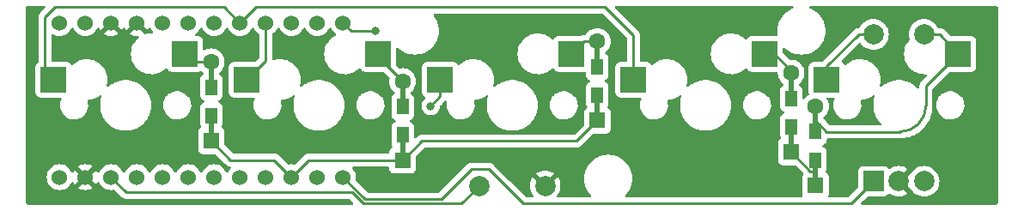
<source format=gbl>
%TF.GenerationSoftware,KiCad,Pcbnew,(5.99.0-12610-g07e01e6297)*%
%TF.CreationDate,2021-11-08T11:22:45+00:00*%
%TF.ProjectId,piccolo-mini,70696363-6f6c-46f2-9d6d-696e692e6b69,rev?*%
%TF.SameCoordinates,Original*%
%TF.FileFunction,Copper,L2,Bot*%
%TF.FilePolarity,Positive*%
%FSLAX46Y46*%
G04 Gerber Fmt 4.6, Leading zero omitted, Abs format (unit mm)*
G04 Created by KiCad (PCBNEW (5.99.0-12610-g07e01e6297)) date 2021-11-08 11:22:45*
%MOMM*%
%LPD*%
G01*
G04 APERTURE LIST*
%TA.AperFunction,SMDPad,CuDef*%
%ADD10R,1.200000X1.600000*%
%TD*%
%TA.AperFunction,SMDPad,CuDef*%
%ADD11R,0.500000X2.900000*%
%TD*%
%TA.AperFunction,ComponentPad*%
%ADD12R,1.600000X1.600000*%
%TD*%
%TA.AperFunction,ComponentPad*%
%ADD13C,1.600000*%
%TD*%
%TA.AperFunction,SMDPad,CuDef*%
%ADD14R,2.550000X2.500000*%
%TD*%
%TA.AperFunction,ComponentPad*%
%ADD15R,2.000000X2.000000*%
%TD*%
%TA.AperFunction,ComponentPad*%
%ADD16C,2.000000*%
%TD*%
%TA.AperFunction,ComponentPad*%
%ADD17C,1.524000*%
%TD*%
%TA.AperFunction,ViaPad*%
%ADD18C,0.800000*%
%TD*%
%TA.AperFunction,Conductor*%
%ADD19C,0.250000*%
%TD*%
G04 APERTURE END LIST*
D10*
%TO.P,D1,1,K*%
%TO.N,row0*%
X152150500Y-89773000D03*
D11*
X152150500Y-90873000D03*
D12*
X152150500Y-92273000D03*
D11*
%TO.P,D1,2,A*%
%TO.N,Net-(D1-Pad2)*%
X152150500Y-85873000D03*
D13*
X152150500Y-84473000D03*
D10*
X152150500Y-86973000D03*
%TD*%
%TO.P,D2,1,K*%
%TO.N,row0*%
X171000500Y-91713000D03*
D12*
X171000500Y-94213000D03*
D11*
X171000500Y-92813000D03*
D10*
%TO.P,D2,2,A*%
%TO.N,Net-(D2-Pad2)*%
X171000500Y-88913000D03*
D11*
X171000500Y-87813000D03*
D13*
X171000500Y-86413000D03*
%TD*%
D12*
%TO.P,D3,1,K*%
%TO.N,row0*%
X190200500Y-90273000D03*
D11*
X190200500Y-88873000D03*
D10*
X190200500Y-87773000D03*
D11*
%TO.P,D3,2,A*%
%TO.N,Net-(D3-Pad2)*%
X190200500Y-83873000D03*
D10*
X190200500Y-84973000D03*
D13*
X190200500Y-82473000D03*
%TD*%
D12*
%TO.P,D4,1,K*%
%TO.N,row1*%
X209300500Y-93373000D03*
D10*
X209300500Y-90873000D03*
D11*
X209300500Y-91973000D03*
D10*
%TO.P,D4,2,A*%
%TO.N,Net-(D4-Pad2)*%
X209300500Y-88073000D03*
D11*
X209300500Y-86973000D03*
D13*
X209300500Y-85573000D03*
%TD*%
D10*
%TO.P,D5,1,K*%
%TO.N,row1*%
X211700500Y-94173000D03*
D12*
X211700500Y-96673000D03*
D11*
X211700500Y-95273000D03*
%TO.P,D5,2,A*%
%TO.N,Net-(D5-Pad2)*%
X211700500Y-90273000D03*
D13*
X211700500Y-88873000D03*
D10*
X211700500Y-91373000D03*
%TD*%
D14*
%TO.P,MX1,1,COL*%
%TO.N,col0*%
X136615500Y-86233000D03*
%TO.P,MX1,2,ROW*%
%TO.N,Net-(D1-Pad2)*%
X149542500Y-83693000D03*
%TD*%
%TO.P,MX2,1,COL*%
%TO.N,col1*%
X155665500Y-86233000D03*
%TO.P,MX2,2,ROW*%
%TO.N,Net-(D2-Pad2)*%
X168592500Y-83693000D03*
%TD*%
%TO.P,MX4,1,COL*%
%TO.N,col0*%
X193765500Y-86233000D03*
%TO.P,MX4,2,ROW*%
%TO.N,Net-(D4-Pad2)*%
X206692500Y-83693000D03*
%TD*%
%TO.P,MX5,1,COL*%
%TO.N,col1*%
X212815500Y-86233000D03*
%TO.P,MX5,2,ROW*%
%TO.N,Net-(D5-Pad2)*%
X225742500Y-83693000D03*
%TD*%
D15*
%TO.P,ENC1,A,A*%
%TO.N,EncoderA*%
X217400500Y-96273000D03*
D16*
%TO.P,ENC1,B,B*%
%TO.N,EncoderB*%
X222400500Y-96273000D03*
%TO.P,ENC1,C,C*%
%TO.N,GND*%
X219900500Y-96273000D03*
%TO.P,ENC1,S1,S1*%
%TO.N,Net-(D5-Pad2)*%
X222400500Y-81773000D03*
%TO.P,ENC1,S2,S2*%
%TO.N,col1*%
X217400500Y-81773000D03*
%TD*%
D14*
%TO.P,MX3,1,COL*%
%TO.N,col2*%
X174715500Y-86233000D03*
%TO.P,MX3,2,ROW*%
%TO.N,Net-(D3-Pad2)*%
X187642500Y-83693000D03*
%TD*%
D17*
%TO.P,U1,1,TX0/PD3*%
%TO.N,unconnected-(U1-Pad1)*%
X137197500Y-80644100D03*
%TO.P,U1,2,RX1/PD2*%
%TO.N,unconnected-(U1-Pad2)*%
X139737500Y-80644100D03*
%TO.P,U1,3,GND*%
%TO.N,GND*%
X142277500Y-80644100D03*
%TO.P,U1,4,GND*%
X144817500Y-80644100D03*
%TO.P,U1,5,2/PD1*%
%TO.N,unconnected-(U1-Pad5)*%
X147357500Y-80644100D03*
%TO.P,U1,6,3/PD0*%
%TO.N,unconnected-(U1-Pad6)*%
X149897500Y-80644100D03*
%TO.P,U1,7,4/PD4*%
%TO.N,unconnected-(U1-Pad7)*%
X152437500Y-80644100D03*
%TO.P,U1,8,5/PC6*%
%TO.N,col0*%
X154977500Y-80644100D03*
%TO.P,U1,9,6/PD7*%
%TO.N,col1*%
X157517500Y-80644100D03*
%TO.P,U1,10,7/PE6*%
%TO.N,col2*%
X160057500Y-80644100D03*
%TO.P,U1,11,8/PB4*%
%TO.N,unconnected-(U1-Pad11)*%
X162597500Y-80644100D03*
%TO.P,U1,12,9/PB5*%
%TO.N,row1*%
X165137500Y-80644100D03*
%TO.P,U1,13,10/PB6*%
%TO.N,EncoderA*%
X165137500Y-95864100D03*
%TO.P,U1,14,16/PB2*%
%TO.N,EncoderB*%
X162597500Y-95864100D03*
%TO.P,U1,15,14/PB3*%
%TO.N,row0*%
X160057500Y-95864100D03*
%TO.P,U1,16,15/PB1*%
%TO.N,unconnected-(U1-Pad16)*%
X157517500Y-95864100D03*
%TO.P,U1,17,A0/PF7*%
%TO.N,unconnected-(U1-Pad17)*%
X154977500Y-95864100D03*
%TO.P,U1,18,A1/PF6*%
%TO.N,unconnected-(U1-Pad18)*%
X152437500Y-95864100D03*
%TO.P,U1,19,A2/PF5*%
%TO.N,unconnected-(U1-Pad19)*%
X149897500Y-95864100D03*
%TO.P,U1,20,A3/PF4*%
%TO.N,unconnected-(U1-Pad20)*%
X147357500Y-95864100D03*
%TO.P,U1,21,VCC*%
%TO.N,VCC*%
X144817500Y-95864100D03*
%TO.P,U1,22,RST*%
%TO.N,Reset*%
X142277500Y-95864100D03*
%TO.P,U1,23,GND*%
%TO.N,GND*%
X139737500Y-95864100D03*
%TO.P,U1,24,RAW*%
%TO.N,unconnected-(U1-Pad24)*%
X137197500Y-95864100D03*
%TD*%
D16*
%TO.P,RESET1,1,1*%
%TO.N,Reset*%
X178550500Y-96710500D03*
%TO.P,RESET1,2,2*%
%TO.N,GND*%
X185050500Y-96710500D03*
%TD*%
D18*
%TO.N,col2*%
X173770500Y-88843000D03*
%TO.N,GND*%
X158940500Y-90753000D03*
%TO.N,row1*%
X168350500Y-81433000D03*
%TO.N,GND*%
X216570500Y-90313000D03*
%TD*%
D19*
%TO.N,row1*%
X165926400Y-81433000D02*
X165137500Y-80644100D01*
X168350500Y-81433000D02*
X165926400Y-81433000D01*
%TO.N,Net-(D1-Pad2)*%
X150322500Y-84473000D02*
X152150500Y-84473000D01*
X149542500Y-83693000D02*
X150322500Y-84473000D01*
%TO.N,col2*%
X174715500Y-87898000D02*
X173770500Y-88843000D01*
X174715500Y-86233000D02*
X174715500Y-87898000D01*
%TO.N,col1*%
X157517500Y-84381000D02*
X155665500Y-86233000D01*
X157517500Y-80644100D02*
X157517500Y-84381000D01*
%TO.N,row0*%
X172910500Y-92303000D02*
X171000500Y-94213000D01*
X188170500Y-92303000D02*
X172910500Y-92303000D01*
X190200500Y-90273000D02*
X188170500Y-92303000D01*
%TO.N,Net-(D2-Pad2)*%
X171010500Y-86423000D02*
X171010500Y-88873000D01*
X168592500Y-84005000D02*
X171010500Y-86423000D01*
X168592500Y-83693000D02*
X168592500Y-84005000D01*
%TO.N,row0*%
X171010500Y-94173000D02*
X161748600Y-94173000D01*
X161748600Y-94173000D02*
X160057500Y-95864100D01*
%TO.N,EncoderA*%
X177800500Y-95073000D02*
X174850020Y-98023480D01*
X167296880Y-98023480D02*
X165137500Y-95864100D01*
X179500500Y-95073000D02*
X177800500Y-95073000D01*
X174850020Y-98023480D02*
X167296880Y-98023480D01*
X182900500Y-98473000D02*
X179500500Y-95073000D01*
X215200500Y-98473000D02*
X182900500Y-98473000D01*
X217400500Y-96273000D02*
X215200500Y-98473000D01*
%TO.N,row0*%
X154050500Y-94173000D02*
X152150500Y-92273000D01*
X160057500Y-95864100D02*
X158366400Y-94173000D01*
X158366400Y-94173000D02*
X154050500Y-94173000D01*
%TO.N,Net-(D3-Pad2)*%
X187642500Y-83693000D02*
X188862500Y-82473000D01*
X188862500Y-82473000D02*
X190200500Y-82473000D01*
%TO.N,Net-(D4-Pad2)*%
X209300500Y-85348500D02*
X209300500Y-85573000D01*
X206692500Y-83693000D02*
X207645000Y-83693000D01*
X207645000Y-83693000D02*
X209300500Y-85348500D01*
%TO.N,row1*%
X211700500Y-95273000D02*
X211200500Y-95273000D01*
X211200500Y-95273000D02*
X209300500Y-93373000D01*
%TO.N,Net-(D5-Pad2)*%
X220060403Y-91383000D02*
X212810500Y-91383000D01*
X222400500Y-81773000D02*
X223913000Y-81773000D01*
X212810500Y-91383000D02*
X211700500Y-90273000D01*
X225742500Y-83693000D02*
X222590500Y-86845000D01*
X222590500Y-86845000D02*
X222590500Y-88791793D01*
X223913000Y-81773000D02*
X225742500Y-83602500D01*
X225742500Y-83602500D02*
X225742500Y-83693000D01*
X221818901Y-90654599D02*
G75*
G03*
X222590500Y-88791793I-1862808J1862806D01*
G01*
X220060403Y-91383000D02*
G75*
G03*
X221818901Y-90654599I-1J2486876D01*
G01*
%TO.N,col0*%
X190970500Y-79093000D02*
X156528600Y-79093000D01*
X153426400Y-79093000D02*
X154977500Y-80644100D01*
X135750500Y-80073000D02*
X136730500Y-79093000D01*
X193765500Y-86233000D02*
X193765500Y-81888000D01*
X156528600Y-79093000D02*
X154977500Y-80644100D01*
X136615500Y-86233000D02*
X135750500Y-85368000D01*
X135750500Y-85368000D02*
X135750500Y-80073000D01*
X136730500Y-79093000D02*
X153426400Y-79093000D01*
X193765500Y-81888000D02*
X190970500Y-79093000D01*
%TO.N,col1*%
X212815500Y-84920500D02*
X215963000Y-81773000D01*
X212815500Y-86233000D02*
X212815500Y-84920500D01*
X215963000Y-81773000D02*
X217400500Y-81773000D01*
%TO.N,Reset*%
X142277500Y-95864100D02*
X143786400Y-97373000D01*
X143786400Y-97373000D02*
X166010682Y-97373000D01*
X167110682Y-98473000D02*
X176788000Y-98473000D01*
X176788000Y-98473000D02*
X178550500Y-96710500D01*
X166010682Y-97373000D02*
X167110682Y-98473000D01*
%TD*%
%TA.AperFunction,Conductor*%
%TO.N,GND*%
G36*
X229395557Y-78963750D02*
G01*
X229410359Y-78966055D01*
X229410361Y-78966055D01*
X229419230Y-78967436D01*
X229428130Y-78966272D01*
X229437106Y-78966382D01*
X229437096Y-78967200D01*
X229458586Y-78967491D01*
X229478974Y-78970720D01*
X229494092Y-78973114D01*
X229531581Y-78985295D01*
X229575682Y-79007765D01*
X229607573Y-79030936D01*
X229642564Y-79065927D01*
X229665735Y-79097818D01*
X229688205Y-79141919D01*
X229700386Y-79179408D01*
X229705874Y-79214059D01*
X229707304Y-79233767D01*
X229706064Y-79241730D01*
X229707888Y-79255678D01*
X229710186Y-79273251D01*
X229711250Y-79289589D01*
X229711250Y-98248672D01*
X229709750Y-98268056D01*
X229706064Y-98291730D01*
X229707228Y-98300630D01*
X229707118Y-98309606D01*
X229706300Y-98309596D01*
X229706009Y-98331086D01*
X229700386Y-98366591D01*
X229688205Y-98404081D01*
X229669997Y-98439818D01*
X229665736Y-98448181D01*
X229642564Y-98480073D01*
X229607573Y-98515064D01*
X229575682Y-98538235D01*
X229531581Y-98560705D01*
X229494092Y-98572886D01*
X229459441Y-98578374D01*
X229439733Y-98579804D01*
X229431770Y-98578564D01*
X229400249Y-98582686D01*
X229383911Y-98583750D01*
X216289845Y-98583750D01*
X216221724Y-98563748D01*
X216175231Y-98510092D01*
X216165127Y-98439818D01*
X216194621Y-98375238D01*
X216200750Y-98368654D01*
X216417965Y-98151440D01*
X216751001Y-97818404D01*
X216813313Y-97784379D01*
X216840096Y-97781500D01*
X218448634Y-97781500D01*
X218510816Y-97774745D01*
X218647205Y-97723615D01*
X218763761Y-97636261D01*
X218772647Y-97624404D01*
X218844526Y-97528497D01*
X218901385Y-97485982D01*
X218972204Y-97480956D01*
X219010517Y-97498176D01*
X219011379Y-97496770D01*
X219209542Y-97618205D01*
X219218337Y-97622687D01*
X219428488Y-97709734D01*
X219437873Y-97712783D01*
X219659054Y-97765885D01*
X219668801Y-97767428D01*
X219895570Y-97785275D01*
X219905430Y-97785275D01*
X220132199Y-97767428D01*
X220141946Y-97765885D01*
X220363127Y-97712783D01*
X220372512Y-97709734D01*
X220582663Y-97622687D01*
X220591458Y-97618205D01*
X220758945Y-97515568D01*
X220768407Y-97505110D01*
X220764624Y-97496334D01*
X219630385Y-96362095D01*
X219596359Y-96299783D01*
X219598194Y-96274132D01*
X220264908Y-96274132D01*
X220265039Y-96275965D01*
X220269290Y-96282580D01*
X221120790Y-97134080D01*
X221159148Y-97155026D01*
X221194572Y-97183782D01*
X221203111Y-97193780D01*
X221330531Y-97342969D01*
X221511084Y-97497176D01*
X221515292Y-97499755D01*
X221515298Y-97499759D01*
X221708584Y-97618205D01*
X221713537Y-97621240D01*
X221718107Y-97623133D01*
X221718111Y-97623135D01*
X221928333Y-97710211D01*
X221932906Y-97712105D01*
X221980849Y-97723615D01*
X222158976Y-97766380D01*
X222158982Y-97766381D01*
X222163789Y-97767535D01*
X222400500Y-97786165D01*
X222637211Y-97767535D01*
X222642018Y-97766381D01*
X222642024Y-97766380D01*
X222820151Y-97723615D01*
X222868094Y-97712105D01*
X222872667Y-97710211D01*
X223082889Y-97623135D01*
X223082893Y-97623133D01*
X223087463Y-97621240D01*
X223092416Y-97618205D01*
X223285702Y-97499759D01*
X223285708Y-97499755D01*
X223289916Y-97497176D01*
X223470469Y-97342969D01*
X223624676Y-97162416D01*
X223627255Y-97158208D01*
X223627259Y-97158202D01*
X223746154Y-96964183D01*
X223748740Y-96959963D01*
X223752029Y-96952024D01*
X223837711Y-96745167D01*
X223837712Y-96745165D01*
X223839605Y-96740594D01*
X223867660Y-96623735D01*
X223893880Y-96514524D01*
X223893881Y-96514518D01*
X223895035Y-96509711D01*
X223913665Y-96273000D01*
X223895035Y-96036289D01*
X223891015Y-96019542D01*
X223840760Y-95810218D01*
X223839605Y-95805406D01*
X223821909Y-95762684D01*
X223750635Y-95590611D01*
X223750633Y-95590607D01*
X223748740Y-95586037D01*
X223716434Y-95533318D01*
X223627259Y-95387798D01*
X223627255Y-95387792D01*
X223624676Y-95383584D01*
X223470469Y-95203031D01*
X223289916Y-95048824D01*
X223285708Y-95046245D01*
X223285702Y-95046241D01*
X223091683Y-94927346D01*
X223087463Y-94924760D01*
X223082893Y-94922867D01*
X223082889Y-94922865D01*
X222872667Y-94835789D01*
X222872665Y-94835788D01*
X222868094Y-94833895D01*
X222773646Y-94811220D01*
X222642024Y-94779620D01*
X222642018Y-94779619D01*
X222637211Y-94778465D01*
X222400500Y-94759835D01*
X222163789Y-94778465D01*
X222158982Y-94779619D01*
X222158976Y-94779620D01*
X222027354Y-94811220D01*
X221932906Y-94833895D01*
X221928335Y-94835788D01*
X221928333Y-94835789D01*
X221718111Y-94922865D01*
X221718107Y-94922867D01*
X221713537Y-94924760D01*
X221709317Y-94927346D01*
X221515298Y-95046241D01*
X221515292Y-95046245D01*
X221511084Y-95048824D01*
X221330531Y-95203031D01*
X221327323Y-95206787D01*
X221191747Y-95365526D01*
X221145814Y-95399402D01*
X221123832Y-95408878D01*
X220272522Y-96260188D01*
X220264908Y-96274132D01*
X219598194Y-96274132D01*
X219601424Y-96228968D01*
X219630385Y-96183905D01*
X220761580Y-95052710D01*
X220768340Y-95040330D01*
X220762613Y-95032680D01*
X220591458Y-94927795D01*
X220582663Y-94923313D01*
X220372512Y-94836266D01*
X220363127Y-94833217D01*
X220141946Y-94780115D01*
X220132199Y-94778572D01*
X219905430Y-94760725D01*
X219895570Y-94760725D01*
X219668801Y-94778572D01*
X219659054Y-94780115D01*
X219437873Y-94833217D01*
X219428488Y-94836266D01*
X219218337Y-94923313D01*
X219209542Y-94927795D01*
X219011379Y-95049230D01*
X219010104Y-95047149D01*
X218952761Y-95067720D01*
X218883582Y-95051758D01*
X218844526Y-95017503D01*
X218769143Y-94916920D01*
X218769142Y-94916919D01*
X218763761Y-94909739D01*
X218647205Y-94822385D01*
X218510816Y-94771255D01*
X218448634Y-94764500D01*
X216352366Y-94764500D01*
X216290184Y-94771255D01*
X216153795Y-94822385D01*
X216037239Y-94909739D01*
X215949885Y-95026295D01*
X215898755Y-95162684D01*
X215892000Y-95224866D01*
X215892000Y-96833405D01*
X215871998Y-96901526D01*
X215855095Y-96922501D01*
X214974999Y-97802596D01*
X214912687Y-97836621D01*
X214885904Y-97839500D01*
X213088004Y-97839500D01*
X213019883Y-97819498D01*
X212973390Y-97765842D01*
X212963286Y-97695568D01*
X212970022Y-97669270D01*
X212980380Y-97641642D01*
X213002245Y-97583316D01*
X213009000Y-97521134D01*
X213009000Y-95824866D01*
X213002245Y-95762684D01*
X212951115Y-95626295D01*
X212863761Y-95509739D01*
X212753268Y-95426929D01*
X212710753Y-95370070D01*
X212705727Y-95299251D01*
X212728007Y-95250538D01*
X212745729Y-95226892D01*
X212745730Y-95226890D01*
X212751115Y-95219705D01*
X212802245Y-95083316D01*
X212809000Y-95021134D01*
X212809000Y-93324866D01*
X212802245Y-93262684D01*
X212751115Y-93126295D01*
X212663761Y-93009739D01*
X212547205Y-92922385D01*
X212521682Y-92912817D01*
X212463438Y-92890982D01*
X212406674Y-92848340D01*
X212381974Y-92781779D01*
X212397181Y-92712430D01*
X212447467Y-92662312D01*
X212463438Y-92655018D01*
X212538797Y-92626767D01*
X212547205Y-92623615D01*
X212663761Y-92536261D01*
X212751115Y-92419705D01*
X212802245Y-92283316D01*
X212809000Y-92221134D01*
X212809000Y-92142500D01*
X212829002Y-92074379D01*
X212882658Y-92027886D01*
X212935000Y-92016500D01*
X220006408Y-92016500D01*
X220024162Y-92017757D01*
X220047039Y-92021013D01*
X220053594Y-92021082D01*
X220056277Y-92021110D01*
X220056280Y-92021110D01*
X220060403Y-92021153D01*
X220064499Y-92020657D01*
X220064507Y-92020657D01*
X220068326Y-92020195D01*
X220077277Y-92019434D01*
X220185900Y-92014098D01*
X220363535Y-92005371D01*
X220363539Y-92005371D01*
X220366625Y-92005219D01*
X220459191Y-91991488D01*
X220666831Y-91960687D01*
X220666835Y-91960686D01*
X220669897Y-91960232D01*
X220672896Y-91959481D01*
X220672900Y-91959480D01*
X220964306Y-91886486D01*
X220964307Y-91886486D01*
X220967300Y-91885736D01*
X220970208Y-91884696D01*
X220970213Y-91884694D01*
X221253050Y-91783493D01*
X221253060Y-91783489D01*
X221255969Y-91782448D01*
X221372583Y-91727293D01*
X221530329Y-91652684D01*
X221530337Y-91652680D01*
X221533123Y-91651362D01*
X221644877Y-91584379D01*
X221665578Y-91571971D01*
X221796094Y-91493742D01*
X221888961Y-91424866D01*
X222039867Y-91312945D01*
X222039869Y-91312943D01*
X222042349Y-91311104D01*
X222126370Y-91234951D01*
X222244090Y-91128255D01*
X222253051Y-91120856D01*
X222257296Y-91117669D01*
X222257298Y-91117668D01*
X222260595Y-91115192D01*
X222264768Y-91111106D01*
X222267190Y-91108734D01*
X222267192Y-91108732D01*
X222270144Y-91105841D01*
X222272698Y-91102584D01*
X222273526Y-91101528D01*
X222279317Y-91094662D01*
X222483184Y-90869729D01*
X222483191Y-90869721D01*
X222485267Y-90867430D01*
X222527460Y-90810540D01*
X222674693Y-90612018D01*
X222676536Y-90609533D01*
X222678119Y-90606892D01*
X222678125Y-90606883D01*
X222830216Y-90353135D01*
X222841606Y-90334131D01*
X222848709Y-90319114D01*
X222902984Y-90204358D01*
X222978887Y-90043874D01*
X223055157Y-89830715D01*
X223086017Y-89744468D01*
X223086020Y-89744459D01*
X223087057Y-89741560D01*
X223087806Y-89738570D01*
X223087809Y-89738560D01*
X223164323Y-89433092D01*
X223165073Y-89430098D01*
X223212186Y-89112490D01*
X223213016Y-89095607D01*
X223217938Y-88995409D01*
X223226352Y-88824143D01*
X223227457Y-88812574D01*
X223227932Y-88809237D01*
X223228513Y-88805157D01*
X223228653Y-88791793D01*
X223224913Y-88760886D01*
X223224000Y-88745751D01*
X223224000Y-88739082D01*
X223592672Y-88739082D01*
X223592969Y-88744234D01*
X223592969Y-88744238D01*
X223600252Y-88870540D01*
X223605768Y-88966206D01*
X223606905Y-88971252D01*
X223606906Y-88971258D01*
X223610325Y-88986427D01*
X223655783Y-89188141D01*
X223741375Y-89398927D01*
X223860244Y-89592904D01*
X224009198Y-89764861D01*
X224184237Y-89910181D01*
X224188689Y-89912783D01*
X224188694Y-89912786D01*
X224305298Y-89980924D01*
X224380660Y-90024962D01*
X224593193Y-90106120D01*
X224598259Y-90107151D01*
X224598260Y-90107151D01*
X224673139Y-90122385D01*
X224816127Y-90151476D01*
X224943937Y-90156163D01*
X225038311Y-90159624D01*
X225038315Y-90159624D01*
X225043475Y-90159813D01*
X225048595Y-90159157D01*
X225048597Y-90159157D01*
X225264004Y-90131563D01*
X225264005Y-90131563D01*
X225269132Y-90130906D01*
X225274082Y-90129421D01*
X225482091Y-90067015D01*
X225482092Y-90067014D01*
X225487037Y-90065531D01*
X225691339Y-89965444D01*
X225695543Y-89962446D01*
X225695547Y-89962443D01*
X225872347Y-89836333D01*
X225872349Y-89836331D01*
X225876551Y-89833334D01*
X226037699Y-89672747D01*
X226092264Y-89596812D01*
X226167438Y-89492198D01*
X226167442Y-89492192D01*
X226170456Y-89487997D01*
X226232390Y-89362684D01*
X226268961Y-89288688D01*
X226268962Y-89288686D01*
X226271255Y-89284046D01*
X226323740Y-89111297D01*
X226335888Y-89071314D01*
X226335888Y-89071313D01*
X226337390Y-89066370D01*
X226350577Y-88966206D01*
X226366648Y-88844136D01*
X226366648Y-88844132D01*
X226367085Y-88840815D01*
X226368383Y-88787702D01*
X226368660Y-88776365D01*
X226368660Y-88776361D01*
X226368742Y-88773000D01*
X226350101Y-88546264D01*
X226294678Y-88325617D01*
X226227253Y-88170551D01*
X226206022Y-88121722D01*
X226206020Y-88121719D01*
X226203962Y-88116985D01*
X226118964Y-87985598D01*
X226083198Y-87930311D01*
X226083196Y-87930308D01*
X226080390Y-87925971D01*
X225927279Y-87757704D01*
X225748741Y-87616704D01*
X225711037Y-87595890D01*
X225655217Y-87565076D01*
X225549572Y-87506757D01*
X225544703Y-87505033D01*
X225544699Y-87505031D01*
X225339996Y-87432541D01*
X225339992Y-87432540D01*
X225335121Y-87430815D01*
X225330028Y-87429908D01*
X225330025Y-87429907D01*
X225116234Y-87391825D01*
X225116228Y-87391824D01*
X225111145Y-87390919D01*
X225037696Y-87390022D01*
X224888831Y-87388203D01*
X224888829Y-87388203D01*
X224883661Y-87388140D01*
X224658778Y-87422552D01*
X224442535Y-87493231D01*
X224437947Y-87495619D01*
X224437943Y-87495621D01*
X224250273Y-87593316D01*
X224240739Y-87598279D01*
X224236606Y-87601382D01*
X224236603Y-87601384D01*
X224062945Y-87731770D01*
X224058810Y-87734875D01*
X224017540Y-87778062D01*
X223929014Y-87870699D01*
X223901633Y-87899351D01*
X223773431Y-88087289D01*
X223771258Y-88091971D01*
X223771256Y-88091974D01*
X223683282Y-88281500D01*
X223677645Y-88293643D01*
X223616848Y-88512869D01*
X223616299Y-88518006D01*
X223594039Y-88726295D01*
X223592672Y-88739082D01*
X223224000Y-88739082D01*
X223224000Y-87159594D01*
X223244002Y-87091473D01*
X223260905Y-87070499D01*
X224842999Y-85488405D01*
X224905311Y-85454379D01*
X224932094Y-85451500D01*
X227065634Y-85451500D01*
X227127816Y-85444745D01*
X227264205Y-85393615D01*
X227380761Y-85306261D01*
X227468115Y-85189705D01*
X227519245Y-85053316D01*
X227526000Y-84991134D01*
X227526000Y-82394866D01*
X227519245Y-82332684D01*
X227468115Y-82196295D01*
X227380761Y-82079739D01*
X227264205Y-81992385D01*
X227127816Y-81941255D01*
X227065634Y-81934500D01*
X225022595Y-81934500D01*
X224954474Y-81914498D01*
X224933500Y-81897595D01*
X224416652Y-81380747D01*
X224409112Y-81372461D01*
X224405000Y-81365982D01*
X224355348Y-81319356D01*
X224352507Y-81316602D01*
X224332770Y-81296865D01*
X224329573Y-81294385D01*
X224320551Y-81286680D01*
X224288321Y-81256414D01*
X224281375Y-81252595D01*
X224281372Y-81252593D01*
X224270566Y-81246652D01*
X224254047Y-81235801D01*
X224253583Y-81235441D01*
X224238041Y-81223386D01*
X224230772Y-81220241D01*
X224230768Y-81220238D01*
X224197463Y-81205826D01*
X224186813Y-81200609D01*
X224148060Y-81179305D01*
X224128437Y-81174267D01*
X224109734Y-81167863D01*
X224098420Y-81162967D01*
X224098419Y-81162967D01*
X224091145Y-81159819D01*
X224083322Y-81158580D01*
X224083312Y-81158577D01*
X224047476Y-81152901D01*
X224035856Y-81150495D01*
X224000711Y-81141472D01*
X224000710Y-81141472D01*
X223993030Y-81139500D01*
X223972776Y-81139500D01*
X223953065Y-81137949D01*
X223940886Y-81136020D01*
X223933057Y-81134780D01*
X223925165Y-81135526D01*
X223889039Y-81138941D01*
X223877181Y-81139500D01*
X223852066Y-81139500D01*
X223783945Y-81119498D01*
X223744633Y-81079335D01*
X223627259Y-80887798D01*
X223627255Y-80887792D01*
X223624676Y-80883584D01*
X223470469Y-80703031D01*
X223289916Y-80548824D01*
X223285708Y-80546245D01*
X223285702Y-80546241D01*
X223091683Y-80427346D01*
X223087463Y-80424760D01*
X223082893Y-80422867D01*
X223082889Y-80422865D01*
X222872667Y-80335789D01*
X222872665Y-80335788D01*
X222868094Y-80333895D01*
X222787891Y-80314640D01*
X222642024Y-80279620D01*
X222642018Y-80279619D01*
X222637211Y-80278465D01*
X222400500Y-80259835D01*
X222163789Y-80278465D01*
X222158982Y-80279619D01*
X222158976Y-80279620D01*
X222013109Y-80314640D01*
X221932906Y-80333895D01*
X221928335Y-80335788D01*
X221928333Y-80335789D01*
X221718111Y-80422865D01*
X221718107Y-80422867D01*
X221713537Y-80424760D01*
X221709317Y-80427346D01*
X221515298Y-80546241D01*
X221515292Y-80546245D01*
X221511084Y-80548824D01*
X221330531Y-80703031D01*
X221176324Y-80883584D01*
X221173745Y-80887792D01*
X221173741Y-80887798D01*
X221099770Y-81008508D01*
X221052260Y-81086037D01*
X221050367Y-81090607D01*
X221050365Y-81090611D01*
X220967861Y-81289796D01*
X220961395Y-81305406D01*
X220946852Y-81365982D01*
X220918923Y-81482317D01*
X220905965Y-81536289D01*
X220887335Y-81773000D01*
X220905965Y-82009711D01*
X220907119Y-82014518D01*
X220907120Y-82014524D01*
X220945842Y-82175812D01*
X220961119Y-82239444D01*
X220961395Y-82240594D01*
X220961153Y-82240652D01*
X220963116Y-82309365D01*
X220932653Y-82364066D01*
X220906649Y-82391469D01*
X220889308Y-82409742D01*
X220729502Y-82632136D01*
X220601357Y-82874161D01*
X220599885Y-82878184D01*
X220599883Y-82878188D01*
X220509649Y-83124762D01*
X220507243Y-83131337D01*
X220448904Y-83398907D01*
X220427417Y-83671918D01*
X220443182Y-83945320D01*
X220444007Y-83949525D01*
X220444008Y-83949533D01*
X220459612Y-84029067D01*
X220495905Y-84214053D01*
X220497292Y-84218103D01*
X220497293Y-84218108D01*
X220577080Y-84451145D01*
X220584612Y-84473144D01*
X220590087Y-84484029D01*
X220696499Y-84695607D01*
X220707660Y-84717799D01*
X220710086Y-84721328D01*
X220710089Y-84721334D01*
X220848171Y-84922243D01*
X220862774Y-84943490D01*
X220865661Y-84946663D01*
X220865662Y-84946664D01*
X220903017Y-84987717D01*
X221047082Y-85146043D01*
X221050377Y-85148798D01*
X221050378Y-85148799D01*
X221094873Y-85186002D01*
X221257175Y-85321707D01*
X221260816Y-85323991D01*
X221485524Y-85464951D01*
X221485528Y-85464953D01*
X221489164Y-85467234D01*
X221557044Y-85497883D01*
X221734845Y-85578164D01*
X221734849Y-85578166D01*
X221738757Y-85579930D01*
X221742877Y-85581150D01*
X221742876Y-85581150D01*
X221997223Y-85656491D01*
X221997227Y-85656492D01*
X222001336Y-85657709D01*
X222005570Y-85658357D01*
X222005575Y-85658358D01*
X222267798Y-85698483D01*
X222267800Y-85698483D01*
X222272040Y-85699132D01*
X222530331Y-85703190D01*
X222534150Y-85703250D01*
X222601948Y-85724319D01*
X222647593Y-85778699D01*
X222656591Y-85849123D01*
X222621266Y-85918329D01*
X222198247Y-86341348D01*
X222189961Y-86348888D01*
X222183482Y-86353000D01*
X222178057Y-86358777D01*
X222136857Y-86402651D01*
X222134102Y-86405493D01*
X222114365Y-86425230D01*
X222111885Y-86428427D01*
X222104182Y-86437447D01*
X222073914Y-86469679D01*
X222070095Y-86476625D01*
X222070093Y-86476628D01*
X222064152Y-86487434D01*
X222053301Y-86503953D01*
X222040886Y-86519959D01*
X222037741Y-86527228D01*
X222037738Y-86527232D01*
X222023326Y-86560537D01*
X222018109Y-86571187D01*
X221996805Y-86609940D01*
X221994834Y-86617615D01*
X221994834Y-86617616D01*
X221991767Y-86629562D01*
X221985363Y-86648266D01*
X221977319Y-86666855D01*
X221976080Y-86674678D01*
X221976077Y-86674688D01*
X221970401Y-86710524D01*
X221967995Y-86722144D01*
X221964771Y-86734703D01*
X221957000Y-86764970D01*
X221957000Y-86785224D01*
X221955449Y-86804934D01*
X221952280Y-86824943D01*
X221953026Y-86832835D01*
X221956441Y-86868961D01*
X221957000Y-86880819D01*
X221957000Y-86983101D01*
X221936998Y-87051222D01*
X221883342Y-87097715D01*
X221813068Y-87107819D01*
X221748488Y-87078325D01*
X221733915Y-87063416D01*
X221730802Y-87059653D01*
X221728278Y-87056602D01*
X221498744Y-86841055D01*
X221244004Y-86655976D01*
X221219363Y-86642429D01*
X220971539Y-86506187D01*
X220971536Y-86506186D01*
X220968077Y-86504284D01*
X220675313Y-86388370D01*
X220370330Y-86310064D01*
X220057938Y-86270600D01*
X219743062Y-86270600D01*
X219430670Y-86310064D01*
X219125687Y-86388370D01*
X218832923Y-86504284D01*
X218829464Y-86506186D01*
X218829461Y-86506187D01*
X218581638Y-86642429D01*
X218556996Y-86655976D01*
X218302256Y-86841055D01*
X218299370Y-86843765D01*
X218299369Y-86843766D01*
X218233548Y-86905576D01*
X218170198Y-86937627D01*
X218099576Y-86930340D01*
X218044105Y-86886029D01*
X218021396Y-86818763D01*
X218024475Y-86785597D01*
X218077949Y-86552117D01*
X218077950Y-86552113D01*
X218078907Y-86547933D01*
X218080707Y-86527771D01*
X218103031Y-86277627D01*
X218103031Y-86277625D01*
X218103251Y-86275161D01*
X218103693Y-86233000D01*
X218103524Y-86230519D01*
X218085359Y-85964055D01*
X218085358Y-85964049D01*
X218085067Y-85959778D01*
X218029532Y-85691612D01*
X217938117Y-85433465D01*
X217812513Y-85190112D01*
X217809625Y-85186002D01*
X217733779Y-85078084D01*
X217655045Y-84966057D01*
X217485875Y-84784008D01*
X217471546Y-84768588D01*
X217471543Y-84768585D01*
X217468625Y-84765445D01*
X217465310Y-84762731D01*
X217465306Y-84762728D01*
X217299380Y-84626919D01*
X217256705Y-84591990D01*
X217023204Y-84448901D01*
X217019268Y-84447173D01*
X216776373Y-84340549D01*
X216776369Y-84340548D01*
X216772445Y-84338825D01*
X216509066Y-84263800D01*
X216504824Y-84263196D01*
X216504818Y-84263195D01*
X216296092Y-84233489D01*
X216237943Y-84225213D01*
X216094089Y-84224460D01*
X215968377Y-84223802D01*
X215968371Y-84223802D01*
X215964091Y-84223780D01*
X215959847Y-84224339D01*
X215959843Y-84224339D01*
X215843940Y-84239598D01*
X215692578Y-84259525D01*
X215688438Y-84260658D01*
X215688436Y-84260658D01*
X215654598Y-84269915D01*
X215428428Y-84331788D01*
X215424480Y-84333472D01*
X215180482Y-84437546D01*
X215180478Y-84437548D01*
X215176530Y-84439232D01*
X215101679Y-84484029D01*
X214945225Y-84577664D01*
X214945221Y-84577667D01*
X214941543Y-84579868D01*
X214891776Y-84619739D01*
X214750140Y-84733211D01*
X214727818Y-84751094D01*
X214726177Y-84752823D01*
X214662908Y-84784008D01*
X214592366Y-84775985D01*
X214540474Y-84735440D01*
X214538804Y-84733211D01*
X214453761Y-84619739D01*
X214404140Y-84582550D01*
X214344387Y-84537767D01*
X214344384Y-84537765D01*
X214337205Y-84532385D01*
X214329771Y-84529598D01*
X214279992Y-84479709D01*
X214264978Y-84410319D01*
X214289863Y-84343826D01*
X214301552Y-84330352D01*
X215985247Y-82646657D01*
X216047559Y-82612631D01*
X216118374Y-82617696D01*
X216175537Y-82661131D01*
X216176324Y-82662416D01*
X216179539Y-82666180D01*
X216179541Y-82666183D01*
X216327323Y-82839213D01*
X216330531Y-82842969D01*
X216511084Y-82997176D01*
X216515292Y-82999755D01*
X216515298Y-82999759D01*
X216643449Y-83078290D01*
X216713537Y-83121240D01*
X216718107Y-83123133D01*
X216718111Y-83123135D01*
X216928333Y-83210211D01*
X216932906Y-83212105D01*
X217013109Y-83231360D01*
X217158976Y-83266380D01*
X217158982Y-83266381D01*
X217163789Y-83267535D01*
X217400500Y-83286165D01*
X217637211Y-83267535D01*
X217642018Y-83266381D01*
X217642024Y-83266380D01*
X217787891Y-83231360D01*
X217868094Y-83212105D01*
X217872667Y-83210211D01*
X218082889Y-83123135D01*
X218082893Y-83123133D01*
X218087463Y-83121240D01*
X218157551Y-83078290D01*
X218285702Y-82999759D01*
X218285708Y-82999755D01*
X218289916Y-82997176D01*
X218470469Y-82842969D01*
X218624676Y-82662416D01*
X218627255Y-82658208D01*
X218627259Y-82658202D01*
X218746154Y-82464183D01*
X218748740Y-82459963D01*
X218798207Y-82340540D01*
X218837711Y-82245167D01*
X218837712Y-82245165D01*
X218839605Y-82240594D01*
X218879515Y-82074358D01*
X218893880Y-82014524D01*
X218893881Y-82014518D01*
X218895035Y-82009711D01*
X218913665Y-81773000D01*
X218895035Y-81536289D01*
X218882078Y-81482317D01*
X218854148Y-81365982D01*
X218839605Y-81305406D01*
X218833139Y-81289796D01*
X218750635Y-81090611D01*
X218750633Y-81090607D01*
X218748740Y-81086037D01*
X218701230Y-81008508D01*
X218627259Y-80887798D01*
X218627255Y-80887792D01*
X218624676Y-80883584D01*
X218470469Y-80703031D01*
X218289916Y-80548824D01*
X218285708Y-80546245D01*
X218285702Y-80546241D01*
X218091683Y-80427346D01*
X218087463Y-80424760D01*
X218082893Y-80422867D01*
X218082889Y-80422865D01*
X217872667Y-80335789D01*
X217872665Y-80335788D01*
X217868094Y-80333895D01*
X217787891Y-80314640D01*
X217642024Y-80279620D01*
X217642018Y-80279619D01*
X217637211Y-80278465D01*
X217400500Y-80259835D01*
X217163789Y-80278465D01*
X217158982Y-80279619D01*
X217158976Y-80279620D01*
X217013109Y-80314640D01*
X216932906Y-80333895D01*
X216928335Y-80335788D01*
X216928333Y-80335789D01*
X216718111Y-80422865D01*
X216718107Y-80422867D01*
X216713537Y-80424760D01*
X216709317Y-80427346D01*
X216515298Y-80546241D01*
X216515292Y-80546245D01*
X216511084Y-80548824D01*
X216330531Y-80703031D01*
X216176324Y-80883584D01*
X216173745Y-80887792D01*
X216173741Y-80887798D01*
X216056367Y-81079335D01*
X216003719Y-81126966D01*
X215948934Y-81139500D01*
X215923144Y-81139500D01*
X215919210Y-81139997D01*
X215919209Y-81139997D01*
X215919144Y-81140005D01*
X215907307Y-81140938D01*
X215875490Y-81141938D01*
X215871029Y-81142078D01*
X215863110Y-81142327D01*
X215845454Y-81147456D01*
X215843658Y-81147978D01*
X215824306Y-81151986D01*
X215817235Y-81152880D01*
X215804203Y-81154526D01*
X215796834Y-81157443D01*
X215796832Y-81157444D01*
X215763097Y-81170800D01*
X215751869Y-81174645D01*
X215709407Y-81186982D01*
X215702585Y-81191016D01*
X215702579Y-81191019D01*
X215691968Y-81197294D01*
X215674218Y-81205990D01*
X215662756Y-81210528D01*
X215662751Y-81210531D01*
X215655383Y-81213448D01*
X215637970Y-81226099D01*
X215619625Y-81239427D01*
X215609707Y-81245943D01*
X215598463Y-81252593D01*
X215571637Y-81268458D01*
X215557313Y-81282782D01*
X215542281Y-81295621D01*
X215525893Y-81307528D01*
X215504696Y-81333151D01*
X215497712Y-81341593D01*
X215489722Y-81350373D01*
X212423247Y-84416848D01*
X212414961Y-84424388D01*
X212408482Y-84428500D01*
X212403056Y-84434278D01*
X212402610Y-84434753D01*
X212402168Y-84435013D01*
X212396948Y-84439331D01*
X212396251Y-84438489D01*
X212341397Y-84470719D01*
X212310760Y-84474500D01*
X211492366Y-84474500D01*
X211430184Y-84481255D01*
X211293795Y-84532385D01*
X211177239Y-84619739D01*
X211089885Y-84736295D01*
X211038755Y-84872684D01*
X211032000Y-84934866D01*
X211032000Y-87531134D01*
X211032369Y-87534531D01*
X211037902Y-87585460D01*
X211038755Y-87593316D01*
X211047730Y-87617258D01*
X211052913Y-87688061D01*
X211018993Y-87750431D01*
X211002019Y-87764698D01*
X210860711Y-87863643D01*
X210860708Y-87863645D01*
X210856200Y-87866802D01*
X210694302Y-88028700D01*
X210691145Y-88033208D01*
X210691143Y-88033211D01*
X210638213Y-88108803D01*
X210582756Y-88153131D01*
X210512136Y-88160440D01*
X210448776Y-88128409D01*
X210412791Y-88067208D01*
X210409000Y-88036532D01*
X210409000Y-87224866D01*
X210402245Y-87162684D01*
X210351115Y-87026295D01*
X210263761Y-86909739D01*
X210147205Y-86822385D01*
X210138796Y-86819233D01*
X210130925Y-86814923D01*
X210132226Y-86812546D01*
X210086685Y-86778339D01*
X210061983Y-86711778D01*
X210077187Y-86642429D01*
X210115404Y-86599782D01*
X210140286Y-86582359D01*
X210140288Y-86582357D01*
X210144800Y-86579198D01*
X210306698Y-86417300D01*
X210314966Y-86405493D01*
X210407958Y-86272686D01*
X210438023Y-86229749D01*
X210440346Y-86224767D01*
X210440349Y-86224762D01*
X210532461Y-86027225D01*
X210532461Y-86027224D01*
X210534784Y-86022243D01*
X210540811Y-85999752D01*
X210592619Y-85806402D01*
X210592619Y-85806400D01*
X210594043Y-85801087D01*
X210613998Y-85573000D01*
X210594043Y-85344913D01*
X210592619Y-85339598D01*
X210536207Y-85129067D01*
X210536206Y-85129065D01*
X210534784Y-85123757D01*
X210532461Y-85118775D01*
X210440349Y-84921238D01*
X210440346Y-84921233D01*
X210438023Y-84916251D01*
X210345425Y-84784008D01*
X210309857Y-84733211D01*
X210309855Y-84733208D01*
X210306698Y-84728700D01*
X210144800Y-84566802D01*
X210140292Y-84563645D01*
X210140289Y-84563643D01*
X210026588Y-84484029D01*
X209957249Y-84435477D01*
X209952267Y-84433154D01*
X209952262Y-84433151D01*
X209754725Y-84341039D01*
X209754724Y-84341039D01*
X209749743Y-84338716D01*
X209744435Y-84337294D01*
X209744433Y-84337293D01*
X209533902Y-84280881D01*
X209533900Y-84280881D01*
X209528587Y-84279457D01*
X209300500Y-84259502D01*
X209295025Y-84259981D01*
X209181470Y-84269915D01*
X209111865Y-84255925D01*
X209081394Y-84233489D01*
X208512905Y-83665000D01*
X208478879Y-83602688D01*
X208476000Y-83575905D01*
X208476000Y-83211932D01*
X208496002Y-83143811D01*
X208549658Y-83097318D01*
X208619932Y-83087214D01*
X208685078Y-83117200D01*
X208701198Y-83131337D01*
X208873155Y-83282139D01*
X208876581Y-83284428D01*
X208876586Y-83284432D01*
X209047910Y-83398907D01*
X209130219Y-83453904D01*
X209133918Y-83455728D01*
X209133923Y-83455731D01*
X209223250Y-83499782D01*
X209407504Y-83590646D01*
X209411409Y-83591971D01*
X209411410Y-83591972D01*
X209696358Y-83688699D01*
X209696361Y-83688700D01*
X209700265Y-83690025D01*
X209926961Y-83735117D01*
X209999450Y-83749536D01*
X209999453Y-83749536D01*
X210003493Y-83750340D01*
X210007604Y-83750609D01*
X210007608Y-83750610D01*
X210307881Y-83770291D01*
X210312000Y-83770561D01*
X210316119Y-83770291D01*
X210616392Y-83750610D01*
X210616396Y-83750609D01*
X210620507Y-83750340D01*
X210624547Y-83749536D01*
X210624550Y-83749536D01*
X210697039Y-83735117D01*
X210923735Y-83690025D01*
X210927639Y-83688700D01*
X210927642Y-83688699D01*
X211212590Y-83591972D01*
X211212591Y-83591971D01*
X211216496Y-83590646D01*
X211400750Y-83499782D01*
X211490077Y-83455731D01*
X211490082Y-83455728D01*
X211493781Y-83453904D01*
X211576090Y-83398907D01*
X211747414Y-83284432D01*
X211747419Y-83284428D01*
X211750845Y-83282139D01*
X211753939Y-83279425D01*
X211753945Y-83279421D01*
X211980201Y-83080999D01*
X211983290Y-83078290D01*
X212120140Y-82922243D01*
X212184421Y-82848945D01*
X212184425Y-82848939D01*
X212187139Y-82845845D01*
X212191571Y-82839213D01*
X212356609Y-82592215D01*
X212356610Y-82592213D01*
X212358904Y-82588780D01*
X212422430Y-82459963D01*
X212493820Y-82315200D01*
X212493823Y-82315192D01*
X212495646Y-82311496D01*
X212521346Y-82235787D01*
X212593699Y-82022642D01*
X212593700Y-82022639D01*
X212595025Y-82018735D01*
X212648297Y-81750914D01*
X212654536Y-81719550D01*
X212654536Y-81719547D01*
X212655340Y-81715507D01*
X212656106Y-81703829D01*
X212674532Y-81422702D01*
X212675561Y-81407000D01*
X212673265Y-81371968D01*
X212655610Y-81102608D01*
X212655609Y-81102604D01*
X212655340Y-81098493D01*
X212652863Y-81086037D01*
X212637441Y-81008508D01*
X212595025Y-80795265D01*
X212549965Y-80662521D01*
X212496975Y-80506419D01*
X212495646Y-80502504D01*
X212493823Y-80498808D01*
X212493820Y-80498800D01*
X212360730Y-80228923D01*
X212358904Y-80225220D01*
X212322241Y-80170350D01*
X212189432Y-79971586D01*
X212189428Y-79971581D01*
X212187139Y-79968155D01*
X212184425Y-79965061D01*
X212184421Y-79965055D01*
X211985999Y-79738799D01*
X211983290Y-79735710D01*
X211903173Y-79665449D01*
X211753945Y-79534579D01*
X211753939Y-79534575D01*
X211750845Y-79531861D01*
X211747419Y-79529572D01*
X211747414Y-79529568D01*
X211506728Y-79368747D01*
X211493781Y-79360096D01*
X211490082Y-79358272D01*
X211490077Y-79358269D01*
X211301625Y-79265335D01*
X211216496Y-79223354D01*
X211169977Y-79207563D01*
X211111901Y-79166726D01*
X211085122Y-79100973D01*
X211098143Y-79031181D01*
X211146830Y-78979508D01*
X211210478Y-78962250D01*
X229376172Y-78962250D01*
X229395557Y-78963750D01*
G37*
%TD.AperFunction*%
%TA.AperFunction,Conductor*%
G36*
X135729276Y-78982252D02*
G01*
X135775769Y-79035908D01*
X135785873Y-79106182D01*
X135756379Y-79170762D01*
X135750250Y-79177345D01*
X135358247Y-79569348D01*
X135349961Y-79576888D01*
X135343482Y-79581000D01*
X135338057Y-79586777D01*
X135296857Y-79630651D01*
X135294102Y-79633493D01*
X135274365Y-79653230D01*
X135271885Y-79656427D01*
X135264182Y-79665447D01*
X135233914Y-79697679D01*
X135230095Y-79704625D01*
X135230093Y-79704628D01*
X135224152Y-79715434D01*
X135213301Y-79731953D01*
X135200886Y-79747959D01*
X135197741Y-79755228D01*
X135197738Y-79755232D01*
X135183326Y-79788537D01*
X135178109Y-79799187D01*
X135156805Y-79837940D01*
X135154834Y-79845615D01*
X135154834Y-79845616D01*
X135151767Y-79857562D01*
X135145363Y-79876266D01*
X135137319Y-79894855D01*
X135136080Y-79902678D01*
X135136077Y-79902688D01*
X135130401Y-79938524D01*
X135127995Y-79950144D01*
X135117000Y-79992970D01*
X135117000Y-80013224D01*
X135115449Y-80032934D01*
X135112280Y-80052943D01*
X135113026Y-80060835D01*
X135116441Y-80096961D01*
X135117000Y-80108819D01*
X135117000Y-84451967D01*
X135096998Y-84520088D01*
X135066566Y-84552792D01*
X134977239Y-84619739D01*
X134889885Y-84736295D01*
X134838755Y-84872684D01*
X134832000Y-84934866D01*
X134832000Y-87531134D01*
X134838755Y-87593316D01*
X134889885Y-87729705D01*
X134977239Y-87846261D01*
X135093795Y-87933615D01*
X135230184Y-87984745D01*
X135292366Y-87991500D01*
X137260495Y-87991500D01*
X137328616Y-88011502D01*
X137375109Y-88065158D01*
X137385213Y-88135432D01*
X137374782Y-88170551D01*
X137319826Y-88288942D01*
X137319824Y-88288948D01*
X137317645Y-88293643D01*
X137256848Y-88512869D01*
X137256299Y-88518006D01*
X137234039Y-88726295D01*
X137232672Y-88739082D01*
X137232969Y-88744234D01*
X137232969Y-88744238D01*
X137240252Y-88870540D01*
X137245768Y-88966206D01*
X137246905Y-88971252D01*
X137246906Y-88971258D01*
X137250325Y-88986427D01*
X137295783Y-89188141D01*
X137381375Y-89398927D01*
X137500244Y-89592904D01*
X137649198Y-89764861D01*
X137824237Y-89910181D01*
X137828689Y-89912783D01*
X137828694Y-89912786D01*
X137945298Y-89980924D01*
X138020660Y-90024962D01*
X138233193Y-90106120D01*
X138238259Y-90107151D01*
X138238260Y-90107151D01*
X138313139Y-90122385D01*
X138456127Y-90151476D01*
X138583937Y-90156163D01*
X138678311Y-90159624D01*
X138678315Y-90159624D01*
X138683475Y-90159813D01*
X138688595Y-90159157D01*
X138688597Y-90159157D01*
X138904004Y-90131563D01*
X138904005Y-90131563D01*
X138909132Y-90130906D01*
X138914082Y-90129421D01*
X139122091Y-90067015D01*
X139122092Y-90067014D01*
X139127037Y-90065531D01*
X139331339Y-89965444D01*
X139335543Y-89962446D01*
X139335547Y-89962443D01*
X139512347Y-89836333D01*
X139512349Y-89836331D01*
X139516551Y-89833334D01*
X139677699Y-89672747D01*
X139732264Y-89596812D01*
X139807438Y-89492198D01*
X139807442Y-89492192D01*
X139810456Y-89487997D01*
X139872390Y-89362684D01*
X139908961Y-89288688D01*
X139908962Y-89288686D01*
X139911255Y-89284046D01*
X139963740Y-89111297D01*
X139975888Y-89071314D01*
X139975888Y-89071313D01*
X139977390Y-89066370D01*
X139990577Y-88966206D01*
X140006648Y-88844136D01*
X140006648Y-88844132D01*
X140007085Y-88840815D01*
X140008383Y-88787702D01*
X140008660Y-88776365D01*
X140008660Y-88776361D01*
X140008742Y-88773000D01*
X139990101Y-88546264D01*
X139951266Y-88391656D01*
X139954070Y-88320716D01*
X139994783Y-88262552D01*
X140058332Y-88235874D01*
X140267735Y-88210534D01*
X140532627Y-88141041D01*
X140536587Y-88139401D01*
X140536592Y-88139399D01*
X140659131Y-88088641D01*
X140785636Y-88036241D01*
X140955865Y-87936767D01*
X141018379Y-87900237D01*
X141018380Y-87900236D01*
X141022082Y-87898073D01*
X141141608Y-87804353D01*
X141207554Y-87778062D01*
X141277248Y-87791597D01*
X141328561Y-87840664D01*
X141345201Y-87909683D01*
X141339185Y-87942443D01*
X141271925Y-88149448D01*
X141212923Y-88458746D01*
X141193152Y-88773000D01*
X141212923Y-89087254D01*
X141271925Y-89396552D01*
X141369227Y-89696016D01*
X141370914Y-89699602D01*
X141370916Y-89699606D01*
X141501606Y-89977338D01*
X141501610Y-89977345D01*
X141503294Y-89980924D01*
X141505418Y-89984270D01*
X141505418Y-89984271D01*
X141531241Y-90024962D01*
X141672013Y-90246782D01*
X141872722Y-90489398D01*
X142102256Y-90704945D01*
X142105458Y-90707272D01*
X142105460Y-90707273D01*
X142163581Y-90749500D01*
X142356996Y-90890024D01*
X142360465Y-90891931D01*
X142360468Y-90891933D01*
X142629461Y-91039813D01*
X142632923Y-91041716D01*
X142925687Y-91157630D01*
X143230670Y-91235936D01*
X143543062Y-91275400D01*
X143857938Y-91275400D01*
X144170330Y-91235936D01*
X144475313Y-91157630D01*
X144768077Y-91041716D01*
X144771539Y-91039813D01*
X145040532Y-90891933D01*
X145040535Y-90891931D01*
X145044004Y-90890024D01*
X145237419Y-90749500D01*
X145295540Y-90707273D01*
X145295542Y-90707272D01*
X145298744Y-90704945D01*
X145528278Y-90489398D01*
X145728987Y-90246782D01*
X145869759Y-90024962D01*
X145895582Y-89984271D01*
X145895582Y-89984270D01*
X145897706Y-89980924D01*
X145899390Y-89977345D01*
X145899394Y-89977338D01*
X146030084Y-89699606D01*
X146030086Y-89699602D01*
X146031773Y-89696016D01*
X146129075Y-89396552D01*
X146188077Y-89087254D01*
X146207848Y-88773000D01*
X146205714Y-88739082D01*
X147392672Y-88739082D01*
X147392969Y-88744234D01*
X147392969Y-88744238D01*
X147400252Y-88870540D01*
X147405768Y-88966206D01*
X147406905Y-88971252D01*
X147406906Y-88971258D01*
X147410325Y-88986427D01*
X147455783Y-89188141D01*
X147541375Y-89398927D01*
X147660244Y-89592904D01*
X147809198Y-89764861D01*
X147984237Y-89910181D01*
X147988689Y-89912783D01*
X147988694Y-89912786D01*
X148105298Y-89980924D01*
X148180660Y-90024962D01*
X148393193Y-90106120D01*
X148398259Y-90107151D01*
X148398260Y-90107151D01*
X148473139Y-90122385D01*
X148616127Y-90151476D01*
X148743937Y-90156163D01*
X148838311Y-90159624D01*
X148838315Y-90159624D01*
X148843475Y-90159813D01*
X148848595Y-90159157D01*
X148848597Y-90159157D01*
X149064004Y-90131563D01*
X149064005Y-90131563D01*
X149069132Y-90130906D01*
X149074082Y-90129421D01*
X149282091Y-90067015D01*
X149282092Y-90067014D01*
X149287037Y-90065531D01*
X149491339Y-89965444D01*
X149495543Y-89962446D01*
X149495547Y-89962443D01*
X149672347Y-89836333D01*
X149672349Y-89836331D01*
X149676551Y-89833334D01*
X149837699Y-89672747D01*
X149892264Y-89596812D01*
X149967438Y-89492198D01*
X149967442Y-89492192D01*
X149970456Y-89487997D01*
X150032390Y-89362684D01*
X150068961Y-89288688D01*
X150068962Y-89288686D01*
X150071255Y-89284046D01*
X150123740Y-89111297D01*
X150135888Y-89071314D01*
X150135888Y-89071313D01*
X150137390Y-89066370D01*
X150150577Y-88966206D01*
X150166648Y-88844136D01*
X150166648Y-88844132D01*
X150167085Y-88840815D01*
X150168383Y-88787702D01*
X150168660Y-88776365D01*
X150168660Y-88776361D01*
X150168742Y-88773000D01*
X150150101Y-88546264D01*
X150094678Y-88325617D01*
X150027253Y-88170551D01*
X150006022Y-88121722D01*
X150006020Y-88121719D01*
X150003962Y-88116985D01*
X149918964Y-87985598D01*
X149883198Y-87930311D01*
X149883196Y-87930308D01*
X149880390Y-87925971D01*
X149727279Y-87757704D01*
X149548741Y-87616704D01*
X149511037Y-87595890D01*
X149455217Y-87565076D01*
X149349572Y-87506757D01*
X149344703Y-87505033D01*
X149344699Y-87505031D01*
X149139996Y-87432541D01*
X149139992Y-87432540D01*
X149135121Y-87430815D01*
X149130028Y-87429908D01*
X149130025Y-87429907D01*
X148916234Y-87391825D01*
X148916228Y-87391824D01*
X148911145Y-87390919D01*
X148837696Y-87390022D01*
X148688831Y-87388203D01*
X148688829Y-87388203D01*
X148683661Y-87388140D01*
X148458778Y-87422552D01*
X148242535Y-87493231D01*
X148237947Y-87495619D01*
X148237943Y-87495621D01*
X148050273Y-87593316D01*
X148040739Y-87598279D01*
X148036606Y-87601382D01*
X148036603Y-87601384D01*
X147862945Y-87731770D01*
X147858810Y-87734875D01*
X147817540Y-87778062D01*
X147729014Y-87870699D01*
X147701633Y-87899351D01*
X147573431Y-88087289D01*
X147571258Y-88091971D01*
X147571256Y-88091974D01*
X147483282Y-88281500D01*
X147477645Y-88293643D01*
X147416848Y-88512869D01*
X147416299Y-88518006D01*
X147394039Y-88726295D01*
X147392672Y-88739082D01*
X146205714Y-88739082D01*
X146188077Y-88458746D01*
X146129075Y-88149448D01*
X146031773Y-87849984D01*
X146030021Y-87846261D01*
X145899394Y-87568662D01*
X145899390Y-87568655D01*
X145897706Y-87565076D01*
X145728987Y-87299218D01*
X145528278Y-87056602D01*
X145298744Y-86841055D01*
X145044004Y-86655976D01*
X145019363Y-86642429D01*
X144771539Y-86506187D01*
X144771536Y-86506186D01*
X144768077Y-86504284D01*
X144475313Y-86388370D01*
X144170330Y-86310064D01*
X143857938Y-86270600D01*
X143543062Y-86270600D01*
X143230670Y-86310064D01*
X142925687Y-86388370D01*
X142632923Y-86504284D01*
X142629464Y-86506186D01*
X142629461Y-86506187D01*
X142381638Y-86642429D01*
X142356996Y-86655976D01*
X142102256Y-86841055D01*
X142099370Y-86843765D01*
X142099369Y-86843766D01*
X142033548Y-86905576D01*
X141970198Y-86937627D01*
X141899576Y-86930340D01*
X141844105Y-86886029D01*
X141821396Y-86818763D01*
X141824475Y-86785597D01*
X141877949Y-86552117D01*
X141877950Y-86552113D01*
X141878907Y-86547933D01*
X141880707Y-86527771D01*
X141903031Y-86277627D01*
X141903031Y-86277625D01*
X141903251Y-86275161D01*
X141903693Y-86233000D01*
X141903524Y-86230519D01*
X141885359Y-85964055D01*
X141885358Y-85964049D01*
X141885067Y-85959778D01*
X141829532Y-85691612D01*
X141738117Y-85433465D01*
X141612513Y-85190112D01*
X141609625Y-85186002D01*
X141533779Y-85078084D01*
X141455045Y-84966057D01*
X141285875Y-84784008D01*
X141271546Y-84768588D01*
X141271543Y-84768585D01*
X141268625Y-84765445D01*
X141265310Y-84762731D01*
X141265306Y-84762728D01*
X141099380Y-84626919D01*
X141056705Y-84591990D01*
X140823204Y-84448901D01*
X140819268Y-84447173D01*
X140576373Y-84340549D01*
X140576369Y-84340548D01*
X140572445Y-84338825D01*
X140309066Y-84263800D01*
X140304824Y-84263196D01*
X140304818Y-84263195D01*
X140096092Y-84233489D01*
X140037943Y-84225213D01*
X139894089Y-84224460D01*
X139768377Y-84223802D01*
X139768371Y-84223802D01*
X139764091Y-84223780D01*
X139759847Y-84224339D01*
X139759843Y-84224339D01*
X139643940Y-84239598D01*
X139492578Y-84259525D01*
X139488438Y-84260658D01*
X139488436Y-84260658D01*
X139454598Y-84269915D01*
X139228428Y-84331788D01*
X139224480Y-84333472D01*
X138980482Y-84437546D01*
X138980478Y-84437548D01*
X138976530Y-84439232D01*
X138901679Y-84484029D01*
X138745225Y-84577664D01*
X138745221Y-84577667D01*
X138741543Y-84579868D01*
X138691776Y-84619739D01*
X138550140Y-84733211D01*
X138527818Y-84751094D01*
X138526177Y-84752823D01*
X138462908Y-84784008D01*
X138392366Y-84775985D01*
X138340474Y-84735440D01*
X138338804Y-84733211D01*
X138253761Y-84619739D01*
X138137205Y-84532385D01*
X138000816Y-84481255D01*
X137938634Y-84474500D01*
X136510000Y-84474500D01*
X136441879Y-84454498D01*
X136395386Y-84400842D01*
X136384000Y-84348500D01*
X136384000Y-81864381D01*
X136404002Y-81796260D01*
X136457658Y-81749767D01*
X136527932Y-81739663D01*
X136563250Y-81750186D01*
X136755866Y-81840004D01*
X136761304Y-81842540D01*
X136766612Y-81843962D01*
X136766614Y-81843963D01*
X136767327Y-81844154D01*
X136976037Y-81900078D01*
X137197500Y-81919453D01*
X137418963Y-81900078D01*
X137627673Y-81844154D01*
X137628386Y-81843963D01*
X137628388Y-81843962D01*
X137633696Y-81842540D01*
X137638682Y-81840215D01*
X137830190Y-81750914D01*
X137830195Y-81750911D01*
X137835177Y-81748588D01*
X137937608Y-81676865D01*
X138012770Y-81624236D01*
X138012773Y-81624234D01*
X138017281Y-81621077D01*
X138174477Y-81463881D01*
X138183572Y-81450893D01*
X138298831Y-81286285D01*
X138298832Y-81286283D01*
X138301988Y-81281776D01*
X138304311Y-81276794D01*
X138304314Y-81276789D01*
X138353305Y-81171727D01*
X138400223Y-81118442D01*
X138468500Y-81098981D01*
X138536460Y-81119523D01*
X138581695Y-81171727D01*
X138630686Y-81276789D01*
X138630689Y-81276794D01*
X138633012Y-81281776D01*
X138636168Y-81286283D01*
X138636169Y-81286285D01*
X138751429Y-81450893D01*
X138760523Y-81463881D01*
X138917719Y-81621077D01*
X138922227Y-81624234D01*
X138922230Y-81624236D01*
X138997392Y-81676865D01*
X139099823Y-81748588D01*
X139104805Y-81750911D01*
X139104810Y-81750914D01*
X139296318Y-81840215D01*
X139301304Y-81842540D01*
X139306612Y-81843962D01*
X139306614Y-81843963D01*
X139307327Y-81844154D01*
X139516037Y-81900078D01*
X139737500Y-81919453D01*
X139958963Y-81900078D01*
X140167673Y-81844154D01*
X140168386Y-81843963D01*
X140168388Y-81843962D01*
X140173696Y-81842540D01*
X140178682Y-81840215D01*
X140370190Y-81750914D01*
X140370195Y-81750911D01*
X140375177Y-81748588D01*
X140440459Y-81702877D01*
X141583277Y-81702877D01*
X141592574Y-81714893D01*
X141635569Y-81744998D01*
X141645055Y-81750476D01*
X141836493Y-81839745D01*
X141846785Y-81843491D01*
X142050809Y-81898159D01*
X142061604Y-81900062D01*
X142272025Y-81918472D01*
X142282975Y-81918472D01*
X142493396Y-81900062D01*
X142504191Y-81898159D01*
X142708215Y-81843491D01*
X142718507Y-81839745D01*
X142909945Y-81750476D01*
X142919431Y-81744998D01*
X142963264Y-81714307D01*
X142971639Y-81703829D01*
X142964571Y-81690381D01*
X142290312Y-81016122D01*
X142276368Y-81008508D01*
X142274535Y-81008639D01*
X142267920Y-81012890D01*
X141589707Y-81691103D01*
X141583277Y-81702877D01*
X140440459Y-81702877D01*
X140477608Y-81676865D01*
X140552770Y-81624236D01*
X140552773Y-81624234D01*
X140557281Y-81621077D01*
X140714477Y-81463881D01*
X140723572Y-81450893D01*
X140838831Y-81286285D01*
X140838832Y-81286283D01*
X140841988Y-81281776D01*
X140844311Y-81276794D01*
X140844314Y-81276789D01*
X140893581Y-81171135D01*
X140940499Y-81117850D01*
X141008776Y-81098389D01*
X141076736Y-81118931D01*
X141121971Y-81171135D01*
X141171123Y-81276541D01*
X141176603Y-81286032D01*
X141207294Y-81329865D01*
X141217771Y-81338240D01*
X141231218Y-81331172D01*
X142188405Y-80373985D01*
X142250717Y-80339959D01*
X142321532Y-80345024D01*
X142366595Y-80373985D01*
X143324503Y-81331893D01*
X143336277Y-81338323D01*
X143348293Y-81329026D01*
X143378397Y-81286032D01*
X143383877Y-81276541D01*
X143433305Y-81170543D01*
X143480222Y-81117258D01*
X143548500Y-81097797D01*
X143616460Y-81118339D01*
X143661695Y-81170543D01*
X143711123Y-81276541D01*
X143716603Y-81286032D01*
X143747294Y-81329865D01*
X143757771Y-81338240D01*
X143771218Y-81331172D01*
X144728405Y-80373985D01*
X144790717Y-80339959D01*
X144861532Y-80345024D01*
X144906595Y-80373985D01*
X145864503Y-81331893D01*
X145876277Y-81338323D01*
X145888293Y-81329026D01*
X145918397Y-81286032D01*
X145923877Y-81276541D01*
X145973029Y-81171135D01*
X146019947Y-81117850D01*
X146088224Y-81098389D01*
X146156184Y-81118931D01*
X146201419Y-81171135D01*
X146250686Y-81276789D01*
X146250689Y-81276794D01*
X146253012Y-81281776D01*
X146256168Y-81286283D01*
X146256169Y-81286285D01*
X146371429Y-81450893D01*
X146380523Y-81463881D01*
X146386284Y-81469642D01*
X146386843Y-81470665D01*
X146387947Y-81471981D01*
X146387682Y-81472203D01*
X146420310Y-81531954D01*
X146415245Y-81602769D01*
X146372698Y-81659605D01*
X146306178Y-81684416D01*
X146296538Y-81684735D01*
X146216729Y-81684317D01*
X146118377Y-81683802D01*
X146118371Y-81683802D01*
X146114091Y-81683780D01*
X146109847Y-81684339D01*
X146109843Y-81684339D01*
X145990802Y-81700011D01*
X145842578Y-81719525D01*
X145838438Y-81720658D01*
X145838436Y-81720658D01*
X145658125Y-81769985D01*
X145587140Y-81768667D01*
X145528137Y-81729181D01*
X145513345Y-81707074D01*
X145504571Y-81690381D01*
X144830312Y-81016122D01*
X144816368Y-81008508D01*
X144814535Y-81008639D01*
X144807920Y-81012890D01*
X144129707Y-81691103D01*
X144123277Y-81702877D01*
X144132574Y-81714893D01*
X144175569Y-81744998D01*
X144185055Y-81750476D01*
X144376493Y-81839745D01*
X144386785Y-81843491D01*
X144590809Y-81898159D01*
X144601604Y-81900062D01*
X144812025Y-81918472D01*
X144822986Y-81918472D01*
X144880132Y-81913472D01*
X144949736Y-81927460D01*
X145000729Y-81976859D01*
X145016920Y-82045985D01*
X144993168Y-82112890D01*
X144969895Y-82137326D01*
X144953570Y-82150405D01*
X144877818Y-82211094D01*
X144689308Y-82409742D01*
X144529502Y-82632136D01*
X144401357Y-82874161D01*
X144399885Y-82878184D01*
X144399883Y-82878188D01*
X144309649Y-83124762D01*
X144307243Y-83131337D01*
X144248904Y-83398907D01*
X144227417Y-83671918D01*
X144243182Y-83945320D01*
X144244007Y-83949525D01*
X144244008Y-83949533D01*
X144259612Y-84029067D01*
X144295905Y-84214053D01*
X144297292Y-84218103D01*
X144297293Y-84218108D01*
X144377080Y-84451145D01*
X144384612Y-84473144D01*
X144390087Y-84484029D01*
X144496499Y-84695607D01*
X144507660Y-84717799D01*
X144510086Y-84721328D01*
X144510089Y-84721334D01*
X144648171Y-84922243D01*
X144662774Y-84943490D01*
X144665661Y-84946663D01*
X144665662Y-84946664D01*
X144703017Y-84987717D01*
X144847082Y-85146043D01*
X144850377Y-85148798D01*
X144850378Y-85148799D01*
X144894873Y-85186002D01*
X145057175Y-85321707D01*
X145060816Y-85323991D01*
X145285524Y-85464951D01*
X145285528Y-85464953D01*
X145289164Y-85467234D01*
X145357044Y-85497883D01*
X145534845Y-85578164D01*
X145534849Y-85578166D01*
X145538757Y-85579930D01*
X145542877Y-85581150D01*
X145542876Y-85581150D01*
X145797223Y-85656491D01*
X145797227Y-85656492D01*
X145801336Y-85657709D01*
X145805570Y-85658357D01*
X145805575Y-85658358D01*
X146067798Y-85698483D01*
X146067800Y-85698483D01*
X146072040Y-85699132D01*
X146211412Y-85701322D01*
X146341571Y-85703367D01*
X146341577Y-85703367D01*
X146345862Y-85703434D01*
X146617735Y-85670534D01*
X146882627Y-85601041D01*
X146886587Y-85599401D01*
X146886592Y-85599399D01*
X147009131Y-85548641D01*
X147135636Y-85496241D01*
X147264938Y-85420683D01*
X147368379Y-85360237D01*
X147368380Y-85360236D01*
X147372082Y-85358073D01*
X147587589Y-85189094D01*
X147590581Y-85186007D01*
X147590586Y-85186002D01*
X147615889Y-85159892D01*
X147677659Y-85124892D01*
X147748545Y-85128844D01*
X147806042Y-85170493D01*
X147814563Y-85183510D01*
X147816885Y-85189705D01*
X147904239Y-85306261D01*
X148020795Y-85393615D01*
X148157184Y-85444745D01*
X148219366Y-85451500D01*
X150865634Y-85451500D01*
X150927816Y-85444745D01*
X151064205Y-85393615D01*
X151071392Y-85388229D01*
X151079260Y-85383921D01*
X151080769Y-85386677D01*
X151132709Y-85367275D01*
X151202091Y-85382331D01*
X151230856Y-85403854D01*
X151306200Y-85479198D01*
X151310712Y-85482357D01*
X151310714Y-85482359D01*
X151335596Y-85499782D01*
X151379924Y-85555239D01*
X151387232Y-85625859D01*
X151355201Y-85689219D01*
X151319155Y-85713242D01*
X151320075Y-85714923D01*
X151312204Y-85719233D01*
X151303795Y-85722385D01*
X151187239Y-85809739D01*
X151099885Y-85926295D01*
X151048755Y-86062684D01*
X151042000Y-86124866D01*
X151042000Y-87821134D01*
X151048755Y-87883316D01*
X151099885Y-88019705D01*
X151187239Y-88136261D01*
X151303795Y-88223615D01*
X151312203Y-88226767D01*
X151387562Y-88255018D01*
X151444326Y-88297660D01*
X151469026Y-88364221D01*
X151453819Y-88433570D01*
X151403533Y-88483688D01*
X151387562Y-88490982D01*
X151303795Y-88522385D01*
X151187239Y-88609739D01*
X151099885Y-88726295D01*
X151048755Y-88862684D01*
X151042000Y-88924866D01*
X151042000Y-90621134D01*
X151048755Y-90683316D01*
X151099885Y-90819705D01*
X151105270Y-90826890D01*
X151105271Y-90826892D01*
X151122993Y-90850538D01*
X151147841Y-90917045D01*
X151132788Y-90986427D01*
X151097732Y-91026929D01*
X150987239Y-91109739D01*
X150899885Y-91226295D01*
X150848755Y-91362684D01*
X150842000Y-91424866D01*
X150842000Y-93121134D01*
X150848755Y-93183316D01*
X150899885Y-93319705D01*
X150987239Y-93436261D01*
X151103795Y-93523615D01*
X151240184Y-93574745D01*
X151302366Y-93581500D01*
X152510906Y-93581500D01*
X152579027Y-93601502D01*
X152599997Y-93618401D01*
X153546859Y-94565264D01*
X153554388Y-94573538D01*
X153558500Y-94580018D01*
X153564277Y-94585443D01*
X153608151Y-94626643D01*
X153610993Y-94629398D01*
X153630730Y-94649135D01*
X153633927Y-94651615D01*
X153642947Y-94659318D01*
X153675179Y-94689586D01*
X153682125Y-94693405D01*
X153682128Y-94693407D01*
X153692934Y-94699348D01*
X153709453Y-94710199D01*
X153725459Y-94722614D01*
X153732728Y-94725759D01*
X153732732Y-94725762D01*
X153766037Y-94740174D01*
X153776687Y-94745391D01*
X153815440Y-94766695D01*
X153823115Y-94768666D01*
X153823116Y-94768666D01*
X153835062Y-94771733D01*
X153853767Y-94778137D01*
X153872355Y-94786181D01*
X153880178Y-94787420D01*
X153880188Y-94787423D01*
X153916024Y-94793099D01*
X153927643Y-94795505D01*
X153969652Y-94806290D01*
X154030659Y-94842603D01*
X154062349Y-94906134D01*
X154054661Y-94976713D01*
X154027415Y-95017427D01*
X154000523Y-95044319D01*
X153953539Y-95111419D01*
X153876482Y-95221469D01*
X153873012Y-95226424D01*
X153870689Y-95231406D01*
X153870686Y-95231411D01*
X153821695Y-95336473D01*
X153774777Y-95389758D01*
X153706500Y-95409219D01*
X153638540Y-95388677D01*
X153593305Y-95336473D01*
X153544314Y-95231411D01*
X153544311Y-95231406D01*
X153541988Y-95226424D01*
X153538519Y-95221469D01*
X153461461Y-95111419D01*
X153414477Y-95044319D01*
X153257281Y-94887123D01*
X153252773Y-94883966D01*
X153252770Y-94883964D01*
X153171110Y-94826785D01*
X153075177Y-94759612D01*
X153070195Y-94757289D01*
X153070190Y-94757286D01*
X152878678Y-94667983D01*
X152878677Y-94667982D01*
X152873696Y-94665660D01*
X152868388Y-94664238D01*
X152868386Y-94664237D01*
X152733088Y-94627984D01*
X152658963Y-94608122D01*
X152437500Y-94588747D01*
X152216037Y-94608122D01*
X152141912Y-94627984D01*
X152006614Y-94664237D01*
X152006612Y-94664238D01*
X152001304Y-94665660D01*
X151996323Y-94667982D01*
X151996322Y-94667983D01*
X151804811Y-94757286D01*
X151804806Y-94757289D01*
X151799824Y-94759612D01*
X151795317Y-94762768D01*
X151795315Y-94762769D01*
X151622230Y-94883964D01*
X151622227Y-94883966D01*
X151617719Y-94887123D01*
X151460523Y-95044319D01*
X151413539Y-95111419D01*
X151336482Y-95221469D01*
X151333012Y-95226424D01*
X151330689Y-95231406D01*
X151330686Y-95231411D01*
X151281695Y-95336473D01*
X151234777Y-95389758D01*
X151166500Y-95409219D01*
X151098540Y-95388677D01*
X151053305Y-95336473D01*
X151004314Y-95231411D01*
X151004311Y-95231406D01*
X151001988Y-95226424D01*
X150998519Y-95221469D01*
X150921461Y-95111419D01*
X150874477Y-95044319D01*
X150717281Y-94887123D01*
X150712773Y-94883966D01*
X150712770Y-94883964D01*
X150631110Y-94826785D01*
X150535177Y-94759612D01*
X150530195Y-94757289D01*
X150530190Y-94757286D01*
X150338678Y-94667983D01*
X150338677Y-94667982D01*
X150333696Y-94665660D01*
X150328388Y-94664238D01*
X150328386Y-94664237D01*
X150193088Y-94627984D01*
X150118963Y-94608122D01*
X149897500Y-94588747D01*
X149676037Y-94608122D01*
X149601912Y-94627984D01*
X149466614Y-94664237D01*
X149466612Y-94664238D01*
X149461304Y-94665660D01*
X149456323Y-94667982D01*
X149456322Y-94667983D01*
X149264811Y-94757286D01*
X149264806Y-94757289D01*
X149259824Y-94759612D01*
X149255317Y-94762768D01*
X149255315Y-94762769D01*
X149082230Y-94883964D01*
X149082227Y-94883966D01*
X149077719Y-94887123D01*
X148920523Y-95044319D01*
X148873539Y-95111419D01*
X148796482Y-95221469D01*
X148793012Y-95226424D01*
X148790689Y-95231406D01*
X148790686Y-95231411D01*
X148741695Y-95336473D01*
X148694777Y-95389758D01*
X148626500Y-95409219D01*
X148558540Y-95388677D01*
X148513305Y-95336473D01*
X148464314Y-95231411D01*
X148464311Y-95231406D01*
X148461988Y-95226424D01*
X148458519Y-95221469D01*
X148381461Y-95111419D01*
X148334477Y-95044319D01*
X148177281Y-94887123D01*
X148172773Y-94883966D01*
X148172770Y-94883964D01*
X148091110Y-94826785D01*
X147995177Y-94759612D01*
X147990195Y-94757289D01*
X147990190Y-94757286D01*
X147798678Y-94667983D01*
X147798677Y-94667982D01*
X147793696Y-94665660D01*
X147788388Y-94664238D01*
X147788386Y-94664237D01*
X147653088Y-94627984D01*
X147578963Y-94608122D01*
X147357500Y-94588747D01*
X147136037Y-94608122D01*
X147061912Y-94627984D01*
X146926614Y-94664237D01*
X146926612Y-94664238D01*
X146921304Y-94665660D01*
X146916323Y-94667982D01*
X146916322Y-94667983D01*
X146724811Y-94757286D01*
X146724806Y-94757289D01*
X146719824Y-94759612D01*
X146715317Y-94762768D01*
X146715315Y-94762769D01*
X146542230Y-94883964D01*
X146542227Y-94883966D01*
X146537719Y-94887123D01*
X146380523Y-95044319D01*
X146333539Y-95111419D01*
X146256482Y-95221469D01*
X146253012Y-95226424D01*
X146250689Y-95231406D01*
X146250686Y-95231411D01*
X146201695Y-95336473D01*
X146154777Y-95389758D01*
X146086500Y-95409219D01*
X146018540Y-95388677D01*
X145973305Y-95336473D01*
X145924314Y-95231411D01*
X145924311Y-95231406D01*
X145921988Y-95226424D01*
X145918519Y-95221469D01*
X145841461Y-95111419D01*
X145794477Y-95044319D01*
X145637281Y-94887123D01*
X145632773Y-94883966D01*
X145632770Y-94883964D01*
X145551110Y-94826785D01*
X145455177Y-94759612D01*
X145450195Y-94757289D01*
X145450190Y-94757286D01*
X145258678Y-94667983D01*
X145258677Y-94667982D01*
X145253696Y-94665660D01*
X145248388Y-94664238D01*
X145248386Y-94664237D01*
X145113088Y-94627984D01*
X145038963Y-94608122D01*
X144817500Y-94588747D01*
X144596037Y-94608122D01*
X144521912Y-94627984D01*
X144386614Y-94664237D01*
X144386612Y-94664238D01*
X144381304Y-94665660D01*
X144376323Y-94667982D01*
X144376322Y-94667983D01*
X144184811Y-94757286D01*
X144184806Y-94757289D01*
X144179824Y-94759612D01*
X144175317Y-94762768D01*
X144175315Y-94762769D01*
X144002230Y-94883964D01*
X144002227Y-94883966D01*
X143997719Y-94887123D01*
X143840523Y-95044319D01*
X143793539Y-95111419D01*
X143716482Y-95221469D01*
X143713012Y-95226424D01*
X143710689Y-95231406D01*
X143710686Y-95231411D01*
X143661695Y-95336473D01*
X143614777Y-95389758D01*
X143546500Y-95409219D01*
X143478540Y-95388677D01*
X143433305Y-95336473D01*
X143384314Y-95231411D01*
X143384311Y-95231406D01*
X143381988Y-95226424D01*
X143378519Y-95221469D01*
X143301461Y-95111419D01*
X143254477Y-95044319D01*
X143097281Y-94887123D01*
X143092773Y-94883966D01*
X143092770Y-94883964D01*
X143011110Y-94826785D01*
X142915177Y-94759612D01*
X142910195Y-94757289D01*
X142910190Y-94757286D01*
X142718678Y-94667983D01*
X142718677Y-94667982D01*
X142713696Y-94665660D01*
X142708388Y-94664238D01*
X142708386Y-94664237D01*
X142573088Y-94627984D01*
X142498963Y-94608122D01*
X142277500Y-94588747D01*
X142056037Y-94608122D01*
X141981912Y-94627984D01*
X141846614Y-94664237D01*
X141846612Y-94664238D01*
X141841304Y-94665660D01*
X141836323Y-94667982D01*
X141836322Y-94667983D01*
X141644811Y-94757286D01*
X141644806Y-94757289D01*
X141639824Y-94759612D01*
X141635317Y-94762768D01*
X141635315Y-94762769D01*
X141462230Y-94883964D01*
X141462227Y-94883966D01*
X141457719Y-94887123D01*
X141300523Y-95044319D01*
X141253539Y-95111419D01*
X141176482Y-95221469D01*
X141173012Y-95226424D01*
X141170689Y-95231406D01*
X141170686Y-95231411D01*
X141121419Y-95337065D01*
X141074501Y-95390350D01*
X141006224Y-95409811D01*
X140938264Y-95389269D01*
X140893029Y-95337065D01*
X140843877Y-95231659D01*
X140838397Y-95222168D01*
X140807706Y-95178335D01*
X140797229Y-95169960D01*
X140783782Y-95177028D01*
X140109522Y-95851288D01*
X140101908Y-95865232D01*
X140102039Y-95867065D01*
X140106290Y-95873680D01*
X140784503Y-96551893D01*
X140796277Y-96558323D01*
X140808293Y-96549026D01*
X140838397Y-96506032D01*
X140843877Y-96496541D01*
X140893029Y-96391135D01*
X140939947Y-96337850D01*
X141008224Y-96318389D01*
X141076184Y-96338931D01*
X141121419Y-96391135D01*
X141170686Y-96496789D01*
X141170689Y-96496794D01*
X141173012Y-96501776D01*
X141176167Y-96506282D01*
X141176169Y-96506285D01*
X141295960Y-96677364D01*
X141300523Y-96683881D01*
X141457719Y-96841077D01*
X141462227Y-96844234D01*
X141462230Y-96844236D01*
X141525914Y-96888828D01*
X141639823Y-96968588D01*
X141644805Y-96970911D01*
X141644810Y-96970914D01*
X141835310Y-97059745D01*
X141841304Y-97062540D01*
X141846612Y-97063962D01*
X141846614Y-97063963D01*
X141912449Y-97081603D01*
X142056037Y-97120078D01*
X142277500Y-97139453D01*
X142498963Y-97120078D01*
X142504277Y-97118654D01*
X142504283Y-97118653D01*
X142538014Y-97109615D01*
X142608990Y-97111304D01*
X142659721Y-97142226D01*
X143282748Y-97765253D01*
X143290288Y-97773539D01*
X143294400Y-97780018D01*
X143300177Y-97785443D01*
X143344051Y-97826643D01*
X143346893Y-97829398D01*
X143366630Y-97849135D01*
X143369827Y-97851615D01*
X143378847Y-97859318D01*
X143411079Y-97889586D01*
X143418025Y-97893405D01*
X143418028Y-97893407D01*
X143428834Y-97899348D01*
X143445353Y-97910199D01*
X143461359Y-97922614D01*
X143468628Y-97925759D01*
X143468632Y-97925762D01*
X143501937Y-97940174D01*
X143512587Y-97945391D01*
X143551340Y-97966695D01*
X143559015Y-97968666D01*
X143559016Y-97968666D01*
X143570962Y-97971733D01*
X143589667Y-97978137D01*
X143608255Y-97986181D01*
X143616078Y-97987420D01*
X143616088Y-97987423D01*
X143651924Y-97993099D01*
X143663544Y-97995505D01*
X143698689Y-98004528D01*
X143706370Y-98006500D01*
X143726624Y-98006500D01*
X143746334Y-98008051D01*
X143766343Y-98011220D01*
X143774235Y-98010474D01*
X143810361Y-98007059D01*
X143822219Y-98006500D01*
X165696087Y-98006500D01*
X165764208Y-98026502D01*
X165785183Y-98043405D01*
X166110432Y-98368655D01*
X166144457Y-98430967D01*
X166139392Y-98501783D01*
X166096845Y-98558618D01*
X166030325Y-98583429D01*
X166021336Y-98583750D01*
X134187328Y-98583750D01*
X134167943Y-98582250D01*
X134153141Y-98579945D01*
X134153139Y-98579945D01*
X134144270Y-98578564D01*
X134135370Y-98579728D01*
X134126394Y-98579618D01*
X134126404Y-98578800D01*
X134104914Y-98578509D01*
X134084526Y-98575280D01*
X134069408Y-98572886D01*
X134031919Y-98560705D01*
X133987818Y-98538235D01*
X133955927Y-98515064D01*
X133920936Y-98480073D01*
X133897764Y-98448181D01*
X133893503Y-98439818D01*
X133875295Y-98404081D01*
X133863114Y-98366591D01*
X133858407Y-98336870D01*
X133857517Y-98310541D01*
X133857321Y-98310539D01*
X133857373Y-98306288D01*
X133857373Y-98306285D01*
X133857474Y-98298000D01*
X133853523Y-98270412D01*
X133852250Y-98252549D01*
X133852250Y-95864100D01*
X135922147Y-95864100D01*
X135941522Y-96085563D01*
X135999060Y-96300296D01*
X136001382Y-96305277D01*
X136001383Y-96305278D01*
X136090686Y-96496789D01*
X136090689Y-96496794D01*
X136093012Y-96501776D01*
X136096167Y-96506282D01*
X136096169Y-96506285D01*
X136215960Y-96677364D01*
X136220523Y-96683881D01*
X136377719Y-96841077D01*
X136382227Y-96844234D01*
X136382230Y-96844236D01*
X136445914Y-96888828D01*
X136559823Y-96968588D01*
X136564805Y-96970911D01*
X136564810Y-96970914D01*
X136755310Y-97059745D01*
X136761304Y-97062540D01*
X136766612Y-97063962D01*
X136766614Y-97063963D01*
X136832449Y-97081603D01*
X136976037Y-97120078D01*
X137197500Y-97139453D01*
X137418963Y-97120078D01*
X137562551Y-97081603D01*
X137628386Y-97063963D01*
X137628388Y-97063962D01*
X137633696Y-97062540D01*
X137639690Y-97059745D01*
X137830190Y-96970914D01*
X137830195Y-96970911D01*
X137835177Y-96968588D01*
X137900459Y-96922877D01*
X139043277Y-96922877D01*
X139052574Y-96934893D01*
X139095569Y-96964998D01*
X139105055Y-96970476D01*
X139296493Y-97059745D01*
X139306785Y-97063491D01*
X139510809Y-97118159D01*
X139521604Y-97120062D01*
X139732025Y-97138472D01*
X139742975Y-97138472D01*
X139953396Y-97120062D01*
X139964191Y-97118159D01*
X140168215Y-97063491D01*
X140178507Y-97059745D01*
X140369945Y-96970476D01*
X140379431Y-96964998D01*
X140423264Y-96934307D01*
X140431639Y-96923829D01*
X140424571Y-96910381D01*
X139750312Y-96236122D01*
X139736368Y-96228508D01*
X139734535Y-96228639D01*
X139727920Y-96232890D01*
X139049707Y-96911103D01*
X139043277Y-96922877D01*
X137900459Y-96922877D01*
X137949086Y-96888828D01*
X138012770Y-96844236D01*
X138012773Y-96844234D01*
X138017281Y-96841077D01*
X138174477Y-96683881D01*
X138179041Y-96677364D01*
X138298831Y-96506285D01*
X138298833Y-96506282D01*
X138301988Y-96501776D01*
X138304311Y-96496794D01*
X138304314Y-96496789D01*
X138353581Y-96391135D01*
X138400499Y-96337850D01*
X138468776Y-96318389D01*
X138536736Y-96338931D01*
X138581971Y-96391135D01*
X138631123Y-96496541D01*
X138636603Y-96506032D01*
X138667294Y-96549865D01*
X138677771Y-96558240D01*
X138691218Y-96551172D01*
X139365478Y-95876912D01*
X139373092Y-95862968D01*
X139372961Y-95861135D01*
X139368710Y-95854520D01*
X138690497Y-95176307D01*
X138678723Y-95169877D01*
X138666707Y-95179174D01*
X138636603Y-95222168D01*
X138631123Y-95231659D01*
X138581971Y-95337065D01*
X138535053Y-95390350D01*
X138466776Y-95409811D01*
X138398816Y-95389269D01*
X138353581Y-95337065D01*
X138304314Y-95231411D01*
X138304311Y-95231406D01*
X138301988Y-95226424D01*
X138298519Y-95221469D01*
X138221461Y-95111419D01*
X138174477Y-95044319D01*
X138017281Y-94887123D01*
X138012773Y-94883966D01*
X138012770Y-94883964D01*
X137931110Y-94826785D01*
X137899099Y-94804371D01*
X139043360Y-94804371D01*
X139050428Y-94817818D01*
X139724688Y-95492078D01*
X139738632Y-95499692D01*
X139740465Y-95499561D01*
X139747080Y-95495310D01*
X140425293Y-94817097D01*
X140431723Y-94805323D01*
X140422426Y-94793307D01*
X140379431Y-94763202D01*
X140369945Y-94757724D01*
X140178507Y-94668455D01*
X140168215Y-94664709D01*
X139964191Y-94610041D01*
X139953396Y-94608138D01*
X139742975Y-94589728D01*
X139732025Y-94589728D01*
X139521604Y-94608138D01*
X139510809Y-94610041D01*
X139306785Y-94664709D01*
X139296493Y-94668455D01*
X139105059Y-94757723D01*
X139095568Y-94763203D01*
X139051735Y-94793894D01*
X139043360Y-94804371D01*
X137899099Y-94804371D01*
X137835177Y-94759612D01*
X137830195Y-94757289D01*
X137830190Y-94757286D01*
X137638678Y-94667983D01*
X137638677Y-94667982D01*
X137633696Y-94665660D01*
X137628388Y-94664238D01*
X137628386Y-94664237D01*
X137493088Y-94627984D01*
X137418963Y-94608122D01*
X137197500Y-94588747D01*
X136976037Y-94608122D01*
X136901912Y-94627984D01*
X136766614Y-94664237D01*
X136766612Y-94664238D01*
X136761304Y-94665660D01*
X136756323Y-94667982D01*
X136756322Y-94667983D01*
X136564811Y-94757286D01*
X136564806Y-94757289D01*
X136559824Y-94759612D01*
X136555317Y-94762768D01*
X136555315Y-94762769D01*
X136382230Y-94883964D01*
X136382227Y-94883966D01*
X136377719Y-94887123D01*
X136220523Y-95044319D01*
X136173539Y-95111419D01*
X136096482Y-95221469D01*
X136093012Y-95226424D01*
X136090689Y-95231406D01*
X136090686Y-95231411D01*
X136001383Y-95422922D01*
X135999060Y-95427904D01*
X135941522Y-95642637D01*
X135922147Y-95864100D01*
X133852250Y-95864100D01*
X133852250Y-79301207D01*
X133853996Y-79280303D01*
X133856514Y-79265335D01*
X133857321Y-79260539D01*
X133857474Y-79248000D01*
X133856785Y-79243189D01*
X133856599Y-79240337D01*
X133857883Y-79212436D01*
X133863114Y-79179408D01*
X133875295Y-79141919D01*
X133897765Y-79097818D01*
X133920936Y-79065927D01*
X133955927Y-79030936D01*
X133987818Y-79007765D01*
X134031919Y-78985295D01*
X134069408Y-78973114D01*
X134104059Y-78967626D01*
X134123767Y-78966196D01*
X134131730Y-78967436D01*
X134163252Y-78963314D01*
X134179589Y-78962250D01*
X135661155Y-78962250D01*
X135729276Y-78982252D01*
G37*
%TD.AperFunction*%
%TA.AperFunction,Conductor*%
G36*
X209481643Y-78982252D02*
G01*
X209528136Y-79035908D01*
X209538240Y-79106182D01*
X209508746Y-79170762D01*
X209454023Y-79207563D01*
X209407504Y-79223354D01*
X209403808Y-79225177D01*
X209403800Y-79225180D01*
X209322375Y-79265335D01*
X209130220Y-79360096D01*
X209126787Y-79362390D01*
X209126785Y-79362391D01*
X208876586Y-79529568D01*
X208876581Y-79529572D01*
X208873155Y-79531861D01*
X208870061Y-79534575D01*
X208870055Y-79534579D01*
X208720827Y-79665449D01*
X208640710Y-79735710D01*
X208638001Y-79738799D01*
X208439579Y-79965055D01*
X208439575Y-79965061D01*
X208436861Y-79968155D01*
X208434572Y-79971581D01*
X208434568Y-79971586D01*
X208301759Y-80170350D01*
X208265096Y-80225220D01*
X208263270Y-80228923D01*
X208130180Y-80498800D01*
X208130177Y-80498808D01*
X208128354Y-80502504D01*
X208127025Y-80506419D01*
X208074036Y-80662521D01*
X208028975Y-80795265D01*
X207986559Y-81008508D01*
X207971138Y-81086037D01*
X207968660Y-81098493D01*
X207968391Y-81102604D01*
X207968390Y-81102608D01*
X207950735Y-81371968D01*
X207948439Y-81407000D01*
X207949468Y-81422702D01*
X207967895Y-81703829D01*
X207968660Y-81715507D01*
X207969464Y-81719547D01*
X207969464Y-81719550D01*
X207970330Y-81723904D01*
X207979233Y-81768659D01*
X207982268Y-81783919D01*
X207975940Y-81854633D01*
X207932386Y-81910700D01*
X207858689Y-81934500D01*
X205369366Y-81934500D01*
X205307184Y-81941255D01*
X205170795Y-81992385D01*
X205054239Y-82079739D01*
X205020759Y-82124411D01*
X204972271Y-82189109D01*
X204966885Y-82196295D01*
X204965844Y-82199071D01*
X204917727Y-82247080D01*
X204848336Y-82262094D01*
X204781844Y-82237208D01*
X204771405Y-82228437D01*
X204768625Y-82225445D01*
X204754887Y-82214200D01*
X204599380Y-82086919D01*
X204556705Y-82051990D01*
X204323204Y-81908901D01*
X204319268Y-81907173D01*
X204076373Y-81800549D01*
X204076369Y-81800548D01*
X204072445Y-81798825D01*
X203809066Y-81723800D01*
X203804824Y-81723196D01*
X203804818Y-81723195D01*
X203604334Y-81694662D01*
X203537943Y-81685213D01*
X203394089Y-81684460D01*
X203268377Y-81683802D01*
X203268371Y-81683802D01*
X203264091Y-81683780D01*
X203259847Y-81684339D01*
X203259843Y-81684339D01*
X203140802Y-81700011D01*
X202992578Y-81719525D01*
X202988438Y-81720658D01*
X202988436Y-81720658D01*
X202932443Y-81735976D01*
X202728428Y-81791788D01*
X202724480Y-81793472D01*
X202480482Y-81897546D01*
X202480478Y-81897548D01*
X202476530Y-81899232D01*
X202399601Y-81945273D01*
X202245225Y-82037664D01*
X202245221Y-82037667D01*
X202241543Y-82039868D01*
X202027818Y-82211094D01*
X201839308Y-82409742D01*
X201679502Y-82632136D01*
X201551357Y-82874161D01*
X201549885Y-82878184D01*
X201549883Y-82878188D01*
X201459649Y-83124762D01*
X201457243Y-83131337D01*
X201398904Y-83398907D01*
X201377417Y-83671918D01*
X201393182Y-83945320D01*
X201394007Y-83949525D01*
X201394008Y-83949533D01*
X201409612Y-84029067D01*
X201445905Y-84214053D01*
X201447292Y-84218103D01*
X201447293Y-84218108D01*
X201527080Y-84451145D01*
X201534612Y-84473144D01*
X201540087Y-84484029D01*
X201646499Y-84695607D01*
X201657660Y-84717799D01*
X201660086Y-84721328D01*
X201660089Y-84721334D01*
X201798171Y-84922243D01*
X201812774Y-84943490D01*
X201815661Y-84946663D01*
X201815662Y-84946664D01*
X201853017Y-84987717D01*
X201997082Y-85146043D01*
X202000377Y-85148798D01*
X202000378Y-85148799D01*
X202044873Y-85186002D01*
X202207175Y-85321707D01*
X202210816Y-85323991D01*
X202435524Y-85464951D01*
X202435528Y-85464953D01*
X202439164Y-85467234D01*
X202507044Y-85497883D01*
X202684845Y-85578164D01*
X202684849Y-85578166D01*
X202688757Y-85579930D01*
X202692877Y-85581150D01*
X202692876Y-85581150D01*
X202947223Y-85656491D01*
X202947227Y-85656492D01*
X202951336Y-85657709D01*
X202955570Y-85658357D01*
X202955575Y-85658358D01*
X203217798Y-85698483D01*
X203217800Y-85698483D01*
X203222040Y-85699132D01*
X203361412Y-85701322D01*
X203491571Y-85703367D01*
X203491577Y-85703367D01*
X203495862Y-85703434D01*
X203767735Y-85670534D01*
X204032627Y-85601041D01*
X204036587Y-85599401D01*
X204036592Y-85599399D01*
X204159131Y-85548641D01*
X204285636Y-85496241D01*
X204414938Y-85420683D01*
X204518379Y-85360237D01*
X204518380Y-85360236D01*
X204522082Y-85358073D01*
X204737589Y-85189094D01*
X204740581Y-85186007D01*
X204740586Y-85186002D01*
X204765889Y-85159892D01*
X204827659Y-85124892D01*
X204898545Y-85128844D01*
X204956042Y-85170493D01*
X204964563Y-85183510D01*
X204966885Y-85189705D01*
X205054239Y-85306261D01*
X205170795Y-85393615D01*
X205307184Y-85444745D01*
X205369366Y-85451500D01*
X207861481Y-85451500D01*
X207929602Y-85471502D01*
X207976095Y-85525158D01*
X207986511Y-85573043D01*
X207987002Y-85573000D01*
X208006957Y-85801087D01*
X208008381Y-85806400D01*
X208008381Y-85806402D01*
X208060190Y-85999752D01*
X208066216Y-86022243D01*
X208068539Y-86027224D01*
X208068539Y-86027225D01*
X208160651Y-86224762D01*
X208160654Y-86224767D01*
X208162977Y-86229749D01*
X208193042Y-86272686D01*
X208286035Y-86405493D01*
X208294302Y-86417300D01*
X208456200Y-86579198D01*
X208460712Y-86582357D01*
X208460714Y-86582359D01*
X208485596Y-86599782D01*
X208529924Y-86655239D01*
X208537232Y-86725859D01*
X208505201Y-86789219D01*
X208469155Y-86813242D01*
X208470075Y-86814923D01*
X208462204Y-86819233D01*
X208453795Y-86822385D01*
X208337239Y-86909739D01*
X208249885Y-87026295D01*
X208198755Y-87162684D01*
X208192000Y-87224866D01*
X208192000Y-88921134D01*
X208198755Y-88983316D01*
X208249885Y-89119705D01*
X208337239Y-89236261D01*
X208453795Y-89323615D01*
X208462203Y-89326767D01*
X208537562Y-89355018D01*
X208594326Y-89397660D01*
X208619026Y-89464221D01*
X208603819Y-89533570D01*
X208553533Y-89583688D01*
X208537562Y-89590982D01*
X208453795Y-89622385D01*
X208337239Y-89709739D01*
X208249885Y-89826295D01*
X208198755Y-89962684D01*
X208192000Y-90024866D01*
X208192000Y-91721134D01*
X208198755Y-91783316D01*
X208249885Y-91919705D01*
X208255270Y-91926890D01*
X208255271Y-91926892D01*
X208272993Y-91950538D01*
X208297841Y-92017045D01*
X208282788Y-92086427D01*
X208247732Y-92126929D01*
X208137239Y-92209739D01*
X208049885Y-92326295D01*
X207998755Y-92462684D01*
X207992000Y-92524866D01*
X207992000Y-94221134D01*
X207998755Y-94283316D01*
X208049885Y-94419705D01*
X208137239Y-94536261D01*
X208253795Y-94623615D01*
X208390184Y-94674745D01*
X208452366Y-94681500D01*
X209660905Y-94681500D01*
X209729026Y-94701502D01*
X209750001Y-94718405D01*
X210461749Y-95430154D01*
X210495774Y-95492466D01*
X210490709Y-95563282D01*
X210473482Y-95594810D01*
X210449885Y-95626295D01*
X210398755Y-95762684D01*
X210392000Y-95824866D01*
X210392000Y-97521134D01*
X210398755Y-97583316D01*
X210420621Y-97641642D01*
X210430978Y-97669270D01*
X210436161Y-97740077D01*
X210402240Y-97802446D01*
X210339985Y-97836576D01*
X210312996Y-97839500D01*
X193074386Y-97839500D01*
X193006265Y-97819498D01*
X192959772Y-97765842D01*
X192949668Y-97695568D01*
X192979654Y-97630422D01*
X193134421Y-97453945D01*
X193134425Y-97453939D01*
X193137139Y-97450845D01*
X193170139Y-97401458D01*
X193306609Y-97197215D01*
X193306610Y-97197213D01*
X193308904Y-97193780D01*
X193373625Y-97062540D01*
X193443820Y-96920200D01*
X193443823Y-96920192D01*
X193445646Y-96916496D01*
X193501750Y-96751219D01*
X193543699Y-96627642D01*
X193543700Y-96627639D01*
X193545025Y-96623735D01*
X193601675Y-96338931D01*
X193604536Y-96324550D01*
X193604536Y-96324547D01*
X193605340Y-96320507D01*
X193606699Y-96299783D01*
X193625291Y-96016119D01*
X193625561Y-96012000D01*
X193615239Y-95854520D01*
X193605610Y-95707608D01*
X193605609Y-95707604D01*
X193605340Y-95703493D01*
X193545025Y-95400265D01*
X193541660Y-95390350D01*
X193446975Y-95111419D01*
X193445646Y-95107504D01*
X193443823Y-95103808D01*
X193443820Y-95103800D01*
X193315011Y-94842603D01*
X193308904Y-94830220D01*
X193296209Y-94811220D01*
X193139432Y-94576586D01*
X193139428Y-94576581D01*
X193137139Y-94573155D01*
X193134425Y-94570061D01*
X193134421Y-94570055D01*
X192935999Y-94343799D01*
X192933290Y-94340710D01*
X192858887Y-94275460D01*
X192703945Y-94139579D01*
X192703939Y-94139575D01*
X192700845Y-94136861D01*
X192697419Y-94134572D01*
X192697414Y-94134568D01*
X192503682Y-94005121D01*
X192443781Y-93965096D01*
X192440082Y-93963272D01*
X192440077Y-93963269D01*
X192297565Y-93892990D01*
X192166496Y-93828354D01*
X192037230Y-93784474D01*
X191877642Y-93730301D01*
X191877639Y-93730300D01*
X191873735Y-93728975D01*
X191641489Y-93682779D01*
X191574550Y-93669464D01*
X191574547Y-93669464D01*
X191570507Y-93668660D01*
X191566396Y-93668391D01*
X191566392Y-93668390D01*
X191266119Y-93648709D01*
X191262000Y-93648439D01*
X191257881Y-93648709D01*
X190957608Y-93668390D01*
X190957604Y-93668391D01*
X190953493Y-93668660D01*
X190949453Y-93669464D01*
X190949450Y-93669464D01*
X190882511Y-93682779D01*
X190650265Y-93728975D01*
X190646361Y-93730300D01*
X190646358Y-93730301D01*
X190486770Y-93784474D01*
X190357504Y-93828354D01*
X190353808Y-93830177D01*
X190353800Y-93830180D01*
X190129648Y-93940721D01*
X190080220Y-93965096D01*
X190076787Y-93967390D01*
X190076785Y-93967391D01*
X189826586Y-94134568D01*
X189826581Y-94134572D01*
X189823155Y-94136861D01*
X189820061Y-94139575D01*
X189820055Y-94139579D01*
X189665113Y-94275460D01*
X189590710Y-94340710D01*
X189588001Y-94343799D01*
X189389579Y-94570055D01*
X189389575Y-94570061D01*
X189386861Y-94573155D01*
X189384572Y-94576581D01*
X189384568Y-94576586D01*
X189227791Y-94811220D01*
X189215096Y-94830220D01*
X189208989Y-94842603D01*
X189080180Y-95103800D01*
X189080177Y-95103808D01*
X189078354Y-95107504D01*
X189077025Y-95111419D01*
X188982341Y-95390350D01*
X188978975Y-95400265D01*
X188918660Y-95703493D01*
X188918391Y-95707604D01*
X188918390Y-95707608D01*
X188908761Y-95854520D01*
X188898439Y-96012000D01*
X188898709Y-96016119D01*
X188917302Y-96299783D01*
X188918660Y-96320507D01*
X188919464Y-96324547D01*
X188919464Y-96324550D01*
X188922325Y-96338931D01*
X188978975Y-96623735D01*
X188980300Y-96627639D01*
X188980301Y-96627642D01*
X189022250Y-96751219D01*
X189078354Y-96916496D01*
X189080177Y-96920192D01*
X189080180Y-96920200D01*
X189150375Y-97062540D01*
X189215096Y-97193780D01*
X189217390Y-97197213D01*
X189217391Y-97197215D01*
X189353862Y-97401458D01*
X189386861Y-97450845D01*
X189389575Y-97453939D01*
X189389579Y-97453945D01*
X189544346Y-97630422D01*
X189574223Y-97694827D01*
X189564537Y-97765159D01*
X189518364Y-97819091D01*
X189449614Y-97839500D01*
X186342709Y-97839500D01*
X186274588Y-97819498D01*
X186228095Y-97765842D01*
X186217991Y-97695568D01*
X186246898Y-97631669D01*
X186271057Y-97603382D01*
X186276857Y-97595399D01*
X186395705Y-97401458D01*
X186400187Y-97392663D01*
X186487234Y-97182512D01*
X186490283Y-97173127D01*
X186543385Y-96951946D01*
X186544928Y-96942199D01*
X186562775Y-96715430D01*
X186562775Y-96705570D01*
X186544928Y-96478801D01*
X186543385Y-96469054D01*
X186490283Y-96247873D01*
X186487234Y-96238488D01*
X186400187Y-96028337D01*
X186395705Y-96019542D01*
X186293068Y-95852055D01*
X186282610Y-95842593D01*
X186273834Y-95846376D01*
X185139595Y-96980615D01*
X185077283Y-97014641D01*
X185006468Y-97009576D01*
X184961405Y-96980615D01*
X183830210Y-95849420D01*
X183817830Y-95842660D01*
X183810180Y-95848387D01*
X183705295Y-96019542D01*
X183700813Y-96028337D01*
X183613766Y-96238488D01*
X183610717Y-96247873D01*
X183557615Y-96469054D01*
X183556072Y-96478801D01*
X183538225Y-96705570D01*
X183538225Y-96715430D01*
X183556072Y-96942199D01*
X183557615Y-96951946D01*
X183610717Y-97173127D01*
X183613766Y-97182512D01*
X183700813Y-97392663D01*
X183705295Y-97401458D01*
X183824143Y-97595399D01*
X183829943Y-97603382D01*
X183854102Y-97631669D01*
X183883133Y-97696458D01*
X183872528Y-97766658D01*
X183825654Y-97819981D01*
X183758291Y-97839500D01*
X183215094Y-97839500D01*
X183146973Y-97819498D01*
X183125999Y-97802595D01*
X181571278Y-96247873D01*
X180801795Y-95478390D01*
X184182593Y-95478390D01*
X184186376Y-95487166D01*
X185037688Y-96338478D01*
X185051632Y-96346092D01*
X185053465Y-96345961D01*
X185060080Y-96341710D01*
X185911580Y-95490210D01*
X185918340Y-95477830D01*
X185912613Y-95470180D01*
X185741458Y-95365295D01*
X185732663Y-95360813D01*
X185522512Y-95273766D01*
X185513127Y-95270717D01*
X185291946Y-95217615D01*
X185282199Y-95216072D01*
X185055430Y-95198225D01*
X185045570Y-95198225D01*
X184818801Y-95216072D01*
X184809054Y-95217615D01*
X184587873Y-95270717D01*
X184578488Y-95273766D01*
X184368337Y-95360813D01*
X184359542Y-95365295D01*
X184192055Y-95467932D01*
X184182593Y-95478390D01*
X180801795Y-95478390D01*
X180004152Y-94680747D01*
X179996612Y-94672461D01*
X179992500Y-94665982D01*
X179942848Y-94619356D01*
X179940007Y-94616602D01*
X179920270Y-94596865D01*
X179917073Y-94594385D01*
X179908051Y-94586680D01*
X179890347Y-94570055D01*
X179875821Y-94556414D01*
X179868875Y-94552595D01*
X179868872Y-94552593D01*
X179858066Y-94546652D01*
X179841547Y-94535801D01*
X179832883Y-94529081D01*
X179825541Y-94523386D01*
X179818272Y-94520241D01*
X179818268Y-94520238D01*
X179784963Y-94505826D01*
X179774313Y-94500609D01*
X179735560Y-94479305D01*
X179715937Y-94474267D01*
X179697234Y-94467863D01*
X179685920Y-94462967D01*
X179685919Y-94462967D01*
X179678645Y-94459819D01*
X179670822Y-94458580D01*
X179670812Y-94458577D01*
X179634976Y-94452901D01*
X179623356Y-94450495D01*
X179588211Y-94441472D01*
X179588210Y-94441472D01*
X179580530Y-94439500D01*
X179560276Y-94439500D01*
X179540565Y-94437949D01*
X179528386Y-94436020D01*
X179520557Y-94434780D01*
X179491286Y-94437547D01*
X179476539Y-94438941D01*
X179464681Y-94439500D01*
X177879267Y-94439500D01*
X177868084Y-94438973D01*
X177860591Y-94437298D01*
X177852665Y-94437547D01*
X177852664Y-94437547D01*
X177792501Y-94439438D01*
X177788543Y-94439500D01*
X177760644Y-94439500D01*
X177756654Y-94440004D01*
X177744820Y-94440936D01*
X177700611Y-94442326D01*
X177692997Y-94444538D01*
X177692992Y-94444539D01*
X177681159Y-94447977D01*
X177661796Y-94451988D01*
X177641703Y-94454526D01*
X177634336Y-94457443D01*
X177634331Y-94457444D01*
X177600592Y-94470802D01*
X177589365Y-94474646D01*
X177546907Y-94486982D01*
X177540081Y-94491019D01*
X177529472Y-94497293D01*
X177511724Y-94505988D01*
X177492883Y-94513448D01*
X177486467Y-94518110D01*
X177486466Y-94518110D01*
X177457113Y-94539436D01*
X177447193Y-94545952D01*
X177415965Y-94564420D01*
X177415962Y-94564422D01*
X177409138Y-94568458D01*
X177394817Y-94582779D01*
X177379784Y-94595619D01*
X177363393Y-94607528D01*
X177350085Y-94623615D01*
X177335202Y-94641605D01*
X177327212Y-94650384D01*
X174624520Y-97353075D01*
X174562208Y-97387101D01*
X174535425Y-97389980D01*
X167611475Y-97389980D01*
X167543354Y-97369978D01*
X167522380Y-97353075D01*
X166415626Y-96246321D01*
X166381600Y-96184009D01*
X166383015Y-96124614D01*
X166392053Y-96090883D01*
X166392054Y-96090876D01*
X166393478Y-96085563D01*
X166412853Y-95864100D01*
X166393478Y-95642637D01*
X166335940Y-95427904D01*
X166333617Y-95422922D01*
X166244314Y-95231411D01*
X166244311Y-95231406D01*
X166241988Y-95226424D01*
X166238519Y-95221469D01*
X166161461Y-95111419D01*
X166114477Y-95044319D01*
X166091753Y-95021595D01*
X166057727Y-94959283D01*
X166062792Y-94888468D01*
X166105339Y-94831632D01*
X166171859Y-94806821D01*
X166180848Y-94806500D01*
X169566000Y-94806500D01*
X169634121Y-94826502D01*
X169680614Y-94880158D01*
X169692000Y-94932500D01*
X169692000Y-95061134D01*
X169698755Y-95123316D01*
X169749885Y-95259705D01*
X169837239Y-95376261D01*
X169953795Y-95463615D01*
X170090184Y-95514745D01*
X170152366Y-95521500D01*
X171848634Y-95521500D01*
X171910816Y-95514745D01*
X172047205Y-95463615D01*
X172163761Y-95376261D01*
X172251115Y-95259705D01*
X172302245Y-95123316D01*
X172309000Y-95061134D01*
X172309000Y-93852595D01*
X172329002Y-93784474D01*
X172345905Y-93763499D01*
X173136001Y-92973404D01*
X173198313Y-92939379D01*
X173225096Y-92936500D01*
X188091733Y-92936500D01*
X188102916Y-92937027D01*
X188110409Y-92938702D01*
X188118335Y-92938453D01*
X188118336Y-92938453D01*
X188178486Y-92936562D01*
X188182445Y-92936500D01*
X188210356Y-92936500D01*
X188214291Y-92936003D01*
X188214356Y-92935995D01*
X188226193Y-92935062D01*
X188258451Y-92934048D01*
X188262470Y-92933922D01*
X188270389Y-92933673D01*
X188289843Y-92928021D01*
X188309200Y-92924013D01*
X188321430Y-92922468D01*
X188321431Y-92922468D01*
X188329297Y-92921474D01*
X188336668Y-92918555D01*
X188336670Y-92918555D01*
X188370412Y-92905196D01*
X188381642Y-92901351D01*
X188416483Y-92891229D01*
X188416484Y-92891229D01*
X188424093Y-92889018D01*
X188430912Y-92884985D01*
X188430917Y-92884983D01*
X188441528Y-92878707D01*
X188459276Y-92870012D01*
X188478117Y-92862552D01*
X188497679Y-92848340D01*
X188513887Y-92836564D01*
X188523807Y-92830048D01*
X188555035Y-92811580D01*
X188555038Y-92811578D01*
X188561862Y-92807542D01*
X188576183Y-92793221D01*
X188591217Y-92780380D01*
X188601194Y-92773131D01*
X188607607Y-92768472D01*
X188635798Y-92734395D01*
X188643788Y-92725616D01*
X189750999Y-91618405D01*
X189813311Y-91584379D01*
X189840094Y-91581500D01*
X191048634Y-91581500D01*
X191110816Y-91574745D01*
X191247205Y-91523615D01*
X191363761Y-91436261D01*
X191451115Y-91319705D01*
X191502245Y-91183316D01*
X191509000Y-91121134D01*
X191509000Y-89424866D01*
X191502245Y-89362684D01*
X191451115Y-89226295D01*
X191363761Y-89109739D01*
X191253268Y-89026929D01*
X191210753Y-88970070D01*
X191205727Y-88899251D01*
X191228007Y-88850538D01*
X191245729Y-88826892D01*
X191245730Y-88826890D01*
X191251115Y-88819705D01*
X191302245Y-88683316D01*
X191309000Y-88621134D01*
X191309000Y-86924866D01*
X191302245Y-86862684D01*
X191251115Y-86726295D01*
X191163761Y-86609739D01*
X191047205Y-86522385D01*
X190995042Y-86502830D01*
X190963438Y-86490982D01*
X190906674Y-86448340D01*
X190881974Y-86381779D01*
X190897181Y-86312430D01*
X190947467Y-86262312D01*
X190963438Y-86255018D01*
X191038797Y-86226767D01*
X191047205Y-86223615D01*
X191163761Y-86136261D01*
X191251115Y-86019705D01*
X191302245Y-85883316D01*
X191309000Y-85821134D01*
X191309000Y-84124866D01*
X191302245Y-84062684D01*
X191251115Y-83926295D01*
X191163761Y-83809739D01*
X191047205Y-83722385D01*
X191038796Y-83719233D01*
X191030925Y-83714923D01*
X191032226Y-83712546D01*
X190986685Y-83678339D01*
X190961983Y-83611778D01*
X190977187Y-83542429D01*
X191015404Y-83499782D01*
X191040286Y-83482359D01*
X191040288Y-83482357D01*
X191044800Y-83479198D01*
X191206698Y-83317300D01*
X191229713Y-83284432D01*
X191279548Y-83213260D01*
X191338023Y-83129749D01*
X191340346Y-83124767D01*
X191340349Y-83124762D01*
X191432461Y-82927225D01*
X191432461Y-82927224D01*
X191434784Y-82922243D01*
X191494043Y-82701087D01*
X191513998Y-82473000D01*
X191494043Y-82244913D01*
X191492297Y-82238397D01*
X191436207Y-82029067D01*
X191436206Y-82029065D01*
X191434784Y-82023757D01*
X191418685Y-81989233D01*
X191340349Y-81821238D01*
X191340346Y-81821233D01*
X191338023Y-81816251D01*
X191228338Y-81659605D01*
X191209857Y-81633211D01*
X191209855Y-81633208D01*
X191206698Y-81628700D01*
X191044800Y-81466802D01*
X191040292Y-81463645D01*
X191040289Y-81463643D01*
X190909363Y-81371968D01*
X190857249Y-81335477D01*
X190852267Y-81333154D01*
X190852262Y-81333151D01*
X190654725Y-81241039D01*
X190654724Y-81241039D01*
X190649743Y-81238716D01*
X190644435Y-81237294D01*
X190644433Y-81237293D01*
X190433902Y-81180881D01*
X190433900Y-81180881D01*
X190428587Y-81179457D01*
X190200500Y-81159502D01*
X189972413Y-81179457D01*
X189967100Y-81180881D01*
X189967098Y-81180881D01*
X189756567Y-81237293D01*
X189756565Y-81237294D01*
X189751257Y-81238716D01*
X189746276Y-81241039D01*
X189746275Y-81241039D01*
X189548738Y-81333151D01*
X189548733Y-81333154D01*
X189543751Y-81335477D01*
X189491637Y-81371968D01*
X189360711Y-81463643D01*
X189360708Y-81463645D01*
X189356200Y-81466802D01*
X189194302Y-81628700D01*
X189191145Y-81633208D01*
X189191143Y-81633211D01*
X189084319Y-81785771D01*
X189028862Y-81830099D01*
X188981106Y-81839500D01*
X188941268Y-81839500D01*
X188930085Y-81838973D01*
X188922592Y-81837298D01*
X188914666Y-81837547D01*
X188914665Y-81837547D01*
X188854502Y-81839438D01*
X188850544Y-81839500D01*
X188822644Y-81839500D01*
X188818654Y-81840004D01*
X188806820Y-81840936D01*
X188762611Y-81842326D01*
X188754995Y-81844539D01*
X188754993Y-81844539D01*
X188743152Y-81847979D01*
X188723793Y-81851988D01*
X188722828Y-81852110D01*
X188703703Y-81854526D01*
X188696337Y-81857442D01*
X188696331Y-81857444D01*
X188662598Y-81870800D01*
X188651368Y-81874645D01*
X188616517Y-81884770D01*
X188608907Y-81886981D01*
X188602084Y-81891016D01*
X188591466Y-81897295D01*
X188573713Y-81905992D01*
X188562250Y-81910531D01*
X188554883Y-81913448D01*
X188548475Y-81918104D01*
X188547001Y-81918914D01*
X188486300Y-81934500D01*
X186319366Y-81934500D01*
X186257184Y-81941255D01*
X186120795Y-81992385D01*
X186004239Y-82079739D01*
X185970759Y-82124411D01*
X185922271Y-82189109D01*
X185916885Y-82196295D01*
X185915844Y-82199071D01*
X185867727Y-82247080D01*
X185798336Y-82262094D01*
X185731844Y-82237208D01*
X185721405Y-82228437D01*
X185718625Y-82225445D01*
X185704887Y-82214200D01*
X185549380Y-82086919D01*
X185506705Y-82051990D01*
X185273204Y-81908901D01*
X185269268Y-81907173D01*
X185026373Y-81800549D01*
X185026369Y-81800548D01*
X185022445Y-81798825D01*
X184759066Y-81723800D01*
X184754824Y-81723196D01*
X184754818Y-81723195D01*
X184554334Y-81694662D01*
X184487943Y-81685213D01*
X184344089Y-81684460D01*
X184218377Y-81683802D01*
X184218371Y-81683802D01*
X184214091Y-81683780D01*
X184209847Y-81684339D01*
X184209843Y-81684339D01*
X184090802Y-81700011D01*
X183942578Y-81719525D01*
X183938438Y-81720658D01*
X183938436Y-81720658D01*
X183882443Y-81735976D01*
X183678428Y-81791788D01*
X183674480Y-81793472D01*
X183430482Y-81897546D01*
X183430478Y-81897548D01*
X183426530Y-81899232D01*
X183349601Y-81945273D01*
X183195225Y-82037664D01*
X183195221Y-82037667D01*
X183191543Y-82039868D01*
X182977818Y-82211094D01*
X182789308Y-82409742D01*
X182629502Y-82632136D01*
X182501357Y-82874161D01*
X182499885Y-82878184D01*
X182499883Y-82878188D01*
X182409649Y-83124762D01*
X182407243Y-83131337D01*
X182348904Y-83398907D01*
X182327417Y-83671918D01*
X182343182Y-83945320D01*
X182344007Y-83949525D01*
X182344008Y-83949533D01*
X182359612Y-84029067D01*
X182395905Y-84214053D01*
X182397292Y-84218103D01*
X182397293Y-84218108D01*
X182477080Y-84451145D01*
X182484612Y-84473144D01*
X182490087Y-84484029D01*
X182596499Y-84695607D01*
X182607660Y-84717799D01*
X182610086Y-84721328D01*
X182610089Y-84721334D01*
X182748171Y-84922243D01*
X182762774Y-84943490D01*
X182765661Y-84946663D01*
X182765662Y-84946664D01*
X182803017Y-84987717D01*
X182947082Y-85146043D01*
X182950377Y-85148798D01*
X182950378Y-85148799D01*
X182994873Y-85186002D01*
X183157175Y-85321707D01*
X183160816Y-85323991D01*
X183385524Y-85464951D01*
X183385528Y-85464953D01*
X183389164Y-85467234D01*
X183457044Y-85497883D01*
X183634845Y-85578164D01*
X183634849Y-85578166D01*
X183638757Y-85579930D01*
X183642877Y-85581150D01*
X183642876Y-85581150D01*
X183897223Y-85656491D01*
X183897227Y-85656492D01*
X183901336Y-85657709D01*
X183905570Y-85658357D01*
X183905575Y-85658358D01*
X184167798Y-85698483D01*
X184167800Y-85698483D01*
X184172040Y-85699132D01*
X184311412Y-85701322D01*
X184441571Y-85703367D01*
X184441577Y-85703367D01*
X184445862Y-85703434D01*
X184717735Y-85670534D01*
X184982627Y-85601041D01*
X184986587Y-85599401D01*
X184986592Y-85599399D01*
X185109131Y-85548641D01*
X185235636Y-85496241D01*
X185364938Y-85420683D01*
X185468379Y-85360237D01*
X185468380Y-85360236D01*
X185472082Y-85358073D01*
X185687589Y-85189094D01*
X185690581Y-85186007D01*
X185690586Y-85186002D01*
X185715889Y-85159892D01*
X185777659Y-85124892D01*
X185848545Y-85128844D01*
X185906042Y-85170493D01*
X185914563Y-85183510D01*
X185916885Y-85189705D01*
X186004239Y-85306261D01*
X186120795Y-85393615D01*
X186257184Y-85444745D01*
X186319366Y-85451500D01*
X188965634Y-85451500D01*
X188965634Y-85453199D01*
X189028236Y-85467923D01*
X189077587Y-85518962D01*
X189092000Y-85577480D01*
X189092000Y-85821134D01*
X189098755Y-85883316D01*
X189149885Y-86019705D01*
X189237239Y-86136261D01*
X189353795Y-86223615D01*
X189362203Y-86226767D01*
X189437562Y-86255018D01*
X189494326Y-86297660D01*
X189519026Y-86364221D01*
X189503819Y-86433570D01*
X189453533Y-86483688D01*
X189437562Y-86490982D01*
X189405958Y-86502830D01*
X189353795Y-86522385D01*
X189237239Y-86609739D01*
X189149885Y-86726295D01*
X189098755Y-86862684D01*
X189092000Y-86924866D01*
X189092000Y-88621134D01*
X189098755Y-88683316D01*
X189149885Y-88819705D01*
X189155270Y-88826890D01*
X189155271Y-88826892D01*
X189172993Y-88850538D01*
X189197841Y-88917045D01*
X189182788Y-88986427D01*
X189147732Y-89026929D01*
X189037239Y-89109739D01*
X188949885Y-89226295D01*
X188898755Y-89362684D01*
X188892000Y-89424866D01*
X188892000Y-90633406D01*
X188871998Y-90701527D01*
X188855099Y-90722497D01*
X187944998Y-91632597D01*
X187882688Y-91666621D01*
X187855905Y-91669500D01*
X172989267Y-91669500D01*
X172978084Y-91668973D01*
X172970591Y-91667298D01*
X172962665Y-91667547D01*
X172962664Y-91667547D01*
X172902501Y-91669438D01*
X172898543Y-91669500D01*
X172870644Y-91669500D01*
X172866654Y-91670004D01*
X172854820Y-91670936D01*
X172810611Y-91672326D01*
X172802997Y-91674538D01*
X172802992Y-91674539D01*
X172791159Y-91677977D01*
X172771796Y-91681988D01*
X172751703Y-91684526D01*
X172744336Y-91687443D01*
X172744331Y-91687444D01*
X172710592Y-91700802D01*
X172699365Y-91704646D01*
X172656907Y-91716982D01*
X172650081Y-91721019D01*
X172639472Y-91727293D01*
X172621724Y-91735988D01*
X172602883Y-91743448D01*
X172596467Y-91748110D01*
X172596466Y-91748110D01*
X172567113Y-91769436D01*
X172557193Y-91775952D01*
X172525965Y-91794420D01*
X172525962Y-91794422D01*
X172519138Y-91798458D01*
X172504817Y-91812779D01*
X172489784Y-91825619D01*
X172473393Y-91837528D01*
X172468342Y-91843634D01*
X172445202Y-91871605D01*
X172437212Y-91880384D01*
X172324095Y-91993501D01*
X172261783Y-92027527D01*
X172190968Y-92022462D01*
X172134132Y-91979915D01*
X172109321Y-91913395D01*
X172109000Y-91904406D01*
X172109000Y-90864866D01*
X172102245Y-90802684D01*
X172051115Y-90666295D01*
X171963761Y-90549739D01*
X171847205Y-90462385D01*
X171763438Y-90430982D01*
X171706674Y-90388340D01*
X171681974Y-90321779D01*
X171697181Y-90252430D01*
X171747467Y-90202312D01*
X171763438Y-90195018D01*
X171838797Y-90166767D01*
X171847205Y-90163615D01*
X171963761Y-90076261D01*
X172051115Y-89959705D01*
X172102245Y-89823316D01*
X172109000Y-89761134D01*
X172109000Y-88843000D01*
X172856996Y-88843000D01*
X172857686Y-88849565D01*
X172873015Y-88995409D01*
X172876958Y-89032928D01*
X172935973Y-89214556D01*
X172939276Y-89220278D01*
X172939277Y-89220279D01*
X172944359Y-89229081D01*
X173031460Y-89379944D01*
X173035878Y-89384851D01*
X173035879Y-89384852D01*
X173124577Y-89483361D01*
X173159247Y-89521866D01*
X173227225Y-89571255D01*
X173293261Y-89619233D01*
X173313748Y-89634118D01*
X173319776Y-89636802D01*
X173319778Y-89636803D01*
X173460837Y-89699606D01*
X173488212Y-89711794D01*
X173581613Y-89731647D01*
X173668556Y-89750128D01*
X173668561Y-89750128D01*
X173675013Y-89751500D01*
X173865987Y-89751500D01*
X173872439Y-89750128D01*
X173872444Y-89750128D01*
X173959387Y-89731647D01*
X174052788Y-89711794D01*
X174080163Y-89699606D01*
X174221222Y-89636803D01*
X174221224Y-89636802D01*
X174227252Y-89634118D01*
X174247740Y-89619233D01*
X174313775Y-89571255D01*
X174381753Y-89521866D01*
X174416423Y-89483361D01*
X174505121Y-89384852D01*
X174505122Y-89384851D01*
X174509540Y-89379944D01*
X174596641Y-89229081D01*
X174601723Y-89220279D01*
X174601724Y-89220278D01*
X174605027Y-89214556D01*
X174664042Y-89032928D01*
X174667986Y-88995409D01*
X174681407Y-88867708D01*
X174708420Y-88802051D01*
X174717622Y-88791782D01*
X174899666Y-88609739D01*
X175107758Y-88401647D01*
X175116037Y-88394113D01*
X175122518Y-88390000D01*
X175153567Y-88356936D01*
X175214779Y-88320971D01*
X175285719Y-88323808D01*
X175343863Y-88364549D01*
X175370752Y-88430257D01*
X175366834Y-88476861D01*
X175356848Y-88512869D01*
X175356299Y-88518006D01*
X175334039Y-88726295D01*
X175332672Y-88739082D01*
X175332969Y-88744234D01*
X175332969Y-88744238D01*
X175340252Y-88870540D01*
X175345768Y-88966206D01*
X175346905Y-88971252D01*
X175346906Y-88971258D01*
X175350325Y-88986427D01*
X175395783Y-89188141D01*
X175481375Y-89398927D01*
X175600244Y-89592904D01*
X175749198Y-89764861D01*
X175924237Y-89910181D01*
X175928689Y-89912783D01*
X175928694Y-89912786D01*
X176045298Y-89980924D01*
X176120660Y-90024962D01*
X176333193Y-90106120D01*
X176338259Y-90107151D01*
X176338260Y-90107151D01*
X176413139Y-90122385D01*
X176556127Y-90151476D01*
X176683937Y-90156163D01*
X176778311Y-90159624D01*
X176778315Y-90159624D01*
X176783475Y-90159813D01*
X176788595Y-90159157D01*
X176788597Y-90159157D01*
X177004004Y-90131563D01*
X177004005Y-90131563D01*
X177009132Y-90130906D01*
X177014082Y-90129421D01*
X177222091Y-90067015D01*
X177222092Y-90067014D01*
X177227037Y-90065531D01*
X177431339Y-89965444D01*
X177435543Y-89962446D01*
X177435547Y-89962443D01*
X177612347Y-89836333D01*
X177612349Y-89836331D01*
X177616551Y-89833334D01*
X177777699Y-89672747D01*
X177832264Y-89596812D01*
X177907438Y-89492198D01*
X177907442Y-89492192D01*
X177910456Y-89487997D01*
X177972390Y-89362684D01*
X178008961Y-89288688D01*
X178008962Y-89288686D01*
X178011255Y-89284046D01*
X178063740Y-89111297D01*
X178075888Y-89071314D01*
X178075888Y-89071313D01*
X178077390Y-89066370D01*
X178090577Y-88966206D01*
X178106648Y-88844136D01*
X178106648Y-88844132D01*
X178107085Y-88840815D01*
X178108383Y-88787702D01*
X178108660Y-88776365D01*
X178108660Y-88776361D01*
X178108742Y-88773000D01*
X178090101Y-88546264D01*
X178051266Y-88391656D01*
X178054070Y-88320716D01*
X178094783Y-88262552D01*
X178158332Y-88235874D01*
X178367735Y-88210534D01*
X178632627Y-88141041D01*
X178636587Y-88139401D01*
X178636592Y-88139399D01*
X178759131Y-88088641D01*
X178885636Y-88036241D01*
X179055865Y-87936767D01*
X179118379Y-87900237D01*
X179118380Y-87900236D01*
X179122082Y-87898073D01*
X179241608Y-87804353D01*
X179307554Y-87778062D01*
X179377248Y-87791597D01*
X179428561Y-87840664D01*
X179445201Y-87909683D01*
X179439185Y-87942443D01*
X179371925Y-88149448D01*
X179312923Y-88458746D01*
X179293152Y-88773000D01*
X179312923Y-89087254D01*
X179371925Y-89396552D01*
X179469227Y-89696016D01*
X179470914Y-89699602D01*
X179470916Y-89699606D01*
X179601606Y-89977338D01*
X179601610Y-89977345D01*
X179603294Y-89980924D01*
X179605418Y-89984270D01*
X179605418Y-89984271D01*
X179631241Y-90024962D01*
X179772013Y-90246782D01*
X179972722Y-90489398D01*
X180202256Y-90704945D01*
X180205458Y-90707272D01*
X180205460Y-90707273D01*
X180263581Y-90749500D01*
X180456996Y-90890024D01*
X180460465Y-90891931D01*
X180460468Y-90891933D01*
X180729461Y-91039813D01*
X180732923Y-91041716D01*
X181025687Y-91157630D01*
X181330670Y-91235936D01*
X181643062Y-91275400D01*
X181957938Y-91275400D01*
X182270330Y-91235936D01*
X182575313Y-91157630D01*
X182868077Y-91041716D01*
X182871539Y-91039813D01*
X183140532Y-90891933D01*
X183140535Y-90891931D01*
X183144004Y-90890024D01*
X183337419Y-90749500D01*
X183395540Y-90707273D01*
X183395542Y-90707272D01*
X183398744Y-90704945D01*
X183628278Y-90489398D01*
X183828987Y-90246782D01*
X183969759Y-90024962D01*
X183995582Y-89984271D01*
X183995582Y-89984270D01*
X183997706Y-89980924D01*
X183999390Y-89977345D01*
X183999394Y-89977338D01*
X184130084Y-89699606D01*
X184130086Y-89699602D01*
X184131773Y-89696016D01*
X184229075Y-89396552D01*
X184288077Y-89087254D01*
X184307848Y-88773000D01*
X184305714Y-88739082D01*
X185492672Y-88739082D01*
X185492969Y-88744234D01*
X185492969Y-88744238D01*
X185500252Y-88870540D01*
X185505768Y-88966206D01*
X185506905Y-88971252D01*
X185506906Y-88971258D01*
X185510325Y-88986427D01*
X185555783Y-89188141D01*
X185641375Y-89398927D01*
X185760244Y-89592904D01*
X185909198Y-89764861D01*
X186084237Y-89910181D01*
X186088689Y-89912783D01*
X186088694Y-89912786D01*
X186205298Y-89980924D01*
X186280660Y-90024962D01*
X186493193Y-90106120D01*
X186498259Y-90107151D01*
X186498260Y-90107151D01*
X186573139Y-90122385D01*
X186716127Y-90151476D01*
X186843937Y-90156163D01*
X186938311Y-90159624D01*
X186938315Y-90159624D01*
X186943475Y-90159813D01*
X186948595Y-90159157D01*
X186948597Y-90159157D01*
X187164004Y-90131563D01*
X187164005Y-90131563D01*
X187169132Y-90130906D01*
X187174082Y-90129421D01*
X187382091Y-90067015D01*
X187382092Y-90067014D01*
X187387037Y-90065531D01*
X187591339Y-89965444D01*
X187595543Y-89962446D01*
X187595547Y-89962443D01*
X187772347Y-89836333D01*
X187772349Y-89836331D01*
X187776551Y-89833334D01*
X187937699Y-89672747D01*
X187992264Y-89596812D01*
X188067438Y-89492198D01*
X188067442Y-89492192D01*
X188070456Y-89487997D01*
X188132390Y-89362684D01*
X188168961Y-89288688D01*
X188168962Y-89288686D01*
X188171255Y-89284046D01*
X188223740Y-89111297D01*
X188235888Y-89071314D01*
X188235888Y-89071313D01*
X188237390Y-89066370D01*
X188250577Y-88966206D01*
X188266648Y-88844136D01*
X188266648Y-88844132D01*
X188267085Y-88840815D01*
X188268383Y-88787702D01*
X188268660Y-88776365D01*
X188268660Y-88776361D01*
X188268742Y-88773000D01*
X188250101Y-88546264D01*
X188194678Y-88325617D01*
X188127253Y-88170551D01*
X188106022Y-88121722D01*
X188106020Y-88121719D01*
X188103962Y-88116985D01*
X188018964Y-87985598D01*
X187983198Y-87930311D01*
X187983196Y-87930308D01*
X187980390Y-87925971D01*
X187827279Y-87757704D01*
X187648741Y-87616704D01*
X187611037Y-87595890D01*
X187555217Y-87565076D01*
X187449572Y-87506757D01*
X187444703Y-87505033D01*
X187444699Y-87505031D01*
X187239996Y-87432541D01*
X187239992Y-87432540D01*
X187235121Y-87430815D01*
X187230028Y-87429908D01*
X187230025Y-87429907D01*
X187016234Y-87391825D01*
X187016228Y-87391824D01*
X187011145Y-87390919D01*
X186937696Y-87390022D01*
X186788831Y-87388203D01*
X186788829Y-87388203D01*
X186783661Y-87388140D01*
X186558778Y-87422552D01*
X186342535Y-87493231D01*
X186337947Y-87495619D01*
X186337943Y-87495621D01*
X186150273Y-87593316D01*
X186140739Y-87598279D01*
X186136606Y-87601382D01*
X186136603Y-87601384D01*
X185962945Y-87731770D01*
X185958810Y-87734875D01*
X185917540Y-87778062D01*
X185829014Y-87870699D01*
X185801633Y-87899351D01*
X185673431Y-88087289D01*
X185671258Y-88091971D01*
X185671256Y-88091974D01*
X185583282Y-88281500D01*
X185577645Y-88293643D01*
X185516848Y-88512869D01*
X185516299Y-88518006D01*
X185494039Y-88726295D01*
X185492672Y-88739082D01*
X184305714Y-88739082D01*
X184288077Y-88458746D01*
X184229075Y-88149448D01*
X184131773Y-87849984D01*
X184130021Y-87846261D01*
X183999394Y-87568662D01*
X183999390Y-87568655D01*
X183997706Y-87565076D01*
X183828987Y-87299218D01*
X183628278Y-87056602D01*
X183398744Y-86841055D01*
X183144004Y-86655976D01*
X183119363Y-86642429D01*
X182871539Y-86506187D01*
X182871536Y-86506186D01*
X182868077Y-86504284D01*
X182575313Y-86388370D01*
X182270330Y-86310064D01*
X181957938Y-86270600D01*
X181643062Y-86270600D01*
X181330670Y-86310064D01*
X181025687Y-86388370D01*
X180732923Y-86504284D01*
X180729464Y-86506186D01*
X180729461Y-86506187D01*
X180481638Y-86642429D01*
X180456996Y-86655976D01*
X180202256Y-86841055D01*
X180199370Y-86843765D01*
X180199369Y-86843766D01*
X180133548Y-86905576D01*
X180070198Y-86937627D01*
X179999576Y-86930340D01*
X179944105Y-86886029D01*
X179921396Y-86818763D01*
X179924475Y-86785597D01*
X179977949Y-86552117D01*
X179977950Y-86552113D01*
X179978907Y-86547933D01*
X179980707Y-86527771D01*
X180003031Y-86277627D01*
X180003031Y-86277625D01*
X180003251Y-86275161D01*
X180003693Y-86233000D01*
X180003524Y-86230519D01*
X179985359Y-85964055D01*
X179985358Y-85964049D01*
X179985067Y-85959778D01*
X179929532Y-85691612D01*
X179838117Y-85433465D01*
X179712513Y-85190112D01*
X179709625Y-85186002D01*
X179633779Y-85078084D01*
X179555045Y-84966057D01*
X179385875Y-84784008D01*
X179371546Y-84768588D01*
X179371543Y-84768585D01*
X179368625Y-84765445D01*
X179365310Y-84762731D01*
X179365306Y-84762728D01*
X179199380Y-84626919D01*
X179156705Y-84591990D01*
X178923204Y-84448901D01*
X178919268Y-84447173D01*
X178676373Y-84340549D01*
X178676369Y-84340548D01*
X178672445Y-84338825D01*
X178409066Y-84263800D01*
X178404824Y-84263196D01*
X178404818Y-84263195D01*
X178196092Y-84233489D01*
X178137943Y-84225213D01*
X177994089Y-84224460D01*
X177868377Y-84223802D01*
X177868371Y-84223802D01*
X177864091Y-84223780D01*
X177859847Y-84224339D01*
X177859843Y-84224339D01*
X177743940Y-84239598D01*
X177592578Y-84259525D01*
X177588438Y-84260658D01*
X177588436Y-84260658D01*
X177554598Y-84269915D01*
X177328428Y-84331788D01*
X177324480Y-84333472D01*
X177080482Y-84437546D01*
X177080478Y-84437548D01*
X177076530Y-84439232D01*
X177001679Y-84484029D01*
X176845225Y-84577664D01*
X176845221Y-84577667D01*
X176841543Y-84579868D01*
X176791776Y-84619739D01*
X176650140Y-84733211D01*
X176627818Y-84751094D01*
X176626177Y-84752823D01*
X176562908Y-84784008D01*
X176492366Y-84775985D01*
X176440474Y-84735440D01*
X176438804Y-84733211D01*
X176353761Y-84619739D01*
X176237205Y-84532385D01*
X176100816Y-84481255D01*
X176038634Y-84474500D01*
X173392366Y-84474500D01*
X173330184Y-84481255D01*
X173193795Y-84532385D01*
X173077239Y-84619739D01*
X172989885Y-84736295D01*
X172938755Y-84872684D01*
X172932000Y-84934866D01*
X172932000Y-87531134D01*
X172938755Y-87593316D01*
X172989885Y-87729705D01*
X173077239Y-87846261D01*
X173148077Y-87899351D01*
X173193795Y-87933615D01*
X173192058Y-87935933D01*
X173231824Y-87975782D01*
X173246842Y-88045172D01*
X173221962Y-88111667D01*
X173195235Y-88137987D01*
X173159247Y-88164134D01*
X173154826Y-88169044D01*
X173154825Y-88169045D01*
X173059653Y-88274745D01*
X173031460Y-88306056D01*
X172982995Y-88390000D01*
X172966382Y-88418775D01*
X172935973Y-88471444D01*
X172876958Y-88653072D01*
X172876268Y-88659633D01*
X172876268Y-88659635D01*
X172863937Y-88776958D01*
X172856996Y-88843000D01*
X172109000Y-88843000D01*
X172109000Y-88064866D01*
X172102245Y-88002684D01*
X172051115Y-87866295D01*
X171963761Y-87749739D01*
X171847205Y-87662385D01*
X171838796Y-87659233D01*
X171830925Y-87654923D01*
X171832226Y-87652546D01*
X171786685Y-87618339D01*
X171761983Y-87551778D01*
X171777187Y-87482429D01*
X171815404Y-87439782D01*
X171840286Y-87422359D01*
X171840288Y-87422357D01*
X171844800Y-87419198D01*
X172006698Y-87257300D01*
X172138023Y-87069749D01*
X172140346Y-87064767D01*
X172140349Y-87064762D01*
X172232461Y-86867225D01*
X172232461Y-86867224D01*
X172234784Y-86862243D01*
X172236649Y-86855285D01*
X172292619Y-86646402D01*
X172292619Y-86646400D01*
X172294043Y-86641087D01*
X172313998Y-86413000D01*
X172294043Y-86184913D01*
X172292617Y-86179591D01*
X172236207Y-85969067D01*
X172236206Y-85969065D01*
X172234784Y-85963757D01*
X172232461Y-85958775D01*
X172140349Y-85761238D01*
X172140346Y-85761233D01*
X172138023Y-85756251D01*
X172030106Y-85602130D01*
X172009857Y-85573211D01*
X172009855Y-85573208D01*
X172006698Y-85568700D01*
X171844800Y-85406802D01*
X171840292Y-85403645D01*
X171840289Y-85403643D01*
X171723272Y-85321707D01*
X171657249Y-85275477D01*
X171652267Y-85273154D01*
X171652262Y-85273151D01*
X171454725Y-85181039D01*
X171454724Y-85181039D01*
X171449743Y-85178716D01*
X171444435Y-85177294D01*
X171444433Y-85177293D01*
X171233902Y-85120881D01*
X171233900Y-85120881D01*
X171228587Y-85119457D01*
X171000500Y-85099502D01*
X170772413Y-85119457D01*
X170708958Y-85136460D01*
X170637982Y-85134770D01*
X170587253Y-85103848D01*
X170412905Y-84929500D01*
X170378879Y-84867188D01*
X170376000Y-84840405D01*
X170376000Y-83211932D01*
X170396002Y-83143811D01*
X170449658Y-83097318D01*
X170519932Y-83087214D01*
X170585078Y-83117200D01*
X170601198Y-83131337D01*
X170773155Y-83282139D01*
X170776581Y-83284428D01*
X170776586Y-83284432D01*
X170947910Y-83398907D01*
X171030219Y-83453904D01*
X171033918Y-83455728D01*
X171033923Y-83455731D01*
X171123250Y-83499782D01*
X171307504Y-83590646D01*
X171311409Y-83591971D01*
X171311410Y-83591972D01*
X171596358Y-83688699D01*
X171596361Y-83688700D01*
X171600265Y-83690025D01*
X171826961Y-83735117D01*
X171899450Y-83749536D01*
X171899453Y-83749536D01*
X171903493Y-83750340D01*
X171907604Y-83750609D01*
X171907608Y-83750610D01*
X172207881Y-83770291D01*
X172212000Y-83770561D01*
X172216119Y-83770291D01*
X172516392Y-83750610D01*
X172516396Y-83750609D01*
X172520507Y-83750340D01*
X172524547Y-83749536D01*
X172524550Y-83749536D01*
X172597039Y-83735117D01*
X172823735Y-83690025D01*
X172827639Y-83688700D01*
X172827642Y-83688699D01*
X173112590Y-83591972D01*
X173112591Y-83591971D01*
X173116496Y-83590646D01*
X173300750Y-83499782D01*
X173390077Y-83455731D01*
X173390082Y-83455728D01*
X173393781Y-83453904D01*
X173476090Y-83398907D01*
X173647414Y-83284432D01*
X173647419Y-83284428D01*
X173650845Y-83282139D01*
X173653939Y-83279425D01*
X173653945Y-83279421D01*
X173880201Y-83080999D01*
X173883290Y-83078290D01*
X174020140Y-82922243D01*
X174084421Y-82848945D01*
X174084425Y-82848939D01*
X174087139Y-82845845D01*
X174091571Y-82839213D01*
X174256609Y-82592215D01*
X174256610Y-82592213D01*
X174258904Y-82588780D01*
X174322430Y-82459963D01*
X174393820Y-82315200D01*
X174393823Y-82315192D01*
X174395646Y-82311496D01*
X174421346Y-82235787D01*
X174493699Y-82022642D01*
X174493700Y-82022639D01*
X174495025Y-82018735D01*
X174548297Y-81750914D01*
X174554536Y-81719550D01*
X174554536Y-81719547D01*
X174555340Y-81715507D01*
X174556106Y-81703829D01*
X174574532Y-81422702D01*
X174575561Y-81407000D01*
X174573265Y-81371968D01*
X174555610Y-81102608D01*
X174555609Y-81102604D01*
X174555340Y-81098493D01*
X174552863Y-81086037D01*
X174537441Y-81008508D01*
X174495025Y-80795265D01*
X174449965Y-80662521D01*
X174396975Y-80506419D01*
X174395646Y-80502504D01*
X174393823Y-80498808D01*
X174393820Y-80498800D01*
X174260730Y-80228923D01*
X174258904Y-80225220D01*
X174222241Y-80170350D01*
X174089432Y-79971586D01*
X174089428Y-79971581D01*
X174087139Y-79968155D01*
X174084419Y-79965053D01*
X174084414Y-79965047D01*
X174058570Y-79935577D01*
X174028693Y-79871173D01*
X174038379Y-79800840D01*
X174084552Y-79746909D01*
X174153302Y-79726500D01*
X190655906Y-79726500D01*
X190724027Y-79746502D01*
X190745001Y-79763405D01*
X193095095Y-82113500D01*
X193129121Y-82175812D01*
X193132000Y-82202595D01*
X193132000Y-84348500D01*
X193111998Y-84416621D01*
X193058342Y-84463114D01*
X193006000Y-84474500D01*
X192442366Y-84474500D01*
X192380184Y-84481255D01*
X192243795Y-84532385D01*
X192127239Y-84619739D01*
X192039885Y-84736295D01*
X191988755Y-84872684D01*
X191982000Y-84934866D01*
X191982000Y-87531134D01*
X191988755Y-87593316D01*
X192039885Y-87729705D01*
X192127239Y-87846261D01*
X192243795Y-87933615D01*
X192380184Y-87984745D01*
X192442366Y-87991500D01*
X194410495Y-87991500D01*
X194478616Y-88011502D01*
X194525109Y-88065158D01*
X194535213Y-88135432D01*
X194524782Y-88170551D01*
X194469826Y-88288942D01*
X194469824Y-88288948D01*
X194467645Y-88293643D01*
X194406848Y-88512869D01*
X194406299Y-88518006D01*
X194384039Y-88726295D01*
X194382672Y-88739082D01*
X194382969Y-88744234D01*
X194382969Y-88744238D01*
X194390252Y-88870540D01*
X194395768Y-88966206D01*
X194396905Y-88971252D01*
X194396906Y-88971258D01*
X194400325Y-88986427D01*
X194445783Y-89188141D01*
X194531375Y-89398927D01*
X194650244Y-89592904D01*
X194799198Y-89764861D01*
X194974237Y-89910181D01*
X194978689Y-89912783D01*
X194978694Y-89912786D01*
X195095298Y-89980924D01*
X195170660Y-90024962D01*
X195383193Y-90106120D01*
X195388259Y-90107151D01*
X195388260Y-90107151D01*
X195463139Y-90122385D01*
X195606127Y-90151476D01*
X195733937Y-90156163D01*
X195828311Y-90159624D01*
X195828315Y-90159624D01*
X195833475Y-90159813D01*
X195838595Y-90159157D01*
X195838597Y-90159157D01*
X196054004Y-90131563D01*
X196054005Y-90131563D01*
X196059132Y-90130906D01*
X196064082Y-90129421D01*
X196272091Y-90067015D01*
X196272092Y-90067014D01*
X196277037Y-90065531D01*
X196481339Y-89965444D01*
X196485543Y-89962446D01*
X196485547Y-89962443D01*
X196662347Y-89836333D01*
X196662349Y-89836331D01*
X196666551Y-89833334D01*
X196827699Y-89672747D01*
X196882264Y-89596812D01*
X196957438Y-89492198D01*
X196957442Y-89492192D01*
X196960456Y-89487997D01*
X197022390Y-89362684D01*
X197058961Y-89288688D01*
X197058962Y-89288686D01*
X197061255Y-89284046D01*
X197113740Y-89111297D01*
X197125888Y-89071314D01*
X197125888Y-89071313D01*
X197127390Y-89066370D01*
X197140577Y-88966206D01*
X197156648Y-88844136D01*
X197156648Y-88844132D01*
X197157085Y-88840815D01*
X197158383Y-88787702D01*
X197158660Y-88776365D01*
X197158660Y-88776361D01*
X197158742Y-88773000D01*
X197140101Y-88546264D01*
X197101266Y-88391656D01*
X197104070Y-88320716D01*
X197144783Y-88262552D01*
X197208332Y-88235874D01*
X197417735Y-88210534D01*
X197682627Y-88141041D01*
X197686587Y-88139401D01*
X197686592Y-88139399D01*
X197809131Y-88088641D01*
X197935636Y-88036241D01*
X198105865Y-87936767D01*
X198168379Y-87900237D01*
X198168380Y-87900236D01*
X198172082Y-87898073D01*
X198291608Y-87804353D01*
X198357554Y-87778062D01*
X198427248Y-87791597D01*
X198478561Y-87840664D01*
X198495201Y-87909683D01*
X198489185Y-87942443D01*
X198421925Y-88149448D01*
X198362923Y-88458746D01*
X198343152Y-88773000D01*
X198362923Y-89087254D01*
X198421925Y-89396552D01*
X198519227Y-89696016D01*
X198520914Y-89699602D01*
X198520916Y-89699606D01*
X198651606Y-89977338D01*
X198651610Y-89977345D01*
X198653294Y-89980924D01*
X198655418Y-89984270D01*
X198655418Y-89984271D01*
X198681241Y-90024962D01*
X198822013Y-90246782D01*
X199022722Y-90489398D01*
X199252256Y-90704945D01*
X199255458Y-90707272D01*
X199255460Y-90707273D01*
X199313581Y-90749500D01*
X199506996Y-90890024D01*
X199510465Y-90891931D01*
X199510468Y-90891933D01*
X199779461Y-91039813D01*
X199782923Y-91041716D01*
X200075687Y-91157630D01*
X200380670Y-91235936D01*
X200693062Y-91275400D01*
X201007938Y-91275400D01*
X201320330Y-91235936D01*
X201625313Y-91157630D01*
X201918077Y-91041716D01*
X201921539Y-91039813D01*
X202190532Y-90891933D01*
X202190535Y-90891931D01*
X202194004Y-90890024D01*
X202387419Y-90749500D01*
X202445540Y-90707273D01*
X202445542Y-90707272D01*
X202448744Y-90704945D01*
X202678278Y-90489398D01*
X202878987Y-90246782D01*
X203019759Y-90024962D01*
X203045582Y-89984271D01*
X203045582Y-89984270D01*
X203047706Y-89980924D01*
X203049390Y-89977345D01*
X203049394Y-89977338D01*
X203180084Y-89699606D01*
X203180086Y-89699602D01*
X203181773Y-89696016D01*
X203279075Y-89396552D01*
X203338077Y-89087254D01*
X203357848Y-88773000D01*
X203355714Y-88739082D01*
X204542672Y-88739082D01*
X204542969Y-88744234D01*
X204542969Y-88744238D01*
X204550252Y-88870540D01*
X204555768Y-88966206D01*
X204556905Y-88971252D01*
X204556906Y-88971258D01*
X204560325Y-88986427D01*
X204605783Y-89188141D01*
X204691375Y-89398927D01*
X204810244Y-89592904D01*
X204959198Y-89764861D01*
X205134237Y-89910181D01*
X205138689Y-89912783D01*
X205138694Y-89912786D01*
X205255298Y-89980924D01*
X205330660Y-90024962D01*
X205543193Y-90106120D01*
X205548259Y-90107151D01*
X205548260Y-90107151D01*
X205623139Y-90122385D01*
X205766127Y-90151476D01*
X205893937Y-90156163D01*
X205988311Y-90159624D01*
X205988315Y-90159624D01*
X205993475Y-90159813D01*
X205998595Y-90159157D01*
X205998597Y-90159157D01*
X206214004Y-90131563D01*
X206214005Y-90131563D01*
X206219132Y-90130906D01*
X206224082Y-90129421D01*
X206432091Y-90067015D01*
X206432092Y-90067014D01*
X206437037Y-90065531D01*
X206641339Y-89965444D01*
X206645543Y-89962446D01*
X206645547Y-89962443D01*
X206822347Y-89836333D01*
X206822349Y-89836331D01*
X206826551Y-89833334D01*
X206987699Y-89672747D01*
X207042264Y-89596812D01*
X207117438Y-89492198D01*
X207117442Y-89492192D01*
X207120456Y-89487997D01*
X207182390Y-89362684D01*
X207218961Y-89288688D01*
X207218962Y-89288686D01*
X207221255Y-89284046D01*
X207273740Y-89111297D01*
X207285888Y-89071314D01*
X207285888Y-89071313D01*
X207287390Y-89066370D01*
X207300577Y-88966206D01*
X207316648Y-88844136D01*
X207316648Y-88844132D01*
X207317085Y-88840815D01*
X207318383Y-88787702D01*
X207318660Y-88776365D01*
X207318660Y-88776361D01*
X207318742Y-88773000D01*
X207300101Y-88546264D01*
X207244678Y-88325617D01*
X207177253Y-88170551D01*
X207156022Y-88121722D01*
X207156020Y-88121719D01*
X207153962Y-88116985D01*
X207068964Y-87985598D01*
X207033198Y-87930311D01*
X207033196Y-87930308D01*
X207030390Y-87925971D01*
X206877279Y-87757704D01*
X206698741Y-87616704D01*
X206661037Y-87595890D01*
X206605217Y-87565076D01*
X206499572Y-87506757D01*
X206494703Y-87505033D01*
X206494699Y-87505031D01*
X206289996Y-87432541D01*
X206289992Y-87432540D01*
X206285121Y-87430815D01*
X206280028Y-87429908D01*
X206280025Y-87429907D01*
X206066234Y-87391825D01*
X206066228Y-87391824D01*
X206061145Y-87390919D01*
X205987696Y-87390022D01*
X205838831Y-87388203D01*
X205838829Y-87388203D01*
X205833661Y-87388140D01*
X205608778Y-87422552D01*
X205392535Y-87493231D01*
X205387947Y-87495619D01*
X205387943Y-87495621D01*
X205200273Y-87593316D01*
X205190739Y-87598279D01*
X205186606Y-87601382D01*
X205186603Y-87601384D01*
X205012945Y-87731770D01*
X205008810Y-87734875D01*
X204967540Y-87778062D01*
X204879014Y-87870699D01*
X204851633Y-87899351D01*
X204723431Y-88087289D01*
X204721258Y-88091971D01*
X204721256Y-88091974D01*
X204633282Y-88281500D01*
X204627645Y-88293643D01*
X204566848Y-88512869D01*
X204566299Y-88518006D01*
X204544039Y-88726295D01*
X204542672Y-88739082D01*
X203355714Y-88739082D01*
X203338077Y-88458746D01*
X203279075Y-88149448D01*
X203181773Y-87849984D01*
X203180021Y-87846261D01*
X203049394Y-87568662D01*
X203049390Y-87568655D01*
X203047706Y-87565076D01*
X202878987Y-87299218D01*
X202678278Y-87056602D01*
X202448744Y-86841055D01*
X202194004Y-86655976D01*
X202169363Y-86642429D01*
X201921539Y-86506187D01*
X201921536Y-86506186D01*
X201918077Y-86504284D01*
X201625313Y-86388370D01*
X201320330Y-86310064D01*
X201007938Y-86270600D01*
X200693062Y-86270600D01*
X200380670Y-86310064D01*
X200075687Y-86388370D01*
X199782923Y-86504284D01*
X199779464Y-86506186D01*
X199779461Y-86506187D01*
X199531638Y-86642429D01*
X199506996Y-86655976D01*
X199252256Y-86841055D01*
X199249370Y-86843765D01*
X199249369Y-86843766D01*
X199183548Y-86905576D01*
X199120198Y-86937627D01*
X199049576Y-86930340D01*
X198994105Y-86886029D01*
X198971396Y-86818763D01*
X198974475Y-86785597D01*
X199027949Y-86552117D01*
X199027950Y-86552113D01*
X199028907Y-86547933D01*
X199030707Y-86527771D01*
X199053031Y-86277627D01*
X199053031Y-86277625D01*
X199053251Y-86275161D01*
X199053693Y-86233000D01*
X199053524Y-86230519D01*
X199035359Y-85964055D01*
X199035358Y-85964049D01*
X199035067Y-85959778D01*
X198979532Y-85691612D01*
X198888117Y-85433465D01*
X198762513Y-85190112D01*
X198759625Y-85186002D01*
X198683779Y-85078084D01*
X198605045Y-84966057D01*
X198435875Y-84784008D01*
X198421546Y-84768588D01*
X198421543Y-84768585D01*
X198418625Y-84765445D01*
X198415310Y-84762731D01*
X198415306Y-84762728D01*
X198249380Y-84626919D01*
X198206705Y-84591990D01*
X197973204Y-84448901D01*
X197969268Y-84447173D01*
X197726373Y-84340549D01*
X197726369Y-84340548D01*
X197722445Y-84338825D01*
X197459066Y-84263800D01*
X197454824Y-84263196D01*
X197454818Y-84263195D01*
X197246092Y-84233489D01*
X197187943Y-84225213D01*
X197044089Y-84224460D01*
X196918377Y-84223802D01*
X196918371Y-84223802D01*
X196914091Y-84223780D01*
X196909847Y-84224339D01*
X196909843Y-84224339D01*
X196793940Y-84239598D01*
X196642578Y-84259525D01*
X196638438Y-84260658D01*
X196638436Y-84260658D01*
X196604598Y-84269915D01*
X196378428Y-84331788D01*
X196374480Y-84333472D01*
X196130482Y-84437546D01*
X196130478Y-84437548D01*
X196126530Y-84439232D01*
X196051679Y-84484029D01*
X195895225Y-84577664D01*
X195895221Y-84577667D01*
X195891543Y-84579868D01*
X195841776Y-84619739D01*
X195700140Y-84733211D01*
X195677818Y-84751094D01*
X195676177Y-84752823D01*
X195612908Y-84784008D01*
X195542366Y-84775985D01*
X195490474Y-84735440D01*
X195488804Y-84733211D01*
X195403761Y-84619739D01*
X195287205Y-84532385D01*
X195150816Y-84481255D01*
X195088634Y-84474500D01*
X194525000Y-84474500D01*
X194456879Y-84454498D01*
X194410386Y-84400842D01*
X194399000Y-84348500D01*
X194399000Y-81966767D01*
X194399527Y-81955584D01*
X194401202Y-81948091D01*
X194400787Y-81934869D01*
X194399062Y-81880001D01*
X194399000Y-81876043D01*
X194399000Y-81848144D01*
X194398496Y-81844153D01*
X194397563Y-81832311D01*
X194397534Y-81831364D01*
X194396174Y-81788111D01*
X194393962Y-81780497D01*
X194393961Y-81780492D01*
X194390523Y-81768659D01*
X194386512Y-81749295D01*
X194384967Y-81737064D01*
X194383974Y-81729203D01*
X194381057Y-81721836D01*
X194381056Y-81721831D01*
X194367698Y-81688092D01*
X194363854Y-81676865D01*
X194353730Y-81642022D01*
X194351518Y-81634407D01*
X194347197Y-81627100D01*
X194341207Y-81616972D01*
X194332512Y-81599224D01*
X194325052Y-81580383D01*
X194299064Y-81544613D01*
X194292548Y-81534693D01*
X194274080Y-81503465D01*
X194274078Y-81503462D01*
X194270042Y-81496638D01*
X194255721Y-81482317D01*
X194242880Y-81467283D01*
X194235631Y-81457306D01*
X194230972Y-81450893D01*
X194196895Y-81422702D01*
X194188116Y-81414712D01*
X191950750Y-79177345D01*
X191916724Y-79115033D01*
X191921789Y-79044217D01*
X191964336Y-78987382D01*
X192030856Y-78962571D01*
X192039845Y-78962250D01*
X209413522Y-78962250D01*
X209481643Y-78982252D01*
G37*
%TD.AperFunction*%
%TA.AperFunction,Conductor*%
G36*
X163936460Y-81119523D02*
G01*
X163981695Y-81171727D01*
X164030686Y-81276789D01*
X164030689Y-81276794D01*
X164033012Y-81281776D01*
X164036168Y-81286283D01*
X164036169Y-81286285D01*
X164151429Y-81450893D01*
X164160523Y-81463881D01*
X164317719Y-81621077D01*
X164322227Y-81624234D01*
X164322230Y-81624236D01*
X164401030Y-81679412D01*
X164445358Y-81734869D01*
X164452667Y-81805488D01*
X164420636Y-81868849D01*
X164383793Y-81894611D01*
X164384298Y-81895602D01*
X164380484Y-81897546D01*
X164376530Y-81899232D01*
X164299601Y-81945273D01*
X164145225Y-82037664D01*
X164145221Y-82037667D01*
X164141543Y-82039868D01*
X163927818Y-82211094D01*
X163739308Y-82409742D01*
X163579502Y-82632136D01*
X163451357Y-82874161D01*
X163449885Y-82878184D01*
X163449883Y-82878188D01*
X163359649Y-83124762D01*
X163357243Y-83131337D01*
X163298904Y-83398907D01*
X163277417Y-83671918D01*
X163293182Y-83945320D01*
X163294007Y-83949525D01*
X163294008Y-83949533D01*
X163309612Y-84029067D01*
X163345905Y-84214053D01*
X163347292Y-84218103D01*
X163347293Y-84218108D01*
X163427080Y-84451145D01*
X163434612Y-84473144D01*
X163440087Y-84484029D01*
X163546499Y-84695607D01*
X163557660Y-84717799D01*
X163560086Y-84721328D01*
X163560089Y-84721334D01*
X163698171Y-84922243D01*
X163712774Y-84943490D01*
X163715661Y-84946663D01*
X163715662Y-84946664D01*
X163753017Y-84987717D01*
X163897082Y-85146043D01*
X163900377Y-85148798D01*
X163900378Y-85148799D01*
X163944873Y-85186002D01*
X164107175Y-85321707D01*
X164110816Y-85323991D01*
X164335524Y-85464951D01*
X164335528Y-85464953D01*
X164339164Y-85467234D01*
X164407044Y-85497883D01*
X164584845Y-85578164D01*
X164584849Y-85578166D01*
X164588757Y-85579930D01*
X164592877Y-85581150D01*
X164592876Y-85581150D01*
X164847223Y-85656491D01*
X164847227Y-85656492D01*
X164851336Y-85657709D01*
X164855570Y-85658357D01*
X164855575Y-85658358D01*
X165117798Y-85698483D01*
X165117800Y-85698483D01*
X165122040Y-85699132D01*
X165261412Y-85701322D01*
X165391571Y-85703367D01*
X165391577Y-85703367D01*
X165395862Y-85703434D01*
X165667735Y-85670534D01*
X165932627Y-85601041D01*
X165936587Y-85599401D01*
X165936592Y-85599399D01*
X166059131Y-85548641D01*
X166185636Y-85496241D01*
X166314938Y-85420683D01*
X166418379Y-85360237D01*
X166418380Y-85360236D01*
X166422082Y-85358073D01*
X166637589Y-85189094D01*
X166640581Y-85186007D01*
X166640586Y-85186002D01*
X166665889Y-85159892D01*
X166727659Y-85124892D01*
X166798545Y-85128844D01*
X166856042Y-85170493D01*
X166864563Y-85183510D01*
X166866885Y-85189705D01*
X166954239Y-85306261D01*
X167070795Y-85393615D01*
X167207184Y-85444745D01*
X167269366Y-85451500D01*
X169090906Y-85451500D01*
X169159027Y-85471502D01*
X169180001Y-85488405D01*
X169691348Y-85999752D01*
X169725374Y-86062064D01*
X169723959Y-86121459D01*
X169708382Y-86179591D01*
X169708381Y-86179598D01*
X169706957Y-86184913D01*
X169687002Y-86413000D01*
X169706957Y-86641087D01*
X169708381Y-86646400D01*
X169708381Y-86646402D01*
X169764352Y-86855285D01*
X169766216Y-86862243D01*
X169768539Y-86867224D01*
X169768539Y-86867225D01*
X169860651Y-87064762D01*
X169860654Y-87064767D01*
X169862977Y-87069749D01*
X169994302Y-87257300D01*
X170156200Y-87419198D01*
X170160712Y-87422357D01*
X170160714Y-87422359D01*
X170185596Y-87439782D01*
X170229924Y-87495239D01*
X170237232Y-87565859D01*
X170205201Y-87629219D01*
X170169155Y-87653242D01*
X170170075Y-87654923D01*
X170162204Y-87659233D01*
X170153795Y-87662385D01*
X170037239Y-87749739D01*
X169949885Y-87866295D01*
X169898755Y-88002684D01*
X169892000Y-88064866D01*
X169892000Y-89761134D01*
X169898755Y-89823316D01*
X169949885Y-89959705D01*
X170037239Y-90076261D01*
X170153795Y-90163615D01*
X170162203Y-90166767D01*
X170237562Y-90195018D01*
X170294326Y-90237660D01*
X170319026Y-90304221D01*
X170303819Y-90373570D01*
X170253533Y-90423688D01*
X170237562Y-90430982D01*
X170153795Y-90462385D01*
X170037239Y-90549739D01*
X169949885Y-90666295D01*
X169898755Y-90802684D01*
X169892000Y-90864866D01*
X169892000Y-92561134D01*
X169898755Y-92623316D01*
X169949885Y-92759705D01*
X169955270Y-92766890D01*
X169955271Y-92766892D01*
X169972993Y-92790538D01*
X169997841Y-92857045D01*
X169982788Y-92926427D01*
X169947732Y-92966929D01*
X169837239Y-93049739D01*
X169749885Y-93166295D01*
X169698755Y-93302684D01*
X169692000Y-93364866D01*
X169692000Y-93413500D01*
X169671998Y-93481621D01*
X169618342Y-93528114D01*
X169566000Y-93539500D01*
X161827368Y-93539500D01*
X161816185Y-93538973D01*
X161808692Y-93537298D01*
X161800766Y-93537547D01*
X161800765Y-93537547D01*
X161740602Y-93539438D01*
X161736644Y-93539500D01*
X161708744Y-93539500D01*
X161704754Y-93540004D01*
X161692920Y-93540936D01*
X161648711Y-93542326D01*
X161641095Y-93544539D01*
X161641093Y-93544539D01*
X161629252Y-93547979D01*
X161609893Y-93551988D01*
X161608583Y-93552154D01*
X161589803Y-93554526D01*
X161582437Y-93557442D01*
X161582431Y-93557444D01*
X161548698Y-93570800D01*
X161537468Y-93574645D01*
X161521428Y-93579305D01*
X161495007Y-93586981D01*
X161488184Y-93591016D01*
X161477566Y-93597295D01*
X161459813Y-93605992D01*
X161452168Y-93609019D01*
X161440983Y-93613448D01*
X161427305Y-93623386D01*
X161405212Y-93639437D01*
X161395295Y-93645951D01*
X161357238Y-93668458D01*
X161342917Y-93682779D01*
X161327884Y-93695619D01*
X161311493Y-93707528D01*
X161306443Y-93713632D01*
X161306438Y-93713637D01*
X161283307Y-93741598D01*
X161275317Y-93750379D01*
X160439720Y-94585975D01*
X160377408Y-94620000D01*
X160318012Y-94618585D01*
X160284280Y-94609546D01*
X160284272Y-94609545D01*
X160278963Y-94608122D01*
X160057500Y-94588747D01*
X159836037Y-94608122D01*
X159830723Y-94609546D01*
X159830717Y-94609547D01*
X159796986Y-94618585D01*
X159726010Y-94616896D01*
X159675279Y-94585974D01*
X158870052Y-93780747D01*
X158862512Y-93772461D01*
X158858400Y-93765982D01*
X158832434Y-93741598D01*
X158808749Y-93719357D01*
X158805907Y-93716602D01*
X158786170Y-93696865D01*
X158782973Y-93694385D01*
X158773951Y-93686680D01*
X158769797Y-93682779D01*
X158741721Y-93656414D01*
X158734775Y-93652595D01*
X158734772Y-93652593D01*
X158723966Y-93646652D01*
X158707447Y-93635801D01*
X158706983Y-93635441D01*
X158691441Y-93623386D01*
X158684172Y-93620241D01*
X158684168Y-93620238D01*
X158650863Y-93605826D01*
X158640213Y-93600609D01*
X158601460Y-93579305D01*
X158581837Y-93574267D01*
X158563134Y-93567863D01*
X158551820Y-93562967D01*
X158551819Y-93562967D01*
X158544545Y-93559819D01*
X158536722Y-93558580D01*
X158536712Y-93558577D01*
X158500876Y-93552901D01*
X158489256Y-93550495D01*
X158454111Y-93541472D01*
X158454110Y-93541472D01*
X158446430Y-93539500D01*
X158426176Y-93539500D01*
X158406465Y-93537949D01*
X158394286Y-93536020D01*
X158386457Y-93534780D01*
X158357186Y-93537547D01*
X158342439Y-93538941D01*
X158330581Y-93539500D01*
X154365095Y-93539500D01*
X154296974Y-93519498D01*
X154275999Y-93502595D01*
X153495904Y-92722499D01*
X153461879Y-92660187D01*
X153459000Y-92633404D01*
X153459000Y-91424866D01*
X153452245Y-91362684D01*
X153401115Y-91226295D01*
X153313761Y-91109739D01*
X153203268Y-91026929D01*
X153160753Y-90970070D01*
X153155727Y-90899251D01*
X153178007Y-90850538D01*
X153195729Y-90826892D01*
X153195730Y-90826890D01*
X153201115Y-90819705D01*
X153252245Y-90683316D01*
X153259000Y-90621134D01*
X153259000Y-88924866D01*
X153252245Y-88862684D01*
X153201115Y-88726295D01*
X153113761Y-88609739D01*
X152997205Y-88522385D01*
X152913438Y-88490982D01*
X152856674Y-88448340D01*
X152831974Y-88381779D01*
X152847181Y-88312430D01*
X152897467Y-88262312D01*
X152913438Y-88255018D01*
X152988797Y-88226767D01*
X152997205Y-88223615D01*
X153113761Y-88136261D01*
X153201115Y-88019705D01*
X153252245Y-87883316D01*
X153259000Y-87821134D01*
X153259000Y-86124866D01*
X153252245Y-86062684D01*
X153201115Y-85926295D01*
X153113761Y-85809739D01*
X152997205Y-85722385D01*
X152988796Y-85719233D01*
X152980925Y-85714923D01*
X152982226Y-85712546D01*
X152936685Y-85678339D01*
X152911983Y-85611778D01*
X152927187Y-85542429D01*
X152965404Y-85499782D01*
X152990286Y-85482359D01*
X152990288Y-85482357D01*
X152994800Y-85479198D01*
X153156698Y-85317300D01*
X153183773Y-85278634D01*
X153214598Y-85234611D01*
X153288023Y-85129749D01*
X153290346Y-85124767D01*
X153290349Y-85124762D01*
X153382461Y-84927225D01*
X153382461Y-84927224D01*
X153384784Y-84922243D01*
X153387598Y-84911743D01*
X153442619Y-84706402D01*
X153442619Y-84706400D01*
X153444043Y-84701087D01*
X153463998Y-84473000D01*
X153444043Y-84244913D01*
X153440982Y-84233489D01*
X153386207Y-84029067D01*
X153386206Y-84029065D01*
X153384784Y-84023757D01*
X153350173Y-83949533D01*
X153290349Y-83821238D01*
X153290346Y-83821233D01*
X153288023Y-83816251D01*
X153156698Y-83628700D01*
X152994800Y-83466802D01*
X152990292Y-83463645D01*
X152990289Y-83463643D01*
X152891858Y-83394721D01*
X152807249Y-83335477D01*
X152802267Y-83333154D01*
X152802262Y-83333151D01*
X152604725Y-83241039D01*
X152604724Y-83241039D01*
X152599743Y-83238716D01*
X152594435Y-83237294D01*
X152594433Y-83237293D01*
X152383902Y-83180881D01*
X152383900Y-83180881D01*
X152378587Y-83179457D01*
X152150500Y-83159502D01*
X151922413Y-83179457D01*
X151917100Y-83180881D01*
X151917098Y-83180881D01*
X151706567Y-83237293D01*
X151706565Y-83237294D01*
X151701257Y-83238716D01*
X151696276Y-83241039D01*
X151696275Y-83241039D01*
X151505250Y-83330115D01*
X151435058Y-83340776D01*
X151370245Y-83311796D01*
X151331389Y-83252376D01*
X151326000Y-83215920D01*
X151326000Y-82394866D01*
X151319245Y-82332684D01*
X151268115Y-82196295D01*
X151180761Y-82079739D01*
X151064205Y-81992385D01*
X150927816Y-81941255D01*
X150865634Y-81934500D01*
X150669288Y-81934500D01*
X150601167Y-81914498D01*
X150554674Y-81860842D01*
X150544570Y-81790568D01*
X150574064Y-81725988D01*
X150597017Y-81705287D01*
X150712770Y-81624236D01*
X150712773Y-81624234D01*
X150717281Y-81621077D01*
X150874477Y-81463881D01*
X150883572Y-81450893D01*
X150998831Y-81286285D01*
X150998832Y-81286283D01*
X151001988Y-81281776D01*
X151004311Y-81276794D01*
X151004314Y-81276789D01*
X151053305Y-81171727D01*
X151100223Y-81118442D01*
X151168500Y-81098981D01*
X151236460Y-81119523D01*
X151281695Y-81171727D01*
X151330686Y-81276789D01*
X151330689Y-81276794D01*
X151333012Y-81281776D01*
X151336168Y-81286283D01*
X151336169Y-81286285D01*
X151451429Y-81450893D01*
X151460523Y-81463881D01*
X151617719Y-81621077D01*
X151622227Y-81624234D01*
X151622230Y-81624236D01*
X151697392Y-81676865D01*
X151799823Y-81748588D01*
X151804805Y-81750911D01*
X151804810Y-81750914D01*
X151996318Y-81840215D01*
X152001304Y-81842540D01*
X152006612Y-81843962D01*
X152006614Y-81843963D01*
X152007327Y-81844154D01*
X152216037Y-81900078D01*
X152437500Y-81919453D01*
X152658963Y-81900078D01*
X152867673Y-81844154D01*
X152868386Y-81843963D01*
X152868388Y-81843962D01*
X152873696Y-81842540D01*
X152878682Y-81840215D01*
X153070190Y-81750914D01*
X153070195Y-81750911D01*
X153075177Y-81748588D01*
X153177608Y-81676865D01*
X153252770Y-81624236D01*
X153252773Y-81624234D01*
X153257281Y-81621077D01*
X153414477Y-81463881D01*
X153423572Y-81450893D01*
X153538831Y-81286285D01*
X153538832Y-81286283D01*
X153541988Y-81281776D01*
X153544311Y-81276794D01*
X153544314Y-81276789D01*
X153593305Y-81171727D01*
X153640223Y-81118442D01*
X153708500Y-81098981D01*
X153776460Y-81119523D01*
X153821695Y-81171727D01*
X153870686Y-81276789D01*
X153870689Y-81276794D01*
X153873012Y-81281776D01*
X153876168Y-81286283D01*
X153876169Y-81286285D01*
X153991429Y-81450893D01*
X154000523Y-81463881D01*
X154157719Y-81621077D01*
X154162227Y-81624234D01*
X154162230Y-81624236D01*
X154237392Y-81676865D01*
X154339823Y-81748588D01*
X154344805Y-81750911D01*
X154344810Y-81750914D01*
X154536318Y-81840215D01*
X154541304Y-81842540D01*
X154546612Y-81843962D01*
X154546614Y-81843963D01*
X154547327Y-81844154D01*
X154756037Y-81900078D01*
X154977500Y-81919453D01*
X155198963Y-81900078D01*
X155407673Y-81844154D01*
X155408386Y-81843963D01*
X155408388Y-81843962D01*
X155413696Y-81842540D01*
X155418682Y-81840215D01*
X155610190Y-81750914D01*
X155610195Y-81750911D01*
X155615177Y-81748588D01*
X155717608Y-81676865D01*
X155792770Y-81624236D01*
X155792773Y-81624234D01*
X155797281Y-81621077D01*
X155954477Y-81463881D01*
X155963572Y-81450893D01*
X156078831Y-81286285D01*
X156078832Y-81286283D01*
X156081988Y-81281776D01*
X156084311Y-81276794D01*
X156084314Y-81276789D01*
X156133305Y-81171727D01*
X156180223Y-81118442D01*
X156248500Y-81098981D01*
X156316460Y-81119523D01*
X156361695Y-81171727D01*
X156410686Y-81276789D01*
X156410689Y-81276794D01*
X156413012Y-81281776D01*
X156416168Y-81286283D01*
X156416169Y-81286285D01*
X156531429Y-81450893D01*
X156540523Y-81463881D01*
X156697719Y-81621077D01*
X156702227Y-81624234D01*
X156702230Y-81624236D01*
X156830271Y-81713891D01*
X156874599Y-81769348D01*
X156884000Y-81817104D01*
X156884000Y-84066406D01*
X156863998Y-84134527D01*
X156847095Y-84155501D01*
X156565001Y-84437595D01*
X156502689Y-84471621D01*
X156475906Y-84474500D01*
X154342366Y-84474500D01*
X154280184Y-84481255D01*
X154143795Y-84532385D01*
X154027239Y-84619739D01*
X153939885Y-84736295D01*
X153888755Y-84872684D01*
X153882000Y-84934866D01*
X153882000Y-87531134D01*
X153888755Y-87593316D01*
X153939885Y-87729705D01*
X154027239Y-87846261D01*
X154143795Y-87933615D01*
X154280184Y-87984745D01*
X154342366Y-87991500D01*
X156310495Y-87991500D01*
X156378616Y-88011502D01*
X156425109Y-88065158D01*
X156435213Y-88135432D01*
X156424782Y-88170551D01*
X156369826Y-88288942D01*
X156369824Y-88288948D01*
X156367645Y-88293643D01*
X156306848Y-88512869D01*
X156306299Y-88518006D01*
X156284039Y-88726295D01*
X156282672Y-88739082D01*
X156282969Y-88744234D01*
X156282969Y-88744238D01*
X156290252Y-88870540D01*
X156295768Y-88966206D01*
X156296905Y-88971252D01*
X156296906Y-88971258D01*
X156300325Y-88986427D01*
X156345783Y-89188141D01*
X156431375Y-89398927D01*
X156550244Y-89592904D01*
X156699198Y-89764861D01*
X156874237Y-89910181D01*
X156878689Y-89912783D01*
X156878694Y-89912786D01*
X156995298Y-89980924D01*
X157070660Y-90024962D01*
X157283193Y-90106120D01*
X157288259Y-90107151D01*
X157288260Y-90107151D01*
X157363139Y-90122385D01*
X157506127Y-90151476D01*
X157633937Y-90156163D01*
X157728311Y-90159624D01*
X157728315Y-90159624D01*
X157733475Y-90159813D01*
X157738595Y-90159157D01*
X157738597Y-90159157D01*
X157954004Y-90131563D01*
X157954005Y-90131563D01*
X157959132Y-90130906D01*
X157964082Y-90129421D01*
X158172091Y-90067015D01*
X158172092Y-90067014D01*
X158177037Y-90065531D01*
X158381339Y-89965444D01*
X158385543Y-89962446D01*
X158385547Y-89962443D01*
X158562347Y-89836333D01*
X158562349Y-89836331D01*
X158566551Y-89833334D01*
X158727699Y-89672747D01*
X158782264Y-89596812D01*
X158857438Y-89492198D01*
X158857442Y-89492192D01*
X158860456Y-89487997D01*
X158922390Y-89362684D01*
X158958961Y-89288688D01*
X158958962Y-89288686D01*
X158961255Y-89284046D01*
X159013740Y-89111297D01*
X159025888Y-89071314D01*
X159025888Y-89071313D01*
X159027390Y-89066370D01*
X159040577Y-88966206D01*
X159056648Y-88844136D01*
X159056648Y-88844132D01*
X159057085Y-88840815D01*
X159058383Y-88787702D01*
X159058660Y-88776365D01*
X159058660Y-88776361D01*
X159058742Y-88773000D01*
X159040101Y-88546264D01*
X159001266Y-88391656D01*
X159004070Y-88320716D01*
X159044783Y-88262552D01*
X159108332Y-88235874D01*
X159317735Y-88210534D01*
X159582627Y-88141041D01*
X159586587Y-88139401D01*
X159586592Y-88139399D01*
X159709131Y-88088641D01*
X159835636Y-88036241D01*
X160005865Y-87936767D01*
X160068379Y-87900237D01*
X160068380Y-87900236D01*
X160072082Y-87898073D01*
X160191608Y-87804353D01*
X160257554Y-87778062D01*
X160327248Y-87791597D01*
X160378561Y-87840664D01*
X160395201Y-87909683D01*
X160389185Y-87942443D01*
X160321925Y-88149448D01*
X160262923Y-88458746D01*
X160243152Y-88773000D01*
X160262923Y-89087254D01*
X160321925Y-89396552D01*
X160419227Y-89696016D01*
X160420914Y-89699602D01*
X160420916Y-89699606D01*
X160551606Y-89977338D01*
X160551610Y-89977345D01*
X160553294Y-89980924D01*
X160555418Y-89984270D01*
X160555418Y-89984271D01*
X160581241Y-90024962D01*
X160722013Y-90246782D01*
X160922722Y-90489398D01*
X161152256Y-90704945D01*
X161155458Y-90707272D01*
X161155460Y-90707273D01*
X161213581Y-90749500D01*
X161406996Y-90890024D01*
X161410465Y-90891931D01*
X161410468Y-90891933D01*
X161679461Y-91039813D01*
X161682923Y-91041716D01*
X161975687Y-91157630D01*
X162280670Y-91235936D01*
X162593062Y-91275400D01*
X162907938Y-91275400D01*
X163220330Y-91235936D01*
X163525313Y-91157630D01*
X163818077Y-91041716D01*
X163821539Y-91039813D01*
X164090532Y-90891933D01*
X164090535Y-90891931D01*
X164094004Y-90890024D01*
X164287419Y-90749500D01*
X164345540Y-90707273D01*
X164345542Y-90707272D01*
X164348744Y-90704945D01*
X164578278Y-90489398D01*
X164778987Y-90246782D01*
X164919759Y-90024962D01*
X164945582Y-89984271D01*
X164945582Y-89984270D01*
X164947706Y-89980924D01*
X164949390Y-89977345D01*
X164949394Y-89977338D01*
X165080084Y-89699606D01*
X165080086Y-89699602D01*
X165081773Y-89696016D01*
X165179075Y-89396552D01*
X165238077Y-89087254D01*
X165257848Y-88773000D01*
X165255714Y-88739082D01*
X166442672Y-88739082D01*
X166442969Y-88744234D01*
X166442969Y-88744238D01*
X166450252Y-88870540D01*
X166455768Y-88966206D01*
X166456905Y-88971252D01*
X166456906Y-88971258D01*
X166460325Y-88986427D01*
X166505783Y-89188141D01*
X166591375Y-89398927D01*
X166710244Y-89592904D01*
X166859198Y-89764861D01*
X167034237Y-89910181D01*
X167038689Y-89912783D01*
X167038694Y-89912786D01*
X167155298Y-89980924D01*
X167230660Y-90024962D01*
X167443193Y-90106120D01*
X167448259Y-90107151D01*
X167448260Y-90107151D01*
X167523139Y-90122385D01*
X167666127Y-90151476D01*
X167793937Y-90156163D01*
X167888311Y-90159624D01*
X167888315Y-90159624D01*
X167893475Y-90159813D01*
X167898595Y-90159157D01*
X167898597Y-90159157D01*
X168114004Y-90131563D01*
X168114005Y-90131563D01*
X168119132Y-90130906D01*
X168124082Y-90129421D01*
X168332091Y-90067015D01*
X168332092Y-90067014D01*
X168337037Y-90065531D01*
X168541339Y-89965444D01*
X168545543Y-89962446D01*
X168545547Y-89962443D01*
X168722347Y-89836333D01*
X168722349Y-89836331D01*
X168726551Y-89833334D01*
X168887699Y-89672747D01*
X168942264Y-89596812D01*
X169017438Y-89492198D01*
X169017442Y-89492192D01*
X169020456Y-89487997D01*
X169082390Y-89362684D01*
X169118961Y-89288688D01*
X169118962Y-89288686D01*
X169121255Y-89284046D01*
X169173740Y-89111297D01*
X169185888Y-89071314D01*
X169185888Y-89071313D01*
X169187390Y-89066370D01*
X169200577Y-88966206D01*
X169216648Y-88844136D01*
X169216648Y-88844132D01*
X169217085Y-88840815D01*
X169218383Y-88787702D01*
X169218660Y-88776365D01*
X169218660Y-88776361D01*
X169218742Y-88773000D01*
X169200101Y-88546264D01*
X169144678Y-88325617D01*
X169077253Y-88170551D01*
X169056022Y-88121722D01*
X169056020Y-88121719D01*
X169053962Y-88116985D01*
X168968964Y-87985598D01*
X168933198Y-87930311D01*
X168933196Y-87930308D01*
X168930390Y-87925971D01*
X168777279Y-87757704D01*
X168598741Y-87616704D01*
X168561037Y-87595890D01*
X168505217Y-87565076D01*
X168399572Y-87506757D01*
X168394703Y-87505033D01*
X168394699Y-87505031D01*
X168189996Y-87432541D01*
X168189992Y-87432540D01*
X168185121Y-87430815D01*
X168180028Y-87429908D01*
X168180025Y-87429907D01*
X167966234Y-87391825D01*
X167966228Y-87391824D01*
X167961145Y-87390919D01*
X167887696Y-87390022D01*
X167738831Y-87388203D01*
X167738829Y-87388203D01*
X167733661Y-87388140D01*
X167508778Y-87422552D01*
X167292535Y-87493231D01*
X167287947Y-87495619D01*
X167287943Y-87495621D01*
X167100273Y-87593316D01*
X167090739Y-87598279D01*
X167086606Y-87601382D01*
X167086603Y-87601384D01*
X166912945Y-87731770D01*
X166908810Y-87734875D01*
X166867540Y-87778062D01*
X166779014Y-87870699D01*
X166751633Y-87899351D01*
X166623431Y-88087289D01*
X166621258Y-88091971D01*
X166621256Y-88091974D01*
X166533282Y-88281500D01*
X166527645Y-88293643D01*
X166466848Y-88512869D01*
X166466299Y-88518006D01*
X166444039Y-88726295D01*
X166442672Y-88739082D01*
X165255714Y-88739082D01*
X165238077Y-88458746D01*
X165179075Y-88149448D01*
X165081773Y-87849984D01*
X165080021Y-87846261D01*
X164949394Y-87568662D01*
X164949390Y-87568655D01*
X164947706Y-87565076D01*
X164778987Y-87299218D01*
X164578278Y-87056602D01*
X164348744Y-86841055D01*
X164094004Y-86655976D01*
X164069363Y-86642429D01*
X163821539Y-86506187D01*
X163821536Y-86506186D01*
X163818077Y-86504284D01*
X163525313Y-86388370D01*
X163220330Y-86310064D01*
X162907938Y-86270600D01*
X162593062Y-86270600D01*
X162280670Y-86310064D01*
X161975687Y-86388370D01*
X161682923Y-86504284D01*
X161679464Y-86506186D01*
X161679461Y-86506187D01*
X161431638Y-86642429D01*
X161406996Y-86655976D01*
X161152256Y-86841055D01*
X161149370Y-86843765D01*
X161149369Y-86843766D01*
X161083548Y-86905576D01*
X161020198Y-86937627D01*
X160949576Y-86930340D01*
X160894105Y-86886029D01*
X160871396Y-86818763D01*
X160874475Y-86785597D01*
X160927949Y-86552117D01*
X160927950Y-86552113D01*
X160928907Y-86547933D01*
X160930707Y-86527771D01*
X160953031Y-86277627D01*
X160953031Y-86277625D01*
X160953251Y-86275161D01*
X160953693Y-86233000D01*
X160953524Y-86230519D01*
X160935359Y-85964055D01*
X160935358Y-85964049D01*
X160935067Y-85959778D01*
X160879532Y-85691612D01*
X160788117Y-85433465D01*
X160662513Y-85190112D01*
X160659625Y-85186002D01*
X160583779Y-85078084D01*
X160505045Y-84966057D01*
X160335875Y-84784008D01*
X160321546Y-84768588D01*
X160321543Y-84768585D01*
X160318625Y-84765445D01*
X160315310Y-84762731D01*
X160315306Y-84762728D01*
X160149380Y-84626919D01*
X160106705Y-84591990D01*
X159873204Y-84448901D01*
X159869268Y-84447173D01*
X159626373Y-84340549D01*
X159626369Y-84340548D01*
X159622445Y-84338825D01*
X159359066Y-84263800D01*
X159354824Y-84263196D01*
X159354818Y-84263195D01*
X159146092Y-84233489D01*
X159087943Y-84225213D01*
X158944089Y-84224460D01*
X158818377Y-84223802D01*
X158818371Y-84223802D01*
X158814091Y-84223780D01*
X158809847Y-84224339D01*
X158809843Y-84224339D01*
X158693940Y-84239598D01*
X158542578Y-84259525D01*
X158538438Y-84260658D01*
X158538436Y-84260658D01*
X158464513Y-84280881D01*
X158310248Y-84323083D01*
X158239263Y-84321765D01*
X158180260Y-84282279D01*
X158151971Y-84217162D01*
X158151000Y-84201549D01*
X158151000Y-81817104D01*
X158171002Y-81748983D01*
X158204729Y-81713891D01*
X158332770Y-81624236D01*
X158332773Y-81624234D01*
X158337281Y-81621077D01*
X158494477Y-81463881D01*
X158503572Y-81450893D01*
X158618831Y-81286285D01*
X158618832Y-81286283D01*
X158621988Y-81281776D01*
X158624311Y-81276794D01*
X158624314Y-81276789D01*
X158673305Y-81171727D01*
X158720223Y-81118442D01*
X158788500Y-81098981D01*
X158856460Y-81119523D01*
X158901695Y-81171727D01*
X158950686Y-81276789D01*
X158950689Y-81276794D01*
X158953012Y-81281776D01*
X158956168Y-81286283D01*
X158956169Y-81286285D01*
X159071429Y-81450893D01*
X159080523Y-81463881D01*
X159237719Y-81621077D01*
X159242227Y-81624234D01*
X159242230Y-81624236D01*
X159317392Y-81676865D01*
X159419823Y-81748588D01*
X159424805Y-81750911D01*
X159424810Y-81750914D01*
X159616318Y-81840215D01*
X159621304Y-81842540D01*
X159626612Y-81843962D01*
X159626614Y-81843963D01*
X159627327Y-81844154D01*
X159836037Y-81900078D01*
X160057500Y-81919453D01*
X160278963Y-81900078D01*
X160487673Y-81844154D01*
X160488386Y-81843963D01*
X160488388Y-81843962D01*
X160493696Y-81842540D01*
X160498682Y-81840215D01*
X160690190Y-81750914D01*
X160690195Y-81750911D01*
X160695177Y-81748588D01*
X160797608Y-81676865D01*
X160872770Y-81624236D01*
X160872773Y-81624234D01*
X160877281Y-81621077D01*
X161034477Y-81463881D01*
X161043572Y-81450893D01*
X161158831Y-81286285D01*
X161158832Y-81286283D01*
X161161988Y-81281776D01*
X161164311Y-81276794D01*
X161164314Y-81276789D01*
X161213305Y-81171727D01*
X161260223Y-81118442D01*
X161328500Y-81098981D01*
X161396460Y-81119523D01*
X161441695Y-81171727D01*
X161490686Y-81276789D01*
X161490689Y-81276794D01*
X161493012Y-81281776D01*
X161496168Y-81286283D01*
X161496169Y-81286285D01*
X161611429Y-81450893D01*
X161620523Y-81463881D01*
X161777719Y-81621077D01*
X161782227Y-81624234D01*
X161782230Y-81624236D01*
X161857392Y-81676865D01*
X161959823Y-81748588D01*
X161964805Y-81750911D01*
X161964810Y-81750914D01*
X162156318Y-81840215D01*
X162161304Y-81842540D01*
X162166612Y-81843962D01*
X162166614Y-81843963D01*
X162167327Y-81844154D01*
X162376037Y-81900078D01*
X162597500Y-81919453D01*
X162818963Y-81900078D01*
X163027673Y-81844154D01*
X163028386Y-81843963D01*
X163028388Y-81843962D01*
X163033696Y-81842540D01*
X163038682Y-81840215D01*
X163230190Y-81750914D01*
X163230195Y-81750911D01*
X163235177Y-81748588D01*
X163337608Y-81676865D01*
X163412770Y-81624236D01*
X163412773Y-81624234D01*
X163417281Y-81621077D01*
X163574477Y-81463881D01*
X163583572Y-81450893D01*
X163698831Y-81286285D01*
X163698832Y-81286283D01*
X163701988Y-81281776D01*
X163704311Y-81276794D01*
X163704314Y-81276789D01*
X163753305Y-81171727D01*
X163800223Y-81118442D01*
X163868500Y-81098981D01*
X163936460Y-81119523D01*
G37*
%TD.AperFunction*%
%TA.AperFunction,Conductor*%
G36*
X217477248Y-87791597D02*
G01*
X217528561Y-87840664D01*
X217545201Y-87909683D01*
X217539185Y-87942443D01*
X217471925Y-88149448D01*
X217412923Y-88458746D01*
X217393152Y-88773000D01*
X217412923Y-89087254D01*
X217471925Y-89396552D01*
X217569227Y-89696016D01*
X217570914Y-89699602D01*
X217570916Y-89699606D01*
X217701606Y-89977338D01*
X217701610Y-89977345D01*
X217703294Y-89980924D01*
X217705418Y-89984270D01*
X217705418Y-89984271D01*
X217731241Y-90024962D01*
X217872013Y-90246782D01*
X218072722Y-90489398D01*
X218075609Y-90492109D01*
X218117716Y-90531650D01*
X218153681Y-90592862D01*
X218150844Y-90663802D01*
X218110103Y-90721946D01*
X218044395Y-90748835D01*
X218031463Y-90749500D01*
X213125094Y-90749500D01*
X213056973Y-90729498D01*
X213035999Y-90712595D01*
X212831188Y-90507784D01*
X212805333Y-90461526D01*
X212802245Y-90462684D01*
X212754267Y-90334703D01*
X212751115Y-90326295D01*
X212663761Y-90209739D01*
X212547205Y-90122385D01*
X212538796Y-90119233D01*
X212530925Y-90114923D01*
X212532226Y-90112546D01*
X212486685Y-90078339D01*
X212461983Y-90011778D01*
X212477187Y-89942429D01*
X212515404Y-89899782D01*
X212540286Y-89882359D01*
X212540288Y-89882357D01*
X212544800Y-89879198D01*
X212706698Y-89717300D01*
X212710554Y-89711794D01*
X212834866Y-89534257D01*
X212838023Y-89529749D01*
X212840346Y-89524767D01*
X212840349Y-89524762D01*
X212932461Y-89327225D01*
X212932461Y-89327224D01*
X212934784Y-89322243D01*
X212951129Y-89261245D01*
X212992619Y-89106402D01*
X212992619Y-89106400D01*
X212994043Y-89101087D01*
X213013998Y-88873000D01*
X212994043Y-88644913D01*
X212988582Y-88624531D01*
X212936207Y-88429067D01*
X212936206Y-88429065D01*
X212934784Y-88423757D01*
X212916347Y-88384219D01*
X212840349Y-88221238D01*
X212840346Y-88221233D01*
X212838023Y-88216251D01*
X212819482Y-88189772D01*
X212796793Y-88122498D01*
X212814077Y-88053638D01*
X212865846Y-88005053D01*
X212922694Y-87991500D01*
X213460495Y-87991500D01*
X213528616Y-88011502D01*
X213575109Y-88065158D01*
X213585213Y-88135432D01*
X213574782Y-88170551D01*
X213519826Y-88288942D01*
X213519824Y-88288948D01*
X213517645Y-88293643D01*
X213456848Y-88512869D01*
X213456299Y-88518006D01*
X213434039Y-88726295D01*
X213432672Y-88739082D01*
X213432969Y-88744234D01*
X213432969Y-88744238D01*
X213440252Y-88870540D01*
X213445768Y-88966206D01*
X213446905Y-88971252D01*
X213446906Y-88971258D01*
X213450325Y-88986427D01*
X213495783Y-89188141D01*
X213581375Y-89398927D01*
X213700244Y-89592904D01*
X213849198Y-89764861D01*
X214024237Y-89910181D01*
X214028689Y-89912783D01*
X214028694Y-89912786D01*
X214145298Y-89980924D01*
X214220660Y-90024962D01*
X214433193Y-90106120D01*
X214438259Y-90107151D01*
X214438260Y-90107151D01*
X214513139Y-90122385D01*
X214656127Y-90151476D01*
X214783937Y-90156163D01*
X214878311Y-90159624D01*
X214878315Y-90159624D01*
X214883475Y-90159813D01*
X214888595Y-90159157D01*
X214888597Y-90159157D01*
X215104004Y-90131563D01*
X215104005Y-90131563D01*
X215109132Y-90130906D01*
X215114082Y-90129421D01*
X215322091Y-90067015D01*
X215322092Y-90067014D01*
X215327037Y-90065531D01*
X215531339Y-89965444D01*
X215535543Y-89962446D01*
X215535547Y-89962443D01*
X215712347Y-89836333D01*
X215712349Y-89836331D01*
X215716551Y-89833334D01*
X215877699Y-89672747D01*
X215932264Y-89596812D01*
X216007438Y-89492198D01*
X216007442Y-89492192D01*
X216010456Y-89487997D01*
X216072390Y-89362684D01*
X216108961Y-89288688D01*
X216108962Y-89288686D01*
X216111255Y-89284046D01*
X216163740Y-89111297D01*
X216175888Y-89071314D01*
X216175888Y-89071313D01*
X216177390Y-89066370D01*
X216190577Y-88966206D01*
X216206648Y-88844136D01*
X216206648Y-88844132D01*
X216207085Y-88840815D01*
X216208383Y-88787702D01*
X216208660Y-88776365D01*
X216208660Y-88776361D01*
X216208742Y-88773000D01*
X216190101Y-88546264D01*
X216151266Y-88391656D01*
X216154070Y-88320716D01*
X216194783Y-88262552D01*
X216258332Y-88235874D01*
X216467735Y-88210534D01*
X216732627Y-88141041D01*
X216736587Y-88139401D01*
X216736592Y-88139399D01*
X216859131Y-88088641D01*
X216985636Y-88036241D01*
X217155865Y-87936767D01*
X217218379Y-87900237D01*
X217218380Y-87900236D01*
X217222082Y-87898073D01*
X217341608Y-87804353D01*
X217407554Y-87778062D01*
X217477248Y-87791597D01*
G37*
%TD.AperFunction*%
%TD*%
M02*

</source>
